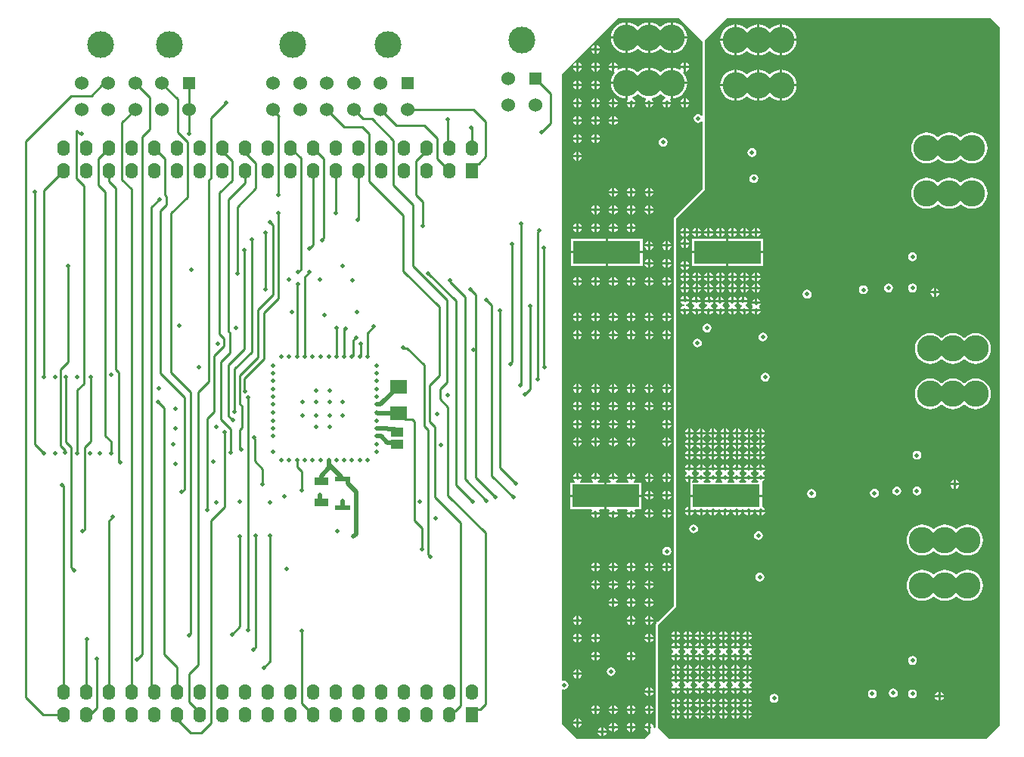
<source format=gbl>
G04*
G04 #@! TF.GenerationSoftware,Altium Limited,Altium Designer,19.1.8 (144)*
G04*
G04 Layer_Physical_Order=4*
G04 Layer_Color=16711680*
%FSLAX25Y25*%
%MOIN*%
G70*
G01*
G75*
%ADD96C,0.01000*%
%ADD97C,0.01968*%
%ADD98R,0.05833X0.05833*%
%ADD99C,0.06024*%
%ADD100C,0.11811*%
%ADD101R,0.05500X0.07000*%
%ADD102O,0.05500X0.07000*%
%ADD103C,0.11614*%
%ADD104C,0.01968*%
%ADD107R,0.07480X0.06102*%
%ADD108R,0.05315X0.04331*%
%ADD109R,0.06102X0.03740*%
%ADD110R,0.06693X0.02165*%
%ADD111R,0.29528X0.09843*%
G36*
X320374Y446752D02*
X330118Y437008D01*
X330730Y436440D01*
Y403954D01*
X330229Y403802D01*
X330131Y403950D01*
X329493Y404376D01*
X328740Y404526D01*
X327987Y404376D01*
X327349Y403950D01*
X326923Y403312D01*
X326773Y402559D01*
X326923Y401806D01*
X327349Y401168D01*
X327987Y400742D01*
X328740Y400592D01*
X329493Y400742D01*
X330131Y401168D01*
X330229Y401316D01*
X330730Y401164D01*
Y371462D01*
X318216Y358949D01*
X318008Y358636D01*
X317934Y358268D01*
Y187422D01*
X310925Y180413D01*
X310335D01*
Y179804D01*
X310134Y179502D01*
X310060Y179134D01*
Y134020D01*
X309537Y133443D01*
X309074Y133677D01*
X309110Y133858D01*
X308956Y134633D01*
X308517Y135289D01*
X307861Y135728D01*
X307587Y135782D01*
Y133858D01*
Y131711D01*
X307732Y131454D01*
X305270Y128740D01*
X275295Y128740D01*
X268701Y135335D01*
Y150341D01*
X269201Y150689D01*
X269685Y150592D01*
X270438Y150742D01*
X271076Y151168D01*
X271502Y151806D01*
X271652Y152559D01*
X271502Y153312D01*
X271076Y153950D01*
X270438Y154376D01*
X269685Y154526D01*
X269201Y154430D01*
X268701Y154777D01*
X268701Y422146D01*
X293307Y446752D01*
X320374Y446752D01*
D02*
G37*
G36*
X457677Y446850D02*
X461614Y442913D01*
X461614Y134843D01*
X455709Y128937D01*
X315945Y128937D01*
X311024Y133858D01*
Y179134D01*
X318898Y187008D01*
Y358268D01*
X331693Y371063D01*
Y437008D01*
X341535Y446850D01*
X457677Y446850D01*
D02*
G37*
%LPC*%
G36*
X317587Y444940D02*
Y438650D01*
X323877D01*
X323795Y439484D01*
X323406Y440767D01*
X322774Y441950D01*
X321923Y442986D01*
X320887Y443837D01*
X319704Y444469D01*
X318421Y444858D01*
X317587Y444940D01*
D02*
G37*
G36*
X296587Y444940D02*
X295752Y444858D01*
X294469Y444469D01*
X293286Y443837D01*
X292250Y442986D01*
X291399Y441950D01*
X290767Y440767D01*
X290378Y439484D01*
X290296Y438650D01*
X296587D01*
Y444940D01*
D02*
G37*
G36*
X283965Y434995D02*
Y433571D01*
X285388D01*
X285334Y433845D01*
X284895Y434502D01*
X284239Y434940D01*
X283965Y434995D01*
D02*
G37*
G36*
X282965D02*
X282691Y434940D01*
X282034Y434502D01*
X281596Y433845D01*
X281541Y433571D01*
X282965D01*
Y434995D01*
D02*
G37*
G36*
X307587Y444940D02*
Y438150D01*
Y431359D01*
X308421Y431441D01*
X309704Y431830D01*
X310887Y432462D01*
X311732Y433156D01*
X312087Y433263D01*
X312441Y433156D01*
X313286Y432462D01*
X314469Y431830D01*
X315752Y431441D01*
X316587Y431359D01*
Y438150D01*
Y444940D01*
X315752Y444858D01*
X314469Y444469D01*
X313286Y443837D01*
X312441Y443143D01*
X312087Y443036D01*
X311732Y443143D01*
X310887Y443837D01*
X309704Y444469D01*
X308421Y444858D01*
X307587Y444940D01*
D02*
G37*
G36*
X297587D02*
Y438150D01*
Y431359D01*
X298421Y431441D01*
X299704Y431830D01*
X300887Y432462D01*
X301923Y433313D01*
X302250D01*
X303287Y432462D01*
X304469Y431830D01*
X305752Y431441D01*
X306587Y431359D01*
Y438150D01*
Y444940D01*
X305752Y444858D01*
X304469Y444469D01*
X303287Y443837D01*
X302250Y442986D01*
X301923D01*
X300887Y443837D01*
X299704Y444469D01*
X298421Y444858D01*
X297587Y444940D01*
D02*
G37*
G36*
X296587Y437650D02*
X290296D01*
X290378Y436815D01*
X290767Y435532D01*
X291399Y434349D01*
X292250Y433313D01*
X293286Y432462D01*
X294469Y431830D01*
X295752Y431441D01*
X296587Y431359D01*
Y437650D01*
D02*
G37*
G36*
X323877D02*
X317587D01*
Y431359D01*
X318421Y431441D01*
X319704Y431830D01*
X320887Y432462D01*
X321923Y433313D01*
X322774Y434349D01*
X323406Y435532D01*
X323795Y436815D01*
X323877Y437650D01*
D02*
G37*
G36*
X285388Y432571D02*
X283965D01*
Y431147D01*
X284239Y431202D01*
X284895Y431640D01*
X285334Y432297D01*
X285388Y432571D01*
D02*
G37*
G36*
X282965D02*
X281541D01*
X281596Y432297D01*
X282034Y431640D01*
X282691Y431202D01*
X282965Y431147D01*
Y432571D01*
D02*
G37*
G36*
X323335Y427121D02*
Y425697D01*
X324759D01*
X324704Y425971D01*
X324265Y426628D01*
X323609Y427066D01*
X323335Y427121D01*
D02*
G37*
G36*
X322335D02*
X322061Y427066D01*
X321404Y426628D01*
X320966Y425971D01*
X320911Y425697D01*
X322335D01*
Y427121D01*
D02*
G37*
G36*
X291839D02*
Y425697D01*
X293262D01*
X293208Y425971D01*
X292769Y426628D01*
X292113Y427066D01*
X291839Y427121D01*
D02*
G37*
G36*
X290839D02*
X290564Y427066D01*
X289908Y426628D01*
X289470Y425971D01*
X289415Y425697D01*
X290839D01*
Y427121D01*
D02*
G37*
G36*
X283965D02*
Y425697D01*
X285388D01*
X285334Y425971D01*
X284895Y426628D01*
X284239Y427066D01*
X283965Y427121D01*
D02*
G37*
G36*
X282965D02*
X282691Y427066D01*
X282034Y426628D01*
X281596Y425971D01*
X281541Y425697D01*
X282965D01*
Y427121D01*
D02*
G37*
G36*
X276091D02*
Y425697D01*
X277514D01*
X277460Y425971D01*
X277021Y426628D01*
X276365Y427066D01*
X276091Y427121D01*
D02*
G37*
G36*
X275091D02*
X274816Y427066D01*
X274160Y426628D01*
X273722Y425971D01*
X273667Y425697D01*
X275091D01*
Y427121D01*
D02*
G37*
G36*
X296587Y424940D02*
X295752Y424858D01*
X294469Y424469D01*
X293491Y423946D01*
X293144Y424328D01*
X293208Y424423D01*
X293262Y424697D01*
X291839D01*
Y423273D01*
X291839Y423273D01*
X292112Y422818D01*
X291399Y421950D01*
X290767Y420767D01*
X290378Y419484D01*
X290296Y418650D01*
X296587D01*
Y424940D01*
D02*
G37*
G36*
X317587Y424940D02*
Y418650D01*
X323877D01*
X323795Y419484D01*
X323406Y420767D01*
X322774Y421950D01*
X322061Y422818D01*
X322334Y423274D01*
X322335Y423273D01*
Y424697D01*
X320911D01*
X320966Y424423D01*
X321029Y424328D01*
X320683Y423946D01*
X319704Y424469D01*
X318421Y424858D01*
X317587Y424940D01*
D02*
G37*
G36*
X324759Y424697D02*
X323335D01*
Y423273D01*
X323609Y423328D01*
X324265Y423767D01*
X324704Y424423D01*
X324759Y424697D01*
D02*
G37*
G36*
X290839D02*
X289415D01*
X289470Y424423D01*
X289908Y423767D01*
X290564Y423328D01*
X290839Y423273D01*
Y424697D01*
D02*
G37*
G36*
X285388D02*
X283965D01*
Y423273D01*
X284239Y423328D01*
X284895Y423767D01*
X285334Y424423D01*
X285388Y424697D01*
D02*
G37*
G36*
X282965D02*
X281541D01*
X281596Y424423D01*
X282034Y423767D01*
X282691Y423328D01*
X282965Y423273D01*
Y424697D01*
D02*
G37*
G36*
X277514D02*
X276091D01*
Y423273D01*
X276365Y423328D01*
X277021Y423767D01*
X277460Y424423D01*
X277514Y424697D01*
D02*
G37*
G36*
X275091D02*
X273667D01*
X273722Y424423D01*
X274160Y423767D01*
X274816Y423328D01*
X275091Y423273D01*
Y424697D01*
D02*
G37*
G36*
X307587Y424940D02*
Y418150D01*
X306587D01*
Y424940D01*
X305752Y424858D01*
X304469Y424469D01*
X303287Y423837D01*
X302441Y423143D01*
X302087Y423036D01*
X301732Y423143D01*
X300887Y423837D01*
X299704Y424469D01*
X298421Y424858D01*
X297587Y424940D01*
Y418150D01*
Y411359D01*
X297602Y411360D01*
X297775Y410900D01*
X297779Y410875D01*
X297344Y410223D01*
X297289Y409949D01*
X301136D01*
X301082Y410223D01*
X300643Y410880D01*
X299987Y411318D01*
X299837Y411348D01*
X299757Y411639D01*
X299778Y411870D01*
X300887Y412462D01*
X301732Y413156D01*
X302087Y413264D01*
X302441Y413156D01*
X303287Y412462D01*
X304469Y411830D01*
X305645Y411474D01*
X305749Y411166D01*
X305746Y410939D01*
X305656Y410880D01*
X305218Y410223D01*
X305163Y409949D01*
X309010D01*
X308956Y410223D01*
X308517Y410880D01*
X308428Y410939D01*
X308425Y411166D01*
X308528Y411474D01*
X309704Y411830D01*
X310887Y412462D01*
X311923Y413313D01*
X312250D01*
X313286Y412462D01*
X314396Y411869D01*
X314417Y411639D01*
X314336Y411348D01*
X314187Y411318D01*
X313530Y410880D01*
X313092Y410223D01*
X313037Y409949D01*
X316884D01*
X316830Y410223D01*
X316394Y410875D01*
X316399Y410900D01*
X316572Y411360D01*
X316587Y411359D01*
Y418150D01*
Y424940D01*
X315752Y424858D01*
X314469Y424469D01*
X313286Y423837D01*
X312250Y422986D01*
X311923D01*
X310887Y423837D01*
X309704Y424469D01*
X308421Y424858D01*
X307587Y424940D01*
D02*
G37*
G36*
X283965Y419247D02*
Y417823D01*
X285388D01*
X285334Y418097D01*
X284895Y418754D01*
X284239Y419192D01*
X283965Y419247D01*
D02*
G37*
G36*
X282965D02*
X282691Y419192D01*
X282034Y418754D01*
X281596Y418097D01*
X281541Y417823D01*
X282965D01*
Y419247D01*
D02*
G37*
G36*
X276091D02*
Y417823D01*
X277514D01*
X277460Y418097D01*
X277021Y418754D01*
X276365Y419192D01*
X276091Y419247D01*
D02*
G37*
G36*
X275091D02*
X274816Y419192D01*
X274160Y418754D01*
X273722Y418097D01*
X273667Y417823D01*
X275091D01*
Y419247D01*
D02*
G37*
G36*
X285388Y416823D02*
X283965D01*
Y415399D01*
X284239Y415454D01*
X284895Y415893D01*
X285334Y416549D01*
X285388Y416823D01*
D02*
G37*
G36*
X282965D02*
X281541D01*
X281596Y416549D01*
X282034Y415893D01*
X282691Y415454D01*
X282965Y415399D01*
Y416823D01*
D02*
G37*
G36*
X277514D02*
X276091D01*
Y415399D01*
X276365Y415454D01*
X277021Y415893D01*
X277460Y416549D01*
X277514Y416823D01*
D02*
G37*
G36*
X275091D02*
X273667D01*
X273722Y416549D01*
X274160Y415893D01*
X274816Y415454D01*
X275091Y415399D01*
Y416823D01*
D02*
G37*
G36*
X296587Y417650D02*
X290296D01*
X290378Y416815D01*
X290767Y415532D01*
X291399Y414350D01*
X292250Y413313D01*
X293286Y412462D01*
X294469Y411830D01*
X295752Y411441D01*
X296587Y411359D01*
Y417650D01*
D02*
G37*
G36*
X323877D02*
X317587D01*
Y411359D01*
X318421Y411441D01*
X319704Y411830D01*
X320887Y412462D01*
X321923Y413313D01*
X322774Y414350D01*
X323406Y415532D01*
X323795Y416815D01*
X323877Y417650D01*
D02*
G37*
G36*
X323335Y411373D02*
Y409949D01*
X324759D01*
X324704Y410223D01*
X324265Y410880D01*
X323609Y411318D01*
X323335Y411373D01*
D02*
G37*
G36*
X322335D02*
X322061Y411318D01*
X321404Y410880D01*
X320966Y410223D01*
X320911Y409949D01*
X322335D01*
Y411373D01*
D02*
G37*
G36*
X291839D02*
Y409949D01*
X293262D01*
X293208Y410223D01*
X292769Y410880D01*
X292113Y411318D01*
X291839Y411373D01*
D02*
G37*
G36*
X290839D02*
X290564Y411318D01*
X289908Y410880D01*
X289470Y410223D01*
X289415Y409949D01*
X290839D01*
Y411373D01*
D02*
G37*
G36*
X283965D02*
Y409949D01*
X285388D01*
X285334Y410223D01*
X284895Y410880D01*
X284239Y411318D01*
X283965Y411373D01*
D02*
G37*
G36*
X282965D02*
X282691Y411318D01*
X282034Y410880D01*
X281596Y410223D01*
X281541Y409949D01*
X282965D01*
Y411373D01*
D02*
G37*
G36*
X276091D02*
Y409949D01*
X277514D01*
X277460Y410223D01*
X277021Y410880D01*
X276365Y411318D01*
X276091Y411373D01*
D02*
G37*
G36*
X275091D02*
X274816Y411318D01*
X274160Y410880D01*
X273722Y410223D01*
X273667Y409949D01*
X275091D01*
Y411373D01*
D02*
G37*
G36*
X324759Y408949D02*
X323335D01*
Y407525D01*
X323609Y407580D01*
X324265Y408018D01*
X324704Y408675D01*
X324759Y408949D01*
D02*
G37*
G36*
X322335D02*
X320911D01*
X320966Y408675D01*
X321404Y408018D01*
X322061Y407580D01*
X322335Y407525D01*
Y408949D01*
D02*
G37*
G36*
X316884D02*
X315461D01*
Y407525D01*
X315735Y407580D01*
X316391Y408018D01*
X316830Y408675D01*
X316884Y408949D01*
D02*
G37*
G36*
X314461D02*
X313037D01*
X313092Y408675D01*
X313530Y408018D01*
X314187Y407580D01*
X314461Y407525D01*
Y408949D01*
D02*
G37*
G36*
X309010D02*
X307587D01*
Y407525D01*
X307861Y407580D01*
X308517Y408018D01*
X308956Y408675D01*
X309010Y408949D01*
D02*
G37*
G36*
X306587D02*
X305163D01*
X305218Y408675D01*
X305656Y408018D01*
X306313Y407580D01*
X306587Y407525D01*
Y408949D01*
D02*
G37*
G36*
X301136D02*
X299713D01*
Y407525D01*
X299987Y407580D01*
X300643Y408018D01*
X301082Y408675D01*
X301136Y408949D01*
D02*
G37*
G36*
X298713D02*
X297289D01*
X297344Y408675D01*
X297782Y408018D01*
X298439Y407580D01*
X298713Y407525D01*
Y408949D01*
D02*
G37*
G36*
X293262D02*
X291839D01*
Y407525D01*
X292113Y407580D01*
X292769Y408018D01*
X293208Y408675D01*
X293262Y408949D01*
D02*
G37*
G36*
X290839D02*
X289415D01*
X289470Y408675D01*
X289908Y408018D01*
X290564Y407580D01*
X290839Y407525D01*
Y408949D01*
D02*
G37*
G36*
X285388D02*
X283965D01*
Y407525D01*
X284239Y407580D01*
X284895Y408018D01*
X285334Y408675D01*
X285388Y408949D01*
D02*
G37*
G36*
X282965D02*
X281541D01*
X281596Y408675D01*
X282034Y408018D01*
X282691Y407580D01*
X282965Y407525D01*
Y408949D01*
D02*
G37*
G36*
X277514D02*
X276091D01*
Y407525D01*
X276365Y407580D01*
X277021Y408018D01*
X277460Y408675D01*
X277514Y408949D01*
D02*
G37*
G36*
X275091D02*
X273667D01*
X273722Y408675D01*
X274160Y408018D01*
X274816Y407580D01*
X275091Y407525D01*
Y408949D01*
D02*
G37*
G36*
X291839Y403499D02*
Y402075D01*
X293262D01*
X293208Y402349D01*
X292769Y403006D01*
X292113Y403444D01*
X291839Y403499D01*
D02*
G37*
G36*
X290839D02*
X290564Y403444D01*
X289908Y403006D01*
X289470Y402349D01*
X289415Y402075D01*
X290839D01*
Y403499D01*
D02*
G37*
G36*
X283965D02*
Y402075D01*
X285388D01*
X285334Y402349D01*
X284895Y403006D01*
X284239Y403444D01*
X283965Y403499D01*
D02*
G37*
G36*
X282965D02*
X282691Y403444D01*
X282034Y403006D01*
X281596Y402349D01*
X281541Y402075D01*
X282965D01*
Y403499D01*
D02*
G37*
G36*
X276091D02*
Y402075D01*
X277514D01*
X277460Y402349D01*
X277021Y403006D01*
X276365Y403444D01*
X276091Y403499D01*
D02*
G37*
G36*
X275091D02*
X274816Y403444D01*
X274160Y403006D01*
X273722Y402349D01*
X273667Y402075D01*
X275091D01*
Y403499D01*
D02*
G37*
G36*
X293262Y401075D02*
X291839D01*
Y399651D01*
X292113Y399706D01*
X292769Y400144D01*
X293208Y400801D01*
X293262Y401075D01*
D02*
G37*
G36*
X290839D02*
X289415D01*
X289470Y400801D01*
X289908Y400144D01*
X290564Y399706D01*
X290839Y399651D01*
Y401075D01*
D02*
G37*
G36*
X285388D02*
X283965D01*
Y399651D01*
X284239Y399706D01*
X284895Y400144D01*
X285334Y400801D01*
X285388Y401075D01*
D02*
G37*
G36*
X282965D02*
X281541D01*
X281596Y400801D01*
X282034Y400144D01*
X282691Y399706D01*
X282965Y399651D01*
Y401075D01*
D02*
G37*
G36*
X277514D02*
X276091D01*
Y399651D01*
X276365Y399706D01*
X277021Y400144D01*
X277460Y400801D01*
X277514Y401075D01*
D02*
G37*
G36*
X275091D02*
X273667D01*
X273722Y400801D01*
X274160Y400144D01*
X274816Y399706D01*
X275091Y399651D01*
Y401075D01*
D02*
G37*
G36*
X283965Y395625D02*
Y394201D01*
X285388D01*
X285334Y394475D01*
X284895Y395132D01*
X284239Y395570D01*
X283965Y395625D01*
D02*
G37*
G36*
X282965D02*
X282691Y395570D01*
X282034Y395132D01*
X281596Y394475D01*
X281541Y394201D01*
X282965D01*
Y395625D01*
D02*
G37*
G36*
X276091D02*
Y394201D01*
X277514D01*
X277460Y394475D01*
X277021Y395132D01*
X276365Y395570D01*
X276091Y395625D01*
D02*
G37*
G36*
X275091D02*
X274816Y395570D01*
X274160Y395132D01*
X273722Y394475D01*
X273667Y394201D01*
X275091D01*
Y395625D01*
D02*
G37*
G36*
X285388Y393201D02*
X283965D01*
Y391777D01*
X284239Y391832D01*
X284895Y392270D01*
X285334Y392927D01*
X285388Y393201D01*
D02*
G37*
G36*
X282965D02*
X281541D01*
X281596Y392927D01*
X282034Y392270D01*
X282691Y391832D01*
X282965Y391777D01*
Y393201D01*
D02*
G37*
G36*
X277514D02*
X276091D01*
Y391777D01*
X276365Y391832D01*
X277021Y392270D01*
X277460Y392927D01*
X277514Y393201D01*
D02*
G37*
G36*
X275091D02*
X273667D01*
X273722Y392927D01*
X274160Y392270D01*
X274816Y391832D01*
X275091Y391777D01*
Y393201D01*
D02*
G37*
G36*
X313287Y393994D02*
X312535Y393845D01*
X311897Y393418D01*
X311470Y392780D01*
X311320Y392028D01*
X311470Y391275D01*
X311897Y390637D01*
X312535Y390210D01*
X313287Y390061D01*
X314040Y390210D01*
X314678Y390637D01*
X315105Y391275D01*
X315254Y392028D01*
X315105Y392780D01*
X314678Y393418D01*
X314040Y393845D01*
X313287Y393994D01*
D02*
G37*
G36*
X276091Y387751D02*
Y386327D01*
X277514D01*
X277460Y386601D01*
X277021Y387258D01*
X276365Y387696D01*
X276091Y387751D01*
D02*
G37*
G36*
X275091D02*
X274816Y387696D01*
X274160Y387258D01*
X273722Y386601D01*
X273667Y386327D01*
X275091D01*
Y387751D01*
D02*
G37*
G36*
X277514Y385327D02*
X276091D01*
Y383903D01*
X276365Y383958D01*
X277021Y384396D01*
X277460Y385053D01*
X277514Y385327D01*
D02*
G37*
G36*
X275091D02*
X273667D01*
X273722Y385053D01*
X274160Y384396D01*
X274816Y383958D01*
X275091Y383903D01*
Y385327D01*
D02*
G37*
G36*
X307587Y372003D02*
Y370579D01*
X309010D01*
X308956Y370853D01*
X308517Y371510D01*
X307861Y371948D01*
X307587Y372003D01*
D02*
G37*
G36*
X306587D02*
X306313Y371948D01*
X305656Y371510D01*
X305218Y370853D01*
X305163Y370579D01*
X306587D01*
Y372003D01*
D02*
G37*
G36*
X299713D02*
Y370579D01*
X301136D01*
X301082Y370853D01*
X300643Y371510D01*
X299987Y371948D01*
X299713Y372003D01*
D02*
G37*
G36*
X298713D02*
X298439Y371948D01*
X297782Y371510D01*
X297344Y370853D01*
X297289Y370579D01*
X298713D01*
Y372003D01*
D02*
G37*
G36*
X291839D02*
Y370579D01*
X293262D01*
X293208Y370853D01*
X292769Y371510D01*
X292113Y371948D01*
X291839Y372003D01*
D02*
G37*
G36*
X290839D02*
X290564Y371948D01*
X289908Y371510D01*
X289470Y370853D01*
X289415Y370579D01*
X290839D01*
Y372003D01*
D02*
G37*
G36*
X309010Y369579D02*
X307587D01*
Y368155D01*
X307861Y368210D01*
X308517Y368648D01*
X308956Y369305D01*
X309010Y369579D01*
D02*
G37*
G36*
X306587D02*
X305163D01*
X305218Y369305D01*
X305656Y368648D01*
X306313Y368210D01*
X306587Y368155D01*
Y369579D01*
D02*
G37*
G36*
X301136D02*
X299713D01*
Y368155D01*
X299987Y368210D01*
X300643Y368648D01*
X301082Y369305D01*
X301136Y369579D01*
D02*
G37*
G36*
X298713D02*
X297289D01*
X297344Y369305D01*
X297782Y368648D01*
X298439Y368210D01*
X298713Y368155D01*
Y369579D01*
D02*
G37*
G36*
X293262D02*
X291839D01*
Y368155D01*
X292113Y368210D01*
X292769Y368648D01*
X293208Y369305D01*
X293262Y369579D01*
D02*
G37*
G36*
X290839D02*
X289415D01*
X289470Y369305D01*
X289908Y368648D01*
X290564Y368210D01*
X290839Y368155D01*
Y369579D01*
D02*
G37*
G36*
X307587Y364129D02*
Y362705D01*
X309010D01*
X308956Y362979D01*
X308517Y363635D01*
X307861Y364074D01*
X307587Y364129D01*
D02*
G37*
G36*
X306587D02*
X306313Y364074D01*
X305656Y363635D01*
X305218Y362979D01*
X305163Y362705D01*
X306587D01*
Y364129D01*
D02*
G37*
G36*
X299713D02*
Y362705D01*
X301136D01*
X301082Y362979D01*
X300643Y363635D01*
X299987Y364074D01*
X299713Y364129D01*
D02*
G37*
G36*
X298713D02*
X298439Y364074D01*
X297782Y363635D01*
X297344Y362979D01*
X297289Y362705D01*
X298713D01*
Y364129D01*
D02*
G37*
G36*
X291839D02*
Y362705D01*
X293262D01*
X293208Y362979D01*
X292769Y363635D01*
X292113Y364074D01*
X291839Y364129D01*
D02*
G37*
G36*
X290839D02*
X290564Y364074D01*
X289908Y363635D01*
X289470Y362979D01*
X289415Y362705D01*
X290839D01*
Y364129D01*
D02*
G37*
G36*
X283965D02*
Y362705D01*
X285388D01*
X285334Y362979D01*
X284895Y363635D01*
X284239Y364074D01*
X283965Y364129D01*
D02*
G37*
G36*
X282965D02*
X282691Y364074D01*
X282034Y363635D01*
X281596Y362979D01*
X281541Y362705D01*
X282965D01*
Y364129D01*
D02*
G37*
G36*
X309010Y361705D02*
X307587D01*
Y360281D01*
X307861Y360336D01*
X308517Y360774D01*
X308956Y361431D01*
X309010Y361705D01*
D02*
G37*
G36*
X306587D02*
X305163D01*
X305218Y361431D01*
X305656Y360774D01*
X306313Y360336D01*
X306587Y360281D01*
Y361705D01*
D02*
G37*
G36*
X301136D02*
X299713D01*
Y360281D01*
X299987Y360336D01*
X300643Y360774D01*
X301082Y361431D01*
X301136Y361705D01*
D02*
G37*
G36*
X298713D02*
X297289D01*
X297344Y361431D01*
X297782Y360774D01*
X298439Y360336D01*
X298713Y360281D01*
Y361705D01*
D02*
G37*
G36*
X293262D02*
X291839D01*
Y360281D01*
X292113Y360336D01*
X292769Y360774D01*
X293208Y361431D01*
X293262Y361705D01*
D02*
G37*
G36*
X290839D02*
X289415D01*
X289470Y361431D01*
X289908Y360774D01*
X290564Y360336D01*
X290839Y360281D01*
Y361705D01*
D02*
G37*
G36*
X285388D02*
X283965D01*
Y360281D01*
X284239Y360336D01*
X284895Y360774D01*
X285334Y361431D01*
X285388Y361705D01*
D02*
G37*
G36*
X282965D02*
X281541D01*
X281596Y361431D01*
X282034Y360774D01*
X282691Y360336D01*
X282965Y360281D01*
Y361705D01*
D02*
G37*
G36*
X299713Y356255D02*
Y354831D01*
X301136D01*
X301082Y355105D01*
X300643Y355762D01*
X299987Y356200D01*
X299713Y356255D01*
D02*
G37*
G36*
X298713D02*
X298439Y356200D01*
X297782Y355762D01*
X297344Y355105D01*
X297289Y354831D01*
X298713D01*
Y356255D01*
D02*
G37*
G36*
X291839D02*
Y354831D01*
X293262D01*
X293208Y355105D01*
X292769Y355762D01*
X292113Y356200D01*
X291839Y356255D01*
D02*
G37*
G36*
X290839D02*
X290564Y356200D01*
X289908Y355762D01*
X289470Y355105D01*
X289415Y354831D01*
X290839D01*
Y356255D01*
D02*
G37*
G36*
X283965D02*
Y354831D01*
X285388D01*
X285334Y355105D01*
X284895Y355762D01*
X284239Y356200D01*
X283965Y356255D01*
D02*
G37*
G36*
X282965D02*
X282691Y356200D01*
X282034Y355762D01*
X281596Y355105D01*
X281541Y354831D01*
X282965D01*
Y356255D01*
D02*
G37*
G36*
X276091D02*
Y354831D01*
X277514D01*
X277460Y355105D01*
X277021Y355762D01*
X276365Y356200D01*
X276091Y356255D01*
D02*
G37*
G36*
X275091D02*
X274816Y356200D01*
X274160Y355762D01*
X273722Y355105D01*
X273667Y354831D01*
X275091D01*
Y356255D01*
D02*
G37*
G36*
X301136Y353831D02*
X299713D01*
Y352407D01*
X299987Y352462D01*
X300643Y352900D01*
X301082Y353557D01*
X301136Y353831D01*
D02*
G37*
G36*
X298713D02*
X297289D01*
X297344Y353557D01*
X297782Y352900D01*
X298439Y352462D01*
X298713Y352407D01*
Y353831D01*
D02*
G37*
G36*
X293262D02*
X291839D01*
Y352407D01*
X292113Y352462D01*
X292769Y352900D01*
X293208Y353557D01*
X293262Y353831D01*
D02*
G37*
G36*
X290839D02*
X289415D01*
X289470Y353557D01*
X289908Y352900D01*
X290564Y352462D01*
X290839Y352407D01*
Y353831D01*
D02*
G37*
G36*
X285388D02*
X283965D01*
Y352407D01*
X284239Y352462D01*
X284895Y352900D01*
X285334Y353557D01*
X285388Y353831D01*
D02*
G37*
G36*
X282965D02*
X281541D01*
X281596Y353557D01*
X282034Y352900D01*
X282691Y352462D01*
X282965Y352407D01*
Y353831D01*
D02*
G37*
G36*
X277514D02*
X276091D01*
Y352407D01*
X276365Y352462D01*
X277021Y352900D01*
X277460Y353557D01*
X277514Y353831D01*
D02*
G37*
G36*
X275091D02*
X273667D01*
X273722Y353557D01*
X274160Y352900D01*
X274816Y352462D01*
X275091Y352407D01*
Y353831D01*
D02*
G37*
G36*
X315461Y348380D02*
Y346957D01*
X316884D01*
X316830Y347231D01*
X316391Y347887D01*
X315735Y348326D01*
X315461Y348380D01*
D02*
G37*
G36*
X314461D02*
X314187Y348326D01*
X313530Y347887D01*
X313092Y347231D01*
X313037Y346957D01*
X314461D01*
Y348380D01*
D02*
G37*
G36*
X307587D02*
Y346957D01*
X309010D01*
X308956Y347231D01*
X308517Y347887D01*
X307861Y348326D01*
X307587Y348380D01*
D02*
G37*
G36*
X306587D02*
X306313Y348326D01*
X305656Y347887D01*
X305218Y347231D01*
X305163Y346957D01*
X306587D01*
Y348380D01*
D02*
G37*
G36*
X316884Y345957D02*
X315461D01*
Y344533D01*
X315735Y344588D01*
X316391Y345026D01*
X316830Y345683D01*
X316884Y345957D01*
D02*
G37*
G36*
X314461D02*
X313037D01*
X313092Y345683D01*
X313530Y345026D01*
X314187Y344588D01*
X314461Y344533D01*
Y345957D01*
D02*
G37*
G36*
X309010D02*
X307587D01*
Y344533D01*
X307861Y344588D01*
X308517Y345026D01*
X308956Y345683D01*
X309010Y345957D01*
D02*
G37*
G36*
X306587D02*
X305163D01*
X305218Y345683D01*
X305656Y345026D01*
X306313Y344588D01*
X306587Y344533D01*
Y345957D01*
D02*
G37*
G36*
X304264Y349421D02*
X289000D01*
Y344000D01*
X304264D01*
Y349421D01*
D02*
G37*
G36*
X288000D02*
X272736D01*
Y344000D01*
X288000D01*
Y349421D01*
D02*
G37*
G36*
X315461Y340507D02*
Y339083D01*
X316884D01*
X316830Y339357D01*
X316391Y340013D01*
X315735Y340452D01*
X315461Y340507D01*
D02*
G37*
G36*
X314461D02*
X314187Y340452D01*
X313530Y340013D01*
X313092Y339357D01*
X313037Y339083D01*
X314461D01*
Y340507D01*
D02*
G37*
G36*
X307587D02*
Y339083D01*
X309010D01*
X308956Y339357D01*
X308517Y340013D01*
X307861Y340452D01*
X307587Y340507D01*
D02*
G37*
G36*
X306587D02*
X306313Y340452D01*
X305656Y340013D01*
X305218Y339357D01*
X305163Y339083D01*
X306587D01*
Y340507D01*
D02*
G37*
G36*
X304264Y343000D02*
X289000D01*
Y337579D01*
X304264D01*
Y343000D01*
D02*
G37*
G36*
X288000D02*
X272736D01*
Y337579D01*
X288000D01*
Y343000D01*
D02*
G37*
G36*
X316884Y338083D02*
X315461D01*
Y336659D01*
X315735Y336714D01*
X316391Y337152D01*
X316830Y337809D01*
X316884Y338083D01*
D02*
G37*
G36*
X314461D02*
X313037D01*
X313092Y337809D01*
X313530Y337152D01*
X314187Y336714D01*
X314461Y336659D01*
Y338083D01*
D02*
G37*
G36*
X309010D02*
X307587D01*
Y336659D01*
X307861Y336714D01*
X308517Y337152D01*
X308956Y337809D01*
X309010Y338083D01*
D02*
G37*
G36*
X306587D02*
X305163D01*
X305218Y337809D01*
X305656Y337152D01*
X306313Y336714D01*
X306587Y336659D01*
Y338083D01*
D02*
G37*
G36*
X315461Y332632D02*
Y331209D01*
X316884D01*
X316830Y331483D01*
X316391Y332139D01*
X315735Y332578D01*
X315461Y332632D01*
D02*
G37*
G36*
X314461D02*
X314187Y332578D01*
X313530Y332139D01*
X313092Y331483D01*
X313037Y331209D01*
X314461D01*
Y332632D01*
D02*
G37*
G36*
X307587D02*
Y331209D01*
X309010D01*
X308956Y331483D01*
X308517Y332139D01*
X307861Y332578D01*
X307587Y332632D01*
D02*
G37*
G36*
X306587D02*
X306313Y332578D01*
X305656Y332139D01*
X305218Y331483D01*
X305163Y331209D01*
X306587D01*
Y332632D01*
D02*
G37*
G36*
X299713D02*
Y331209D01*
X301136D01*
X301082Y331483D01*
X300643Y332139D01*
X299987Y332578D01*
X299713Y332632D01*
D02*
G37*
G36*
X298713D02*
X298439Y332578D01*
X297782Y332139D01*
X297344Y331483D01*
X297289Y331209D01*
X298713D01*
Y332632D01*
D02*
G37*
G36*
X291839D02*
Y331209D01*
X293262D01*
X293208Y331483D01*
X292769Y332139D01*
X292113Y332578D01*
X291839Y332632D01*
D02*
G37*
G36*
X290839D02*
X290564Y332578D01*
X289908Y332139D01*
X289470Y331483D01*
X289415Y331209D01*
X290839D01*
Y332632D01*
D02*
G37*
G36*
X283965D02*
Y331209D01*
X285388D01*
X285334Y331483D01*
X284895Y332139D01*
X284239Y332578D01*
X283965Y332632D01*
D02*
G37*
G36*
X282965D02*
X282691Y332578D01*
X282034Y332139D01*
X281596Y331483D01*
X281541Y331209D01*
X282965D01*
Y332632D01*
D02*
G37*
G36*
X276091D02*
Y331209D01*
X277514D01*
X277460Y331483D01*
X277021Y332139D01*
X276365Y332578D01*
X276091Y332632D01*
D02*
G37*
G36*
X275091D02*
X274816Y332578D01*
X274160Y332139D01*
X273722Y331483D01*
X273667Y331209D01*
X275091D01*
Y332632D01*
D02*
G37*
G36*
X316884Y330209D02*
X315461D01*
Y328785D01*
X315735Y328840D01*
X316391Y329278D01*
X316830Y329935D01*
X316884Y330209D01*
D02*
G37*
G36*
X314461D02*
X313037D01*
X313092Y329935D01*
X313530Y329278D01*
X314187Y328840D01*
X314461Y328785D01*
Y330209D01*
D02*
G37*
G36*
X309010D02*
X307587D01*
Y328785D01*
X307861Y328840D01*
X308517Y329278D01*
X308956Y329935D01*
X309010Y330209D01*
D02*
G37*
G36*
X306587D02*
X305163D01*
X305218Y329935D01*
X305656Y329278D01*
X306313Y328840D01*
X306587Y328785D01*
Y330209D01*
D02*
G37*
G36*
X301136D02*
X299713D01*
Y328785D01*
X299987Y328840D01*
X300643Y329278D01*
X301082Y329935D01*
X301136Y330209D01*
D02*
G37*
G36*
X298713D02*
X297289D01*
X297344Y329935D01*
X297782Y329278D01*
X298439Y328840D01*
X298713Y328785D01*
Y330209D01*
D02*
G37*
G36*
X293262D02*
X291839D01*
Y328785D01*
X292113Y328840D01*
X292769Y329278D01*
X293208Y329935D01*
X293262Y330209D01*
D02*
G37*
G36*
X290839D02*
X289415D01*
X289470Y329935D01*
X289908Y329278D01*
X290564Y328840D01*
X290839Y328785D01*
Y330209D01*
D02*
G37*
G36*
X285388D02*
X283965D01*
Y328785D01*
X284239Y328840D01*
X284895Y329278D01*
X285334Y329935D01*
X285388Y330209D01*
D02*
G37*
G36*
X282965D02*
X281541D01*
X281596Y329935D01*
X282034Y329278D01*
X282691Y328840D01*
X282965Y328785D01*
Y330209D01*
D02*
G37*
G36*
X277514D02*
X276091D01*
Y328785D01*
X276365Y328840D01*
X277021Y329278D01*
X277460Y329935D01*
X277514Y330209D01*
D02*
G37*
G36*
X275091D02*
X273667D01*
X273722Y329935D01*
X274160Y329278D01*
X274816Y328840D01*
X275091Y328785D01*
Y330209D01*
D02*
G37*
G36*
X315461Y316884D02*
Y315461D01*
X316884D01*
X316830Y315735D01*
X316391Y316391D01*
X315735Y316830D01*
X315461Y316884D01*
D02*
G37*
G36*
X314461D02*
X314187Y316830D01*
X313530Y316391D01*
X313092Y315735D01*
X313037Y315461D01*
X314461D01*
Y316884D01*
D02*
G37*
G36*
X307587D02*
Y315461D01*
X309010D01*
X308956Y315735D01*
X308517Y316391D01*
X307861Y316830D01*
X307587Y316884D01*
D02*
G37*
G36*
X306587D02*
X306313Y316830D01*
X305656Y316391D01*
X305218Y315735D01*
X305163Y315461D01*
X306587D01*
Y316884D01*
D02*
G37*
G36*
X299713D02*
Y315461D01*
X301136D01*
X301082Y315735D01*
X300643Y316391D01*
X299987Y316830D01*
X299713Y316884D01*
D02*
G37*
G36*
X298713D02*
X298439Y316830D01*
X297782Y316391D01*
X297344Y315735D01*
X297289Y315461D01*
X298713D01*
Y316884D01*
D02*
G37*
G36*
X291839D02*
Y315461D01*
X293262D01*
X293208Y315735D01*
X292769Y316391D01*
X292113Y316830D01*
X291839Y316884D01*
D02*
G37*
G36*
X290839D02*
X290564Y316830D01*
X289908Y316391D01*
X289470Y315735D01*
X289415Y315461D01*
X290839D01*
Y316884D01*
D02*
G37*
G36*
X283965D02*
Y315461D01*
X285388D01*
X285334Y315735D01*
X284895Y316391D01*
X284239Y316830D01*
X283965Y316884D01*
D02*
G37*
G36*
X282965D02*
X282691Y316830D01*
X282034Y316391D01*
X281596Y315735D01*
X281541Y315461D01*
X282965D01*
Y316884D01*
D02*
G37*
G36*
X276091D02*
Y315461D01*
X277514D01*
X277460Y315735D01*
X277021Y316391D01*
X276365Y316830D01*
X276091Y316884D01*
D02*
G37*
G36*
X275091D02*
X274816Y316830D01*
X274160Y316391D01*
X273722Y315735D01*
X273667Y315461D01*
X275091D01*
Y316884D01*
D02*
G37*
G36*
X316884Y314461D02*
X315461D01*
Y313037D01*
X315735Y313092D01*
X316391Y313530D01*
X316830Y314187D01*
X316884Y314461D01*
D02*
G37*
G36*
X314461D02*
X313037D01*
X313092Y314187D01*
X313530Y313530D01*
X314187Y313092D01*
X314461Y313037D01*
Y314461D01*
D02*
G37*
G36*
X309010D02*
X307587D01*
Y313037D01*
X307861Y313092D01*
X308517Y313530D01*
X308956Y314187D01*
X309010Y314461D01*
D02*
G37*
G36*
X306587D02*
X305163D01*
X305218Y314187D01*
X305656Y313530D01*
X306313Y313092D01*
X306587Y313037D01*
Y314461D01*
D02*
G37*
G36*
X301136D02*
X299713D01*
Y313037D01*
X299987Y313092D01*
X300643Y313530D01*
X301082Y314187D01*
X301136Y314461D01*
D02*
G37*
G36*
X298713D02*
X297289D01*
X297344Y314187D01*
X297782Y313530D01*
X298439Y313092D01*
X298713Y313037D01*
Y314461D01*
D02*
G37*
G36*
X293262D02*
X291839D01*
Y313037D01*
X292113Y313092D01*
X292769Y313530D01*
X293208Y314187D01*
X293262Y314461D01*
D02*
G37*
G36*
X290839D02*
X289415D01*
X289470Y314187D01*
X289908Y313530D01*
X290564Y313092D01*
X290839Y313037D01*
Y314461D01*
D02*
G37*
G36*
X285388D02*
X283965D01*
Y313037D01*
X284239Y313092D01*
X284895Y313530D01*
X285334Y314187D01*
X285388Y314461D01*
D02*
G37*
G36*
X282965D02*
X281541D01*
X281596Y314187D01*
X282034Y313530D01*
X282691Y313092D01*
X282965Y313037D01*
Y314461D01*
D02*
G37*
G36*
X277514D02*
X276091D01*
Y313037D01*
X276365Y313092D01*
X277021Y313530D01*
X277460Y314187D01*
X277514Y314461D01*
D02*
G37*
G36*
X275091D02*
X273667D01*
X273722Y314187D01*
X274160Y313530D01*
X274816Y313092D01*
X275091Y313037D01*
Y314461D01*
D02*
G37*
G36*
X315461Y309010D02*
Y307587D01*
X316884D01*
X316830Y307861D01*
X316391Y308517D01*
X315735Y308956D01*
X315461Y309010D01*
D02*
G37*
G36*
X314461D02*
X314187Y308956D01*
X313530Y308517D01*
X313092Y307861D01*
X313037Y307587D01*
X314461D01*
Y309010D01*
D02*
G37*
G36*
X307587D02*
Y307587D01*
X309010D01*
X308956Y307861D01*
X308517Y308517D01*
X307861Y308956D01*
X307587Y309010D01*
D02*
G37*
G36*
X306587D02*
X306313Y308956D01*
X305656Y308517D01*
X305218Y307861D01*
X305163Y307587D01*
X306587D01*
Y309010D01*
D02*
G37*
G36*
X299713D02*
Y307587D01*
X301136D01*
X301082Y307861D01*
X300643Y308517D01*
X299987Y308956D01*
X299713Y309010D01*
D02*
G37*
G36*
X298713D02*
X298439Y308956D01*
X297782Y308517D01*
X297344Y307861D01*
X297289Y307587D01*
X298713D01*
Y309010D01*
D02*
G37*
G36*
X291839D02*
Y307587D01*
X293262D01*
X293208Y307861D01*
X292769Y308517D01*
X292113Y308956D01*
X291839Y309010D01*
D02*
G37*
G36*
X290839D02*
X290564Y308956D01*
X289908Y308517D01*
X289470Y307861D01*
X289415Y307587D01*
X290839D01*
Y309010D01*
D02*
G37*
G36*
X283965D02*
Y307587D01*
X285388D01*
X285334Y307861D01*
X284895Y308517D01*
X284239Y308956D01*
X283965Y309010D01*
D02*
G37*
G36*
X282965D02*
X282691Y308956D01*
X282034Y308517D01*
X281596Y307861D01*
X281541Y307587D01*
X282965D01*
Y309010D01*
D02*
G37*
G36*
X276091D02*
Y307587D01*
X277514D01*
X277460Y307861D01*
X277021Y308517D01*
X276365Y308956D01*
X276091Y309010D01*
D02*
G37*
G36*
X275091D02*
X274816Y308956D01*
X274160Y308517D01*
X273722Y307861D01*
X273667Y307587D01*
X275091D01*
Y309010D01*
D02*
G37*
G36*
X316884Y306587D02*
X315461D01*
Y305163D01*
X315735Y305218D01*
X316391Y305656D01*
X316830Y306313D01*
X316884Y306587D01*
D02*
G37*
G36*
X314461D02*
X313037D01*
X313092Y306313D01*
X313530Y305656D01*
X314187Y305218D01*
X314461Y305163D01*
Y306587D01*
D02*
G37*
G36*
X309010D02*
X307587D01*
Y305163D01*
X307861Y305218D01*
X308517Y305656D01*
X308956Y306313D01*
X309010Y306587D01*
D02*
G37*
G36*
X306587D02*
X305163D01*
X305218Y306313D01*
X305656Y305656D01*
X306313Y305218D01*
X306587Y305163D01*
Y306587D01*
D02*
G37*
G36*
X301136D02*
X299713D01*
Y305163D01*
X299987Y305218D01*
X300643Y305656D01*
X301082Y306313D01*
X301136Y306587D01*
D02*
G37*
G36*
X298713D02*
X297289D01*
X297344Y306313D01*
X297782Y305656D01*
X298439Y305218D01*
X298713Y305163D01*
Y306587D01*
D02*
G37*
G36*
X293262D02*
X291839D01*
Y305163D01*
X292113Y305218D01*
X292769Y305656D01*
X293208Y306313D01*
X293262Y306587D01*
D02*
G37*
G36*
X290839D02*
X289415D01*
X289470Y306313D01*
X289908Y305656D01*
X290564Y305218D01*
X290839Y305163D01*
Y306587D01*
D02*
G37*
G36*
X285388D02*
X283965D01*
Y305163D01*
X284239Y305218D01*
X284895Y305656D01*
X285334Y306313D01*
X285388Y306587D01*
D02*
G37*
G36*
X282965D02*
X281541D01*
X281596Y306313D01*
X282034Y305656D01*
X282691Y305218D01*
X282965Y305163D01*
Y306587D01*
D02*
G37*
G36*
X277514D02*
X276091D01*
Y305163D01*
X276365Y305218D01*
X277021Y305656D01*
X277460Y306313D01*
X277514Y306587D01*
D02*
G37*
G36*
X275091D02*
X273667D01*
X273722Y306313D01*
X274160Y305656D01*
X274816Y305218D01*
X275091Y305163D01*
Y306587D01*
D02*
G37*
G36*
X315461Y285388D02*
Y283965D01*
X316884D01*
X316830Y284239D01*
X316391Y284895D01*
X315735Y285334D01*
X315461Y285388D01*
D02*
G37*
G36*
X314461D02*
X314187Y285334D01*
X313530Y284895D01*
X313092Y284239D01*
X313037Y283965D01*
X314461D01*
Y285388D01*
D02*
G37*
G36*
X307587D02*
Y283965D01*
X309010D01*
X308956Y284239D01*
X308517Y284895D01*
X307861Y285334D01*
X307587Y285388D01*
D02*
G37*
G36*
X306587D02*
X306313Y285334D01*
X305656Y284895D01*
X305218Y284239D01*
X305163Y283965D01*
X306587D01*
Y285388D01*
D02*
G37*
G36*
X299713D02*
Y283965D01*
X301136D01*
X301082Y284239D01*
X300643Y284895D01*
X299987Y285334D01*
X299713Y285388D01*
D02*
G37*
G36*
X298713D02*
X298439Y285334D01*
X297782Y284895D01*
X297344Y284239D01*
X297289Y283965D01*
X298713D01*
Y285388D01*
D02*
G37*
G36*
X291839D02*
Y283965D01*
X293262D01*
X293208Y284239D01*
X292769Y284895D01*
X292113Y285334D01*
X291839Y285388D01*
D02*
G37*
G36*
X290839D02*
X290564Y285334D01*
X289908Y284895D01*
X289470Y284239D01*
X289415Y283965D01*
X290839D01*
Y285388D01*
D02*
G37*
G36*
X283965D02*
Y283965D01*
X285388D01*
X285334Y284239D01*
X284895Y284895D01*
X284239Y285334D01*
X283965Y285388D01*
D02*
G37*
G36*
X282965D02*
X282691Y285334D01*
X282034Y284895D01*
X281596Y284239D01*
X281541Y283965D01*
X282965D01*
Y285388D01*
D02*
G37*
G36*
X276091D02*
Y283965D01*
X277514D01*
X277460Y284239D01*
X277021Y284895D01*
X276365Y285334D01*
X276091Y285388D01*
D02*
G37*
G36*
X275091D02*
X274816Y285334D01*
X274160Y284895D01*
X273722Y284239D01*
X273667Y283965D01*
X275091D01*
Y285388D01*
D02*
G37*
G36*
X316884Y282965D02*
X315461D01*
Y281541D01*
X315735Y281596D01*
X316391Y282034D01*
X316830Y282691D01*
X316884Y282965D01*
D02*
G37*
G36*
X314461D02*
X313037D01*
X313092Y282691D01*
X313530Y282034D01*
X314187Y281596D01*
X314461Y281541D01*
Y282965D01*
D02*
G37*
G36*
X309010D02*
X307587D01*
Y281541D01*
X307861Y281596D01*
X308517Y282034D01*
X308956Y282691D01*
X309010Y282965D01*
D02*
G37*
G36*
X306587D02*
X305163D01*
X305218Y282691D01*
X305656Y282034D01*
X306313Y281596D01*
X306587Y281541D01*
Y282965D01*
D02*
G37*
G36*
X301136D02*
X299713D01*
Y281541D01*
X299987Y281596D01*
X300643Y282034D01*
X301082Y282691D01*
X301136Y282965D01*
D02*
G37*
G36*
X298713D02*
X297289D01*
X297344Y282691D01*
X297782Y282034D01*
X298439Y281596D01*
X298713Y281541D01*
Y282965D01*
D02*
G37*
G36*
X293262D02*
X291839D01*
Y281541D01*
X292113Y281596D01*
X292769Y282034D01*
X293208Y282691D01*
X293262Y282965D01*
D02*
G37*
G36*
X290839D02*
X289415D01*
X289470Y282691D01*
X289908Y282034D01*
X290564Y281596D01*
X290839Y281541D01*
Y282965D01*
D02*
G37*
G36*
X285388D02*
X283965D01*
Y281541D01*
X284239Y281596D01*
X284895Y282034D01*
X285334Y282691D01*
X285388Y282965D01*
D02*
G37*
G36*
X282965D02*
X281541D01*
X281596Y282691D01*
X282034Y282034D01*
X282691Y281596D01*
X282965Y281541D01*
Y282965D01*
D02*
G37*
G36*
X277514D02*
X276091D01*
Y281541D01*
X276365Y281596D01*
X277021Y282034D01*
X277460Y282691D01*
X277514Y282965D01*
D02*
G37*
G36*
X275091D02*
X273667D01*
X273722Y282691D01*
X274160Y282034D01*
X274816Y281596D01*
X275091Y281541D01*
Y282965D01*
D02*
G37*
G36*
X315461Y277514D02*
Y276091D01*
X316884D01*
X316830Y276365D01*
X316391Y277021D01*
X315735Y277460D01*
X315461Y277514D01*
D02*
G37*
G36*
X314461D02*
X314187Y277460D01*
X313530Y277021D01*
X313092Y276365D01*
X313037Y276091D01*
X314461D01*
Y277514D01*
D02*
G37*
G36*
X307587D02*
Y276091D01*
X309010D01*
X308956Y276365D01*
X308517Y277021D01*
X307861Y277460D01*
X307587Y277514D01*
D02*
G37*
G36*
X306587D02*
X306313Y277460D01*
X305656Y277021D01*
X305218Y276365D01*
X305163Y276091D01*
X306587D01*
Y277514D01*
D02*
G37*
G36*
X299713D02*
Y276091D01*
X301136D01*
X301082Y276365D01*
X300643Y277021D01*
X299987Y277460D01*
X299713Y277514D01*
D02*
G37*
G36*
X298713D02*
X298439Y277460D01*
X297782Y277021D01*
X297344Y276365D01*
X297289Y276091D01*
X298713D01*
Y277514D01*
D02*
G37*
G36*
X291839D02*
Y276091D01*
X293262D01*
X293208Y276365D01*
X292769Y277021D01*
X292113Y277460D01*
X291839Y277514D01*
D02*
G37*
G36*
X290839D02*
X290564Y277460D01*
X289908Y277021D01*
X289470Y276365D01*
X289415Y276091D01*
X290839D01*
Y277514D01*
D02*
G37*
G36*
X283965D02*
Y276091D01*
X285388D01*
X285334Y276365D01*
X284895Y277021D01*
X284239Y277460D01*
X283965Y277514D01*
D02*
G37*
G36*
X282965D02*
X282691Y277460D01*
X282034Y277021D01*
X281596Y276365D01*
X281541Y276091D01*
X282965D01*
Y277514D01*
D02*
G37*
G36*
X276091D02*
Y276091D01*
X277514D01*
X277460Y276365D01*
X277021Y277021D01*
X276365Y277460D01*
X276091Y277514D01*
D02*
G37*
G36*
X275091D02*
X274816Y277460D01*
X274160Y277021D01*
X273722Y276365D01*
X273667Y276091D01*
X275091D01*
Y277514D01*
D02*
G37*
G36*
X316884Y275091D02*
X315461D01*
Y273667D01*
X315735Y273722D01*
X316391Y274160D01*
X316830Y274816D01*
X316884Y275091D01*
D02*
G37*
G36*
X314461D02*
X313037D01*
X313092Y274816D01*
X313530Y274160D01*
X314187Y273722D01*
X314461Y273667D01*
Y275091D01*
D02*
G37*
G36*
X309010D02*
X307587D01*
Y273667D01*
X307861Y273722D01*
X308517Y274160D01*
X308956Y274816D01*
X309010Y275091D01*
D02*
G37*
G36*
X306587D02*
X305163D01*
X305218Y274816D01*
X305656Y274160D01*
X306313Y273722D01*
X306587Y273667D01*
Y275091D01*
D02*
G37*
G36*
X301136D02*
X299713D01*
Y273667D01*
X299987Y273722D01*
X300643Y274160D01*
X301082Y274816D01*
X301136Y275091D01*
D02*
G37*
G36*
X298713D02*
X297289D01*
X297344Y274816D01*
X297782Y274160D01*
X298439Y273722D01*
X298713Y273667D01*
Y275091D01*
D02*
G37*
G36*
X293262D02*
X291839D01*
Y273667D01*
X292113Y273722D01*
X292769Y274160D01*
X293208Y274816D01*
X293262Y275091D01*
D02*
G37*
G36*
X290839D02*
X289415D01*
X289470Y274816D01*
X289908Y274160D01*
X290564Y273722D01*
X290839Y273667D01*
Y275091D01*
D02*
G37*
G36*
X285388D02*
X283965D01*
Y273667D01*
X284239Y273722D01*
X284895Y274160D01*
X285334Y274816D01*
X285388Y275091D01*
D02*
G37*
G36*
X282965D02*
X281541D01*
X281596Y274816D01*
X282034Y274160D01*
X282691Y273722D01*
X282965Y273667D01*
Y275091D01*
D02*
G37*
G36*
X277514D02*
X276091D01*
Y273667D01*
X276365Y273722D01*
X277021Y274160D01*
X277460Y274816D01*
X277514Y275091D01*
D02*
G37*
G36*
X275091D02*
X273667D01*
X273722Y274816D01*
X274160Y274160D01*
X274816Y273722D01*
X275091Y273667D01*
Y275091D01*
D02*
G37*
G36*
X315461Y269640D02*
Y268217D01*
X316884D01*
X316830Y268491D01*
X316391Y269147D01*
X315735Y269586D01*
X315461Y269640D01*
D02*
G37*
G36*
X314461D02*
X314187Y269586D01*
X313530Y269147D01*
X313092Y268491D01*
X313037Y268217D01*
X314461D01*
Y269640D01*
D02*
G37*
G36*
X299713D02*
Y268217D01*
X301136D01*
X301082Y268491D01*
X300643Y269147D01*
X299987Y269586D01*
X299713Y269640D01*
D02*
G37*
G36*
X298713D02*
X298439Y269586D01*
X297782Y269147D01*
X297344Y268491D01*
X297289Y268217D01*
X298713D01*
Y269640D01*
D02*
G37*
G36*
X291839D02*
Y268217D01*
X293262D01*
X293208Y268491D01*
X292769Y269147D01*
X292113Y269586D01*
X291839Y269640D01*
D02*
G37*
G36*
X290839D02*
X290564Y269586D01*
X289908Y269147D01*
X289470Y268491D01*
X289415Y268217D01*
X290839D01*
Y269640D01*
D02*
G37*
G36*
X283965D02*
Y268217D01*
X285388D01*
X285334Y268491D01*
X284895Y269147D01*
X284239Y269586D01*
X283965Y269640D01*
D02*
G37*
G36*
X282965D02*
X282691Y269586D01*
X282034Y269147D01*
X281596Y268491D01*
X281541Y268217D01*
X282965D01*
Y269640D01*
D02*
G37*
G36*
X276091D02*
Y268217D01*
X277514D01*
X277460Y268491D01*
X277021Y269147D01*
X276365Y269586D01*
X276091Y269640D01*
D02*
G37*
G36*
X275091D02*
X274816Y269586D01*
X274160Y269147D01*
X273722Y268491D01*
X273667Y268217D01*
X275091D01*
Y269640D01*
D02*
G37*
G36*
X316884Y267217D02*
X315461D01*
Y265793D01*
X315735Y265848D01*
X316391Y266286D01*
X316830Y266943D01*
X316884Y267217D01*
D02*
G37*
G36*
X314461D02*
X313037D01*
X313092Y266943D01*
X313530Y266286D01*
X314187Y265848D01*
X314461Y265793D01*
Y267217D01*
D02*
G37*
G36*
X301136D02*
X299713D01*
Y265793D01*
X299987Y265848D01*
X300643Y266286D01*
X301082Y266943D01*
X301136Y267217D01*
D02*
G37*
G36*
X298713D02*
X297289D01*
X297344Y266943D01*
X297782Y266286D01*
X298439Y265848D01*
X298713Y265793D01*
Y267217D01*
D02*
G37*
G36*
X293262D02*
X291839D01*
Y265793D01*
X292113Y265848D01*
X292769Y266286D01*
X293208Y266943D01*
X293262Y267217D01*
D02*
G37*
G36*
X290839D02*
X289415D01*
X289470Y266943D01*
X289908Y266286D01*
X290564Y265848D01*
X290839Y265793D01*
Y267217D01*
D02*
G37*
G36*
X285388D02*
X283965D01*
Y265793D01*
X284239Y265848D01*
X284895Y266286D01*
X285334Y266943D01*
X285388Y267217D01*
D02*
G37*
G36*
X282965D02*
X281541D01*
X281596Y266943D01*
X282034Y266286D01*
X282691Y265848D01*
X282965Y265793D01*
Y267217D01*
D02*
G37*
G36*
X277514D02*
X276091D01*
Y265793D01*
X276365Y265848D01*
X277021Y266286D01*
X277460Y266943D01*
X277514Y267217D01*
D02*
G37*
G36*
X275091D02*
X273667D01*
X273722Y266943D01*
X274160Y266286D01*
X274816Y265848D01*
X275091Y265793D01*
Y267217D01*
D02*
G37*
G36*
X315461Y261766D02*
Y260343D01*
X316884D01*
X316830Y260617D01*
X316391Y261273D01*
X315735Y261712D01*
X315461Y261766D01*
D02*
G37*
G36*
X314461D02*
X314187Y261712D01*
X313530Y261273D01*
X313092Y260617D01*
X313037Y260343D01*
X314461D01*
Y261766D01*
D02*
G37*
G36*
X299713D02*
Y260343D01*
X301136D01*
X301082Y260617D01*
X300643Y261273D01*
X299987Y261712D01*
X299713Y261766D01*
D02*
G37*
G36*
X298713D02*
X298439Y261712D01*
X297782Y261273D01*
X297344Y260617D01*
X297289Y260343D01*
X298713D01*
Y261766D01*
D02*
G37*
G36*
X291839D02*
Y260343D01*
X293262D01*
X293208Y260617D01*
X292769Y261273D01*
X292113Y261712D01*
X291839Y261766D01*
D02*
G37*
G36*
X290839D02*
X290564Y261712D01*
X289908Y261273D01*
X289470Y260617D01*
X289415Y260343D01*
X290839D01*
Y261766D01*
D02*
G37*
G36*
X283965D02*
Y260343D01*
X285388D01*
X285334Y260617D01*
X284895Y261273D01*
X284239Y261712D01*
X283965Y261766D01*
D02*
G37*
G36*
X282965D02*
X282691Y261712D01*
X282034Y261273D01*
X281596Y260617D01*
X281541Y260343D01*
X282965D01*
Y261766D01*
D02*
G37*
G36*
X276091D02*
Y260343D01*
X277514D01*
X277460Y260617D01*
X277021Y261273D01*
X276365Y261712D01*
X276091Y261766D01*
D02*
G37*
G36*
X275091D02*
X274816Y261712D01*
X274160Y261273D01*
X273722Y260617D01*
X273667Y260343D01*
X275091D01*
Y261766D01*
D02*
G37*
G36*
X316884Y259343D02*
X315461D01*
Y257919D01*
X315735Y257974D01*
X316391Y258412D01*
X316830Y259068D01*
X316884Y259343D01*
D02*
G37*
G36*
X314461D02*
X313037D01*
X313092Y259068D01*
X313530Y258412D01*
X314187Y257974D01*
X314461Y257919D01*
Y259343D01*
D02*
G37*
G36*
X301136D02*
X299713D01*
Y257919D01*
X299987Y257974D01*
X300643Y258412D01*
X301082Y259068D01*
X301136Y259343D01*
D02*
G37*
G36*
X298713D02*
X297289D01*
X297344Y259068D01*
X297782Y258412D01*
X298439Y257974D01*
X298713Y257919D01*
Y259343D01*
D02*
G37*
G36*
X293262D02*
X291839D01*
Y257919D01*
X292113Y257974D01*
X292769Y258412D01*
X293208Y259068D01*
X293262Y259343D01*
D02*
G37*
G36*
X290839D02*
X289415D01*
X289470Y259068D01*
X289908Y258412D01*
X290564Y257974D01*
X290839Y257919D01*
Y259343D01*
D02*
G37*
G36*
X285388D02*
X283965D01*
Y257919D01*
X284239Y257974D01*
X284895Y258412D01*
X285334Y259068D01*
X285388Y259343D01*
D02*
G37*
G36*
X282965D02*
X281541D01*
X281596Y259068D01*
X282034Y258412D01*
X282691Y257974D01*
X282965Y257919D01*
Y259343D01*
D02*
G37*
G36*
X277514D02*
X276091D01*
Y257919D01*
X276365Y257974D01*
X277021Y258412D01*
X277460Y259068D01*
X277514Y259343D01*
D02*
G37*
G36*
X275091D02*
X273667D01*
X273722Y259068D01*
X274160Y258412D01*
X274816Y257974D01*
X275091Y257919D01*
Y259343D01*
D02*
G37*
G36*
X315461Y246018D02*
Y244595D01*
X316884D01*
X316830Y244869D01*
X316391Y245525D01*
X315735Y245964D01*
X315461Y246018D01*
D02*
G37*
G36*
X314461D02*
X314187Y245964D01*
X313530Y245525D01*
X313092Y244869D01*
X313037Y244595D01*
X314461D01*
Y246018D01*
D02*
G37*
G36*
X307587D02*
Y244595D01*
X309010D01*
X308956Y244869D01*
X308517Y245525D01*
X307861Y245964D01*
X307587Y246018D01*
D02*
G37*
G36*
X306587D02*
X306313Y245964D01*
X305656Y245525D01*
X305218Y244869D01*
X305163Y244595D01*
X306587D01*
Y246018D01*
D02*
G37*
G36*
X299713D02*
Y244595D01*
X301136D01*
X301082Y244869D01*
X300643Y245525D01*
X299987Y245964D01*
X299713Y246018D01*
D02*
G37*
G36*
X298713D02*
X298439Y245964D01*
X297782Y245525D01*
X297344Y244869D01*
X297289Y244595D01*
X298713D01*
Y246018D01*
D02*
G37*
G36*
X291839D02*
Y244595D01*
X293262D01*
X293208Y244869D01*
X292769Y245525D01*
X292113Y245964D01*
X291839Y246018D01*
D02*
G37*
G36*
X290839D02*
X290564Y245964D01*
X289908Y245525D01*
X289470Y244869D01*
X289415Y244595D01*
X290839D01*
Y246018D01*
D02*
G37*
G36*
X283965D02*
Y244595D01*
X285388D01*
X285334Y244869D01*
X284895Y245525D01*
X284239Y245964D01*
X283965Y246018D01*
D02*
G37*
G36*
X282965D02*
X282691Y245964D01*
X282034Y245525D01*
X281596Y244869D01*
X281541Y244595D01*
X282965D01*
Y246018D01*
D02*
G37*
G36*
X276091D02*
Y244595D01*
X277514D01*
X277460Y244869D01*
X277021Y245525D01*
X276365Y245964D01*
X276091Y246018D01*
D02*
G37*
G36*
X275091D02*
X274816Y245964D01*
X274160Y245525D01*
X273722Y244869D01*
X273667Y244595D01*
X275091D01*
Y246018D01*
D02*
G37*
G36*
X316884Y243595D02*
X315461D01*
Y242171D01*
X315735Y242226D01*
X316391Y242664D01*
X316830Y243320D01*
X316884Y243595D01*
D02*
G37*
G36*
X314461D02*
X313037D01*
X313092Y243320D01*
X313530Y242664D01*
X314187Y242226D01*
X314461Y242171D01*
Y243595D01*
D02*
G37*
G36*
X309010D02*
X307587D01*
Y242171D01*
X307861Y242226D01*
X308517Y242664D01*
X308956Y243320D01*
X309010Y243595D01*
D02*
G37*
G36*
X306587D02*
X305163D01*
X305218Y243320D01*
X305656Y242664D01*
X306313Y242226D01*
X306587Y242171D01*
Y243595D01*
D02*
G37*
G36*
X301136D02*
X297289D01*
X297344Y243320D01*
X297782Y242664D01*
X298146Y242421D01*
X297994Y241921D01*
X292558D01*
X292406Y242421D01*
X292769Y242664D01*
X293208Y243320D01*
X293262Y243595D01*
X289415D01*
X289470Y243320D01*
X289908Y242664D01*
X290271Y242421D01*
X290120Y241921D01*
X288500D01*
Y236500D01*
X303764D01*
Y241921D01*
X300432D01*
X300280Y242421D01*
X300643Y242664D01*
X301082Y243320D01*
X301136Y243595D01*
D02*
G37*
G36*
X285388D02*
X281541D01*
X281596Y243320D01*
X282034Y242664D01*
X282398Y242421D01*
X282246Y241921D01*
X276810D01*
X276658Y242421D01*
X277021Y242664D01*
X277460Y243320D01*
X277514Y243595D01*
X273667D01*
X273722Y243320D01*
X274160Y242664D01*
X274523Y242421D01*
X274372Y241921D01*
X272236D01*
Y236500D01*
X287500D01*
Y241921D01*
X284684D01*
X284532Y242421D01*
X284895Y242664D01*
X285334Y243320D01*
X285388Y243595D01*
D02*
G37*
G36*
X315461Y238144D02*
Y236721D01*
X316884D01*
X316830Y236995D01*
X316391Y237651D01*
X315735Y238090D01*
X315461Y238144D01*
D02*
G37*
G36*
X314461D02*
X314187Y238090D01*
X313530Y237651D01*
X313092Y236995D01*
X313037Y236721D01*
X314461D01*
Y238144D01*
D02*
G37*
G36*
X307587D02*
Y236721D01*
X309010D01*
X308956Y236995D01*
X308517Y237651D01*
X307861Y238090D01*
X307587Y238144D01*
D02*
G37*
G36*
X306587D02*
X306313Y238090D01*
X305656Y237651D01*
X305218Y236995D01*
X305163Y236721D01*
X306587D01*
Y238144D01*
D02*
G37*
G36*
X316884Y235721D02*
X315461D01*
Y234297D01*
X315735Y234351D01*
X316391Y234790D01*
X316830Y235446D01*
X316884Y235721D01*
D02*
G37*
G36*
X314461D02*
X313037D01*
X313092Y235446D01*
X313530Y234790D01*
X314187Y234351D01*
X314461Y234297D01*
Y235721D01*
D02*
G37*
G36*
X309010D02*
X307587D01*
Y234297D01*
X307861Y234351D01*
X308517Y234790D01*
X308956Y235446D01*
X309010Y235721D01*
D02*
G37*
G36*
X306587D02*
X305163D01*
X305218Y235446D01*
X305656Y234790D01*
X306313Y234351D01*
X306587Y234297D01*
Y235721D01*
D02*
G37*
G36*
X315461Y230270D02*
Y228847D01*
X316884D01*
X316830Y229121D01*
X316391Y229777D01*
X315735Y230216D01*
X315461Y230270D01*
D02*
G37*
G36*
X314461D02*
X314187Y230216D01*
X313530Y229777D01*
X313092Y229121D01*
X313037Y228847D01*
X314461D01*
Y230270D01*
D02*
G37*
G36*
X307587D02*
Y228847D01*
X309010D01*
X308956Y229121D01*
X308517Y229777D01*
X307861Y230216D01*
X307587Y230270D01*
D02*
G37*
G36*
X306587D02*
X306313Y230216D01*
X305656Y229777D01*
X305218Y229121D01*
X305163Y228847D01*
X306587D01*
Y230270D01*
D02*
G37*
G36*
X303764Y235500D02*
X288500D01*
Y230079D01*
X289528D01*
X289776Y229579D01*
X289470Y229121D01*
X289415Y228847D01*
X293262D01*
X293208Y229121D01*
X292902Y229579D01*
X293149Y230079D01*
X297402D01*
X297650Y229579D01*
X297344Y229121D01*
X297289Y228847D01*
X301136D01*
X301082Y229121D01*
X300776Y229579D01*
X301023Y230079D01*
X303764D01*
Y235500D01*
D02*
G37*
G36*
X287500D02*
X272236D01*
Y230079D01*
X281654D01*
X281902Y229579D01*
X281596Y229121D01*
X281541Y228847D01*
X285388D01*
X285334Y229121D01*
X285028Y229579D01*
X285275Y230079D01*
X287500D01*
Y235500D01*
D02*
G37*
G36*
X316884Y227847D02*
X315461D01*
Y226423D01*
X315735Y226478D01*
X316391Y226916D01*
X316830Y227572D01*
X316884Y227847D01*
D02*
G37*
G36*
X314461D02*
X313037D01*
X313092Y227572D01*
X313530Y226916D01*
X314187Y226478D01*
X314461Y226423D01*
Y227847D01*
D02*
G37*
G36*
X309010D02*
X307587D01*
Y226423D01*
X307861Y226478D01*
X308517Y226916D01*
X308956Y227572D01*
X309010Y227847D01*
D02*
G37*
G36*
X306587D02*
X305163D01*
X305218Y227572D01*
X305656Y226916D01*
X306313Y226478D01*
X306587Y226423D01*
Y227847D01*
D02*
G37*
G36*
X301136D02*
X299713D01*
Y226423D01*
X299987Y226478D01*
X300643Y226916D01*
X301082Y227572D01*
X301136Y227847D01*
D02*
G37*
G36*
X298713D02*
X297289D01*
X297344Y227572D01*
X297782Y226916D01*
X298439Y226478D01*
X298713Y226423D01*
Y227847D01*
D02*
G37*
G36*
X293262D02*
X291839D01*
Y226423D01*
X292113Y226478D01*
X292769Y226916D01*
X293208Y227572D01*
X293262Y227847D01*
D02*
G37*
G36*
X290839D02*
X289415D01*
X289470Y227572D01*
X289908Y226916D01*
X290564Y226478D01*
X290839Y226423D01*
Y227847D01*
D02*
G37*
G36*
X285388D02*
X283965D01*
Y226423D01*
X284239Y226478D01*
X284895Y226916D01*
X285334Y227572D01*
X285388Y227847D01*
D02*
G37*
G36*
X282965D02*
X281541D01*
X281596Y227572D01*
X282034Y226916D01*
X282691Y226478D01*
X282965Y226423D01*
Y227847D01*
D02*
G37*
G36*
X314961Y213581D02*
X314208Y213431D01*
X313570Y213005D01*
X313143Y212367D01*
X312994Y211614D01*
X313143Y210861D01*
X313570Y210223D01*
X314208Y209797D01*
X314961Y209647D01*
X315713Y209797D01*
X316352Y210223D01*
X316778Y210861D01*
X316928Y211614D01*
X316778Y212367D01*
X316352Y213005D01*
X315713Y213431D01*
X314961Y213581D01*
D02*
G37*
G36*
X315461Y206648D02*
Y205224D01*
X316884D01*
X316830Y205499D01*
X316391Y206155D01*
X315735Y206594D01*
X315461Y206648D01*
D02*
G37*
G36*
X314461D02*
X314187Y206594D01*
X313530Y206155D01*
X313092Y205499D01*
X313037Y205224D01*
X314461D01*
Y206648D01*
D02*
G37*
G36*
X307587D02*
Y205224D01*
X309010D01*
X308956Y205499D01*
X308517Y206155D01*
X307861Y206594D01*
X307587Y206648D01*
D02*
G37*
G36*
X306587D02*
X306313Y206594D01*
X305656Y206155D01*
X305218Y205499D01*
X305163Y205224D01*
X306587D01*
Y206648D01*
D02*
G37*
G36*
X299713D02*
Y205224D01*
X301136D01*
X301082Y205499D01*
X300643Y206155D01*
X299987Y206594D01*
X299713Y206648D01*
D02*
G37*
G36*
X298713D02*
X298439Y206594D01*
X297782Y206155D01*
X297344Y205499D01*
X297289Y205224D01*
X298713D01*
Y206648D01*
D02*
G37*
G36*
X291839D02*
Y205224D01*
X293262D01*
X293208Y205499D01*
X292769Y206155D01*
X292113Y206594D01*
X291839Y206648D01*
D02*
G37*
G36*
X290839D02*
X290564Y206594D01*
X289908Y206155D01*
X289470Y205499D01*
X289415Y205224D01*
X290839D01*
Y206648D01*
D02*
G37*
G36*
X283965D02*
Y205224D01*
X285388D01*
X285334Y205499D01*
X284895Y206155D01*
X284239Y206594D01*
X283965Y206648D01*
D02*
G37*
G36*
X282965D02*
X282691Y206594D01*
X282034Y206155D01*
X281596Y205499D01*
X281541Y205224D01*
X282965D01*
Y206648D01*
D02*
G37*
G36*
X316884Y204224D02*
X315461D01*
Y202801D01*
X315735Y202855D01*
X316391Y203294D01*
X316830Y203950D01*
X316884Y204224D01*
D02*
G37*
G36*
X314461D02*
X313037D01*
X313092Y203950D01*
X313530Y203294D01*
X314187Y202855D01*
X314461Y202801D01*
Y204224D01*
D02*
G37*
G36*
X309010D02*
X307587D01*
Y202801D01*
X307861Y202855D01*
X308517Y203294D01*
X308956Y203950D01*
X309010Y204224D01*
D02*
G37*
G36*
X306587D02*
X305163D01*
X305218Y203950D01*
X305656Y203294D01*
X306313Y202855D01*
X306587Y202801D01*
Y204224D01*
D02*
G37*
G36*
X301136D02*
X299713D01*
Y202801D01*
X299987Y202855D01*
X300643Y203294D01*
X301082Y203950D01*
X301136Y204224D01*
D02*
G37*
G36*
X298713D02*
X297289D01*
X297344Y203950D01*
X297782Y203294D01*
X298439Y202855D01*
X298713Y202801D01*
Y204224D01*
D02*
G37*
G36*
X293262D02*
X291839D01*
Y202801D01*
X292113Y202855D01*
X292769Y203294D01*
X293208Y203950D01*
X293262Y204224D01*
D02*
G37*
G36*
X290839D02*
X289415D01*
X289470Y203950D01*
X289908Y203294D01*
X290564Y202855D01*
X290839Y202801D01*
Y204224D01*
D02*
G37*
G36*
X285388D02*
X283965D01*
Y202801D01*
X284239Y202855D01*
X284895Y203294D01*
X285334Y203950D01*
X285388Y204224D01*
D02*
G37*
G36*
X282965D02*
X281541D01*
X281596Y203950D01*
X282034Y203294D01*
X282691Y202855D01*
X282965Y202801D01*
Y204224D01*
D02*
G37*
G36*
X307587Y198774D02*
Y197351D01*
X309010D01*
X308956Y197625D01*
X308517Y198281D01*
X307861Y198720D01*
X307587Y198774D01*
D02*
G37*
G36*
X306587D02*
X306313Y198720D01*
X305656Y198281D01*
X305218Y197625D01*
X305163Y197351D01*
X306587D01*
Y198774D01*
D02*
G37*
G36*
X299713D02*
Y197351D01*
X301136D01*
X301082Y197625D01*
X300643Y198281D01*
X299987Y198720D01*
X299713Y198774D01*
D02*
G37*
G36*
X298713D02*
X298439Y198720D01*
X297782Y198281D01*
X297344Y197625D01*
X297289Y197351D01*
X298713D01*
Y198774D01*
D02*
G37*
G36*
X291839D02*
Y197351D01*
X293262D01*
X293208Y197625D01*
X292769Y198281D01*
X292113Y198720D01*
X291839Y198774D01*
D02*
G37*
G36*
X290839D02*
X290564Y198720D01*
X289908Y198281D01*
X289470Y197625D01*
X289415Y197351D01*
X290839D01*
Y198774D01*
D02*
G37*
G36*
X283965D02*
Y197351D01*
X285388D01*
X285334Y197625D01*
X284895Y198281D01*
X284239Y198720D01*
X283965Y198774D01*
D02*
G37*
G36*
X282965D02*
X282691Y198720D01*
X282034Y198281D01*
X281596Y197625D01*
X281541Y197351D01*
X282965D01*
Y198774D01*
D02*
G37*
G36*
X309010Y196351D02*
X307587D01*
Y194927D01*
X307861Y194981D01*
X308517Y195420D01*
X308956Y196076D01*
X309010Y196351D01*
D02*
G37*
G36*
X306587D02*
X305163D01*
X305218Y196076D01*
X305656Y195420D01*
X306313Y194981D01*
X306587Y194927D01*
Y196351D01*
D02*
G37*
G36*
X301136D02*
X299713D01*
Y194927D01*
X299987Y194981D01*
X300643Y195420D01*
X301082Y196076D01*
X301136Y196351D01*
D02*
G37*
G36*
X298713D02*
X297289D01*
X297344Y196076D01*
X297782Y195420D01*
X298439Y194981D01*
X298713Y194927D01*
Y196351D01*
D02*
G37*
G36*
X293262D02*
X291839D01*
Y194927D01*
X292113Y194981D01*
X292769Y195420D01*
X293208Y196076D01*
X293262Y196351D01*
D02*
G37*
G36*
X290839D02*
X289415D01*
X289470Y196076D01*
X289908Y195420D01*
X290564Y194981D01*
X290839Y194927D01*
Y196351D01*
D02*
G37*
G36*
X285388D02*
X283965D01*
Y194927D01*
X284239Y194981D01*
X284895Y195420D01*
X285334Y196076D01*
X285388Y196351D01*
D02*
G37*
G36*
X282965D02*
X281541D01*
X281596Y196076D01*
X282034Y195420D01*
X282691Y194981D01*
X282965Y194927D01*
Y196351D01*
D02*
G37*
G36*
X307587Y190900D02*
Y189477D01*
X309010D01*
X308956Y189751D01*
X308517Y190407D01*
X307861Y190846D01*
X307587Y190900D01*
D02*
G37*
G36*
X306587D02*
X306313Y190846D01*
X305656Y190407D01*
X305218Y189751D01*
X305163Y189477D01*
X306587D01*
Y190900D01*
D02*
G37*
G36*
X299713D02*
Y189477D01*
X301136D01*
X301082Y189751D01*
X300643Y190407D01*
X299987Y190846D01*
X299713Y190900D01*
D02*
G37*
G36*
X298713D02*
X298439Y190846D01*
X297782Y190407D01*
X297344Y189751D01*
X297289Y189477D01*
X298713D01*
Y190900D01*
D02*
G37*
G36*
X291839D02*
Y189477D01*
X293262D01*
X293208Y189751D01*
X292769Y190407D01*
X292113Y190846D01*
X291839Y190900D01*
D02*
G37*
G36*
X290839D02*
X290564Y190846D01*
X289908Y190407D01*
X289470Y189751D01*
X289415Y189477D01*
X290839D01*
Y190900D01*
D02*
G37*
G36*
X309010Y188477D02*
X307587D01*
Y187053D01*
X307861Y187107D01*
X308517Y187546D01*
X308956Y188202D01*
X309010Y188477D01*
D02*
G37*
G36*
X306587D02*
X305163D01*
X305218Y188202D01*
X305656Y187546D01*
X306313Y187107D01*
X306587Y187053D01*
Y188477D01*
D02*
G37*
G36*
X301136D02*
X299713D01*
Y187053D01*
X299987Y187107D01*
X300643Y187546D01*
X301082Y188202D01*
X301136Y188477D01*
D02*
G37*
G36*
X298713D02*
X297289D01*
X297344Y188202D01*
X297782Y187546D01*
X298439Y187107D01*
X298713Y187053D01*
Y188477D01*
D02*
G37*
G36*
X293262D02*
X291839D01*
Y187053D01*
X292113Y187107D01*
X292769Y187546D01*
X293208Y188202D01*
X293262Y188477D01*
D02*
G37*
G36*
X290839D02*
X289415D01*
X289470Y188202D01*
X289908Y187546D01*
X290564Y187107D01*
X290839Y187053D01*
Y188477D01*
D02*
G37*
G36*
X307587Y183026D02*
Y181603D01*
X309010D01*
X308956Y181877D01*
X308517Y182533D01*
X307861Y182972D01*
X307587Y183026D01*
D02*
G37*
G36*
X306587D02*
X306313Y182972D01*
X305656Y182533D01*
X305218Y181877D01*
X305163Y181603D01*
X306587D01*
Y183026D01*
D02*
G37*
G36*
X299713D02*
Y181603D01*
X301136D01*
X301082Y181877D01*
X300643Y182533D01*
X299987Y182972D01*
X299713Y183026D01*
D02*
G37*
G36*
X298713D02*
X298439Y182972D01*
X297782Y182533D01*
X297344Y181877D01*
X297289Y181603D01*
X298713D01*
Y183026D01*
D02*
G37*
G36*
X276091D02*
Y181603D01*
X277514D01*
X277460Y181877D01*
X277021Y182533D01*
X276365Y182972D01*
X276091Y183026D01*
D02*
G37*
G36*
X275091D02*
X274816Y182972D01*
X274160Y182533D01*
X273722Y181877D01*
X273667Y181603D01*
X275091D01*
Y183026D01*
D02*
G37*
G36*
X309010Y180603D02*
X307587D01*
Y179179D01*
X307861Y179233D01*
X308517Y179672D01*
X308956Y180328D01*
X309010Y180603D01*
D02*
G37*
G36*
X306587D02*
X305163D01*
X305218Y180328D01*
X305656Y179672D01*
X306313Y179233D01*
X306587Y179179D01*
Y180603D01*
D02*
G37*
G36*
X301136D02*
X299713D01*
Y179179D01*
X299987Y179233D01*
X300643Y179672D01*
X301082Y180328D01*
X301136Y180603D01*
D02*
G37*
G36*
X298713D02*
X297289D01*
X297344Y180328D01*
X297782Y179672D01*
X298439Y179233D01*
X298713Y179179D01*
Y180603D01*
D02*
G37*
G36*
X277514D02*
X276091D01*
Y179179D01*
X276365Y179233D01*
X277021Y179672D01*
X277460Y180328D01*
X277514Y180603D01*
D02*
G37*
G36*
X275091D02*
X273667D01*
X273722Y180328D01*
X274160Y179672D01*
X274816Y179233D01*
X275091Y179179D01*
Y180603D01*
D02*
G37*
G36*
X307587Y175152D02*
Y173728D01*
X309010D01*
X308956Y174003D01*
X308517Y174659D01*
X307861Y175098D01*
X307587Y175152D01*
D02*
G37*
G36*
X306587D02*
X306313Y175098D01*
X305656Y174659D01*
X305218Y174003D01*
X305163Y173728D01*
X306587D01*
Y175152D01*
D02*
G37*
G36*
X283965D02*
Y173728D01*
X285388D01*
X285334Y174003D01*
X284895Y174659D01*
X284239Y175098D01*
X283965Y175152D01*
D02*
G37*
G36*
X282965D02*
X282691Y175098D01*
X282034Y174659D01*
X281596Y174003D01*
X281541Y173728D01*
X282965D01*
Y175152D01*
D02*
G37*
G36*
X276091D02*
Y173728D01*
X277514D01*
X277460Y174003D01*
X277021Y174659D01*
X276365Y175098D01*
X276091Y175152D01*
D02*
G37*
G36*
X275091D02*
X274816Y175098D01*
X274160Y174659D01*
X273722Y174003D01*
X273667Y173728D01*
X275091D01*
Y175152D01*
D02*
G37*
G36*
X309010Y172728D02*
X307587D01*
Y171305D01*
X307861Y171359D01*
X308517Y171798D01*
X308956Y172454D01*
X309010Y172728D01*
D02*
G37*
G36*
X306587D02*
X305163D01*
X305218Y172454D01*
X305656Y171798D01*
X306313Y171359D01*
X306587Y171305D01*
Y172728D01*
D02*
G37*
G36*
X285388D02*
X283965D01*
Y171305D01*
X284239Y171359D01*
X284895Y171798D01*
X285334Y172454D01*
X285388Y172728D01*
D02*
G37*
G36*
X282965D02*
X281541D01*
X281596Y172454D01*
X282034Y171798D01*
X282691Y171359D01*
X282965Y171305D01*
Y172728D01*
D02*
G37*
G36*
X277514D02*
X276091D01*
Y171305D01*
X276365Y171359D01*
X277021Y171798D01*
X277460Y172454D01*
X277514Y172728D01*
D02*
G37*
G36*
X275091D02*
X273667D01*
X273722Y172454D01*
X274160Y171798D01*
X274816Y171359D01*
X275091Y171305D01*
Y172728D01*
D02*
G37*
G36*
X299713Y167278D02*
Y165854D01*
X301136D01*
X301082Y166129D01*
X300643Y166785D01*
X299987Y167224D01*
X299713Y167278D01*
D02*
G37*
G36*
X298713D02*
X298439Y167224D01*
X297782Y166785D01*
X297344Y166129D01*
X297289Y165854D01*
X298713D01*
Y167278D01*
D02*
G37*
G36*
X283965D02*
Y165854D01*
X285388D01*
X285334Y166129D01*
X284895Y166785D01*
X284239Y167224D01*
X283965Y167278D01*
D02*
G37*
G36*
X282965D02*
X282691Y167224D01*
X282034Y166785D01*
X281596Y166129D01*
X281541Y165854D01*
X282965D01*
Y167278D01*
D02*
G37*
G36*
X301136Y164854D02*
X299713D01*
Y163431D01*
X299987Y163485D01*
X300643Y163924D01*
X301082Y164580D01*
X301136Y164854D01*
D02*
G37*
G36*
X298713D02*
X297289D01*
X297344Y164580D01*
X297782Y163924D01*
X298439Y163485D01*
X298713Y163431D01*
Y164854D01*
D02*
G37*
G36*
X285388D02*
X283965D01*
Y163431D01*
X284239Y163485D01*
X284895Y163924D01*
X285334Y164580D01*
X285388Y164854D01*
D02*
G37*
G36*
X282965D02*
X281541D01*
X281596Y164580D01*
X282034Y163924D01*
X282691Y163485D01*
X282965Y163431D01*
Y164854D01*
D02*
G37*
G36*
X276091Y159404D02*
Y157980D01*
X277514D01*
X277460Y158255D01*
X277021Y158911D01*
X276365Y159350D01*
X276091Y159404D01*
D02*
G37*
G36*
X275091D02*
X274816Y159350D01*
X274160Y158911D01*
X273722Y158255D01*
X273667Y157980D01*
X275091D01*
Y159404D01*
D02*
G37*
G36*
X290354Y160432D02*
X289602Y160282D01*
X288964Y159855D01*
X288537Y159217D01*
X288387Y158465D01*
X288537Y157712D01*
X288964Y157074D01*
X289602Y156647D01*
X290354Y156498D01*
X291107Y156647D01*
X291745Y157074D01*
X292172Y157712D01*
X292321Y158465D01*
X292172Y159217D01*
X291745Y159855D01*
X291107Y160282D01*
X290354Y160432D01*
D02*
G37*
G36*
X277514Y156980D02*
X276091D01*
Y155557D01*
X276365Y155611D01*
X277021Y156050D01*
X277460Y156706D01*
X277514Y156980D01*
D02*
G37*
G36*
X275091D02*
X273667D01*
X273722Y156706D01*
X274160Y156050D01*
X274816Y155611D01*
X275091Y155557D01*
Y156980D01*
D02*
G37*
G36*
X307587Y151530D02*
Y150106D01*
X309010D01*
X308956Y150381D01*
X308517Y151037D01*
X307861Y151476D01*
X307587Y151530D01*
D02*
G37*
G36*
X306587D02*
X306313Y151476D01*
X305656Y151037D01*
X305218Y150381D01*
X305163Y150106D01*
X306587D01*
Y151530D01*
D02*
G37*
G36*
X309010Y149106D02*
X307587D01*
Y147683D01*
X307861Y147737D01*
X308517Y148176D01*
X308956Y148832D01*
X309010Y149106D01*
D02*
G37*
G36*
X306587D02*
X305163D01*
X305218Y148832D01*
X305656Y148176D01*
X306313Y147737D01*
X306587Y147683D01*
Y149106D01*
D02*
G37*
G36*
X307587Y143656D02*
Y142232D01*
X309010D01*
X308956Y142507D01*
X308517Y143163D01*
X307861Y143602D01*
X307587Y143656D01*
D02*
G37*
G36*
X306587D02*
X306313Y143602D01*
X305656Y143163D01*
X305218Y142507D01*
X305163Y142232D01*
X306587D01*
Y143656D01*
D02*
G37*
G36*
X299713D02*
Y142232D01*
X301136D01*
X301082Y142507D01*
X300643Y143163D01*
X299987Y143602D01*
X299713Y143656D01*
D02*
G37*
G36*
X298713D02*
X298439Y143602D01*
X297782Y143163D01*
X297344Y142507D01*
X297289Y142232D01*
X298713D01*
Y143656D01*
D02*
G37*
G36*
X291839D02*
Y142232D01*
X293262D01*
X293208Y142507D01*
X292769Y143163D01*
X292113Y143602D01*
X291839Y143656D01*
D02*
G37*
G36*
X290839D02*
X290564Y143602D01*
X289908Y143163D01*
X289470Y142507D01*
X289415Y142232D01*
X290839D01*
Y143656D01*
D02*
G37*
G36*
X283965D02*
Y142232D01*
X285388D01*
X285334Y142507D01*
X284895Y143163D01*
X284239Y143602D01*
X283965Y143656D01*
D02*
G37*
G36*
X282965D02*
X282691Y143602D01*
X282034Y143163D01*
X281596Y142507D01*
X281541Y142232D01*
X282965D01*
Y143656D01*
D02*
G37*
G36*
X309010Y141232D02*
X307587D01*
Y139809D01*
X307861Y139863D01*
X308517Y140302D01*
X308956Y140958D01*
X309010Y141232D01*
D02*
G37*
G36*
X306587D02*
X305163D01*
X305218Y140958D01*
X305656Y140302D01*
X306313Y139863D01*
X306587Y139809D01*
Y141232D01*
D02*
G37*
G36*
X301136D02*
X299713D01*
Y139809D01*
X299987Y139863D01*
X300643Y140302D01*
X301082Y140958D01*
X301136Y141232D01*
D02*
G37*
G36*
X298713D02*
X297289D01*
X297344Y140958D01*
X297782Y140302D01*
X298439Y139863D01*
X298713Y139809D01*
Y141232D01*
D02*
G37*
G36*
X293262D02*
X291839D01*
Y139809D01*
X292113Y139863D01*
X292769Y140302D01*
X293208Y140958D01*
X293262Y141232D01*
D02*
G37*
G36*
X290839D02*
X289415D01*
X289470Y140958D01*
X289908Y140302D01*
X290564Y139863D01*
X290839Y139809D01*
Y141232D01*
D02*
G37*
G36*
X285388D02*
X283965D01*
Y139809D01*
X284239Y139863D01*
X284895Y140302D01*
X285334Y140958D01*
X285388Y141232D01*
D02*
G37*
G36*
X282965D02*
X281541D01*
X281596Y140958D01*
X282034Y140302D01*
X282691Y139863D01*
X282965Y139809D01*
Y141232D01*
D02*
G37*
G36*
X276091Y137750D02*
Y136327D01*
X277514D01*
X277460Y136601D01*
X277021Y137257D01*
X276365Y137696D01*
X276091Y137750D01*
D02*
G37*
G36*
X275091D02*
X274816Y137696D01*
X274160Y137257D01*
X273721Y136601D01*
X273667Y136327D01*
X275091D01*
Y137750D01*
D02*
G37*
G36*
X306587Y135782D02*
X306313Y135728D01*
X305656Y135289D01*
X305218Y134633D01*
X305163Y134358D01*
X306587D01*
Y135782D01*
D02*
G37*
G36*
X299713D02*
Y134358D01*
X301136D01*
X301082Y134633D01*
X300643Y135289D01*
X299987Y135728D01*
X299713Y135782D01*
D02*
G37*
G36*
X298713D02*
X298439Y135728D01*
X297782Y135289D01*
X297344Y134633D01*
X297289Y134358D01*
X298713D01*
Y135782D01*
D02*
G37*
G36*
X291839D02*
Y134358D01*
X293262D01*
X293208Y134633D01*
X292769Y135289D01*
X292113Y135728D01*
X291839Y135782D01*
D02*
G37*
G36*
X290839D02*
X290564Y135728D01*
X289908Y135289D01*
X289470Y134633D01*
X289415Y134358D01*
X290839D01*
Y135782D01*
D02*
G37*
G36*
X277514Y135327D02*
X276091D01*
Y133903D01*
X276365Y133958D01*
X277021Y134396D01*
X277460Y135053D01*
X277514Y135327D01*
D02*
G37*
G36*
X275091D02*
X273667D01*
X273721Y135053D01*
X274160Y134396D01*
X274816Y133958D01*
X275091Y133903D01*
Y135327D01*
D02*
G37*
G36*
X286917Y133813D02*
Y132390D01*
X288341D01*
X288286Y132664D01*
X287848Y133320D01*
X287192Y133759D01*
X286917Y133813D01*
D02*
G37*
G36*
X285917D02*
X285643Y133759D01*
X284987Y133320D01*
X284548Y132664D01*
X284494Y132390D01*
X285917D01*
Y133813D01*
D02*
G37*
G36*
X306587Y133358D02*
X305163D01*
X305218Y133084D01*
X305656Y132428D01*
X306313Y131989D01*
X306587Y131935D01*
Y133358D01*
D02*
G37*
G36*
X301136D02*
X299713D01*
Y131935D01*
X299987Y131989D01*
X300643Y132428D01*
X301082Y133084D01*
X301136Y133358D01*
D02*
G37*
G36*
X298713D02*
X297289D01*
X297344Y133084D01*
X297782Y132428D01*
X298439Y131989D01*
X298713Y131935D01*
Y133358D01*
D02*
G37*
G36*
X293262D02*
X291839D01*
Y131935D01*
X292113Y131989D01*
X292769Y132428D01*
X293208Y133084D01*
X293262Y133358D01*
D02*
G37*
G36*
X290839D02*
X289415D01*
X289470Y133084D01*
X289908Y132428D01*
X290564Y131989D01*
X290839Y131935D01*
Y133358D01*
D02*
G37*
G36*
X288341Y131390D02*
X286917D01*
Y129966D01*
X287192Y130021D01*
X287848Y130459D01*
X288286Y131116D01*
X288341Y131390D01*
D02*
G37*
G36*
X285917D02*
X284494D01*
X284548Y131116D01*
X284987Y130459D01*
X285643Y130021D01*
X285917Y129966D01*
Y131390D01*
D02*
G37*
G36*
X365815Y443956D02*
Y437665D01*
X372106D01*
X372024Y438500D01*
X371634Y439783D01*
X371002Y440966D01*
X370152Y442002D01*
X369115Y442853D01*
X367933Y443485D01*
X366649Y443874D01*
X365815Y443956D01*
D02*
G37*
G36*
X344815D02*
X343981Y443874D01*
X342697Y443485D01*
X341515Y442853D01*
X340478Y442002D01*
X339628Y440966D01*
X338996Y439783D01*
X338606Y438500D01*
X338524Y437665D01*
X344815D01*
Y443956D01*
D02*
G37*
G36*
X372106Y436665D02*
X365815D01*
Y430375D01*
X366649Y430457D01*
X367933Y430846D01*
X369115Y431478D01*
X370152Y432329D01*
X371002Y433365D01*
X371634Y434548D01*
X372024Y435831D01*
X372106Y436665D01*
D02*
G37*
G36*
X355815Y443956D02*
Y437165D01*
Y430375D01*
X356649Y430457D01*
X357932Y430846D01*
X359115Y431478D01*
X360152Y432329D01*
X360478D01*
X361515Y431478D01*
X362697Y430846D01*
X363981Y430457D01*
X364815Y430375D01*
Y437165D01*
Y443956D01*
X363981Y443874D01*
X362697Y443485D01*
X361515Y442853D01*
X360478Y442002D01*
X360152D01*
X359115Y442853D01*
X357932Y443485D01*
X356649Y443874D01*
X355815Y443956D01*
D02*
G37*
G36*
X345815D02*
Y437165D01*
Y430375D01*
X346649Y430457D01*
X347933Y430846D01*
X349115Y431478D01*
X350152Y432329D01*
X350478D01*
X351515Y431478D01*
X352697Y430846D01*
X353980Y430457D01*
X354815Y430375D01*
Y437165D01*
Y443956D01*
X353980Y443874D01*
X352697Y443485D01*
X351515Y442853D01*
X350478Y442002D01*
X350152D01*
X349115Y442853D01*
X347933Y443485D01*
X346649Y443874D01*
X345815Y443956D01*
D02*
G37*
G36*
X344815Y436665D02*
X338524D01*
X338606Y435831D01*
X338996Y434548D01*
X339628Y433365D01*
X340478Y432329D01*
X341515Y431478D01*
X342697Y430846D01*
X343981Y430457D01*
X344815Y430375D01*
Y436665D01*
D02*
G37*
G36*
X365815Y423956D02*
Y417665D01*
X372106D01*
X372024Y418500D01*
X371634Y419783D01*
X371002Y420965D01*
X370152Y422002D01*
X369115Y422853D01*
X367933Y423485D01*
X366649Y423874D01*
X365815Y423956D01*
D02*
G37*
G36*
X344815D02*
X343981Y423874D01*
X342697Y423485D01*
X341515Y422853D01*
X340478Y422002D01*
X339628Y420965D01*
X338996Y419783D01*
X338606Y418500D01*
X338524Y417665D01*
X344815D01*
Y423956D01*
D02*
G37*
G36*
X372106Y416665D02*
X365815D01*
Y410375D01*
X366649Y410457D01*
X367933Y410846D01*
X369115Y411478D01*
X370152Y412329D01*
X371002Y413365D01*
X371634Y414548D01*
X372024Y415831D01*
X372106Y416665D01*
D02*
G37*
G36*
X355815Y423956D02*
Y417165D01*
Y410375D01*
X356649Y410457D01*
X357932Y410846D01*
X359115Y411478D01*
X360152Y412329D01*
X360478D01*
X361515Y411478D01*
X362697Y410846D01*
X363981Y410457D01*
X364815Y410375D01*
Y417165D01*
Y423956D01*
X363981Y423874D01*
X362697Y423485D01*
X361515Y422853D01*
X360478Y422002D01*
X360152D01*
X359115Y422853D01*
X357932Y423485D01*
X356649Y423874D01*
X355815Y423956D01*
D02*
G37*
G36*
X345815D02*
Y417165D01*
Y410375D01*
X346649Y410457D01*
X347933Y410846D01*
X349115Y411478D01*
X350152Y412329D01*
X350478D01*
X351515Y411478D01*
X352697Y410846D01*
X353980Y410457D01*
X354815Y410375D01*
Y417165D01*
Y423956D01*
X353980Y423874D01*
X352697Y423485D01*
X351515Y422853D01*
X350478Y422002D01*
X350152D01*
X349115Y422853D01*
X347933Y423485D01*
X346649Y423874D01*
X345815Y423956D01*
D02*
G37*
G36*
X344815Y416665D02*
X338524D01*
X338606Y415831D01*
X338996Y414548D01*
X339628Y413365D01*
X340478Y412329D01*
X341515Y411478D01*
X342697Y410846D01*
X343981Y410457D01*
X344815Y410375D01*
Y416665D01*
D02*
G37*
G36*
X449500Y396285D02*
X448176Y396154D01*
X446904Y395768D01*
X445731Y395141D01*
X444847Y394416D01*
X444500Y394341D01*
X444153Y394416D01*
X443269Y395141D01*
X442096Y395768D01*
X440824Y396154D01*
X439500Y396285D01*
X438176Y396154D01*
X436904Y395768D01*
X435731Y395141D01*
X434847Y394416D01*
X434500Y394341D01*
X434153Y394416D01*
X433269Y395141D01*
X432096Y395768D01*
X430824Y396154D01*
X429500Y396285D01*
X428176Y396154D01*
X426904Y395768D01*
X425731Y395141D01*
X424703Y394298D01*
X423859Y393269D01*
X423232Y392096D01*
X422846Y390824D01*
X422715Y389500D01*
X422846Y388176D01*
X423232Y386904D01*
X423859Y385731D01*
X424703Y384702D01*
X425731Y383859D01*
X426904Y383232D01*
X428176Y382846D01*
X429500Y382715D01*
X430824Y382846D01*
X432096Y383232D01*
X433269Y383859D01*
X434153Y384584D01*
X434500Y384659D01*
X434847Y384584D01*
X435731Y383859D01*
X436904Y383232D01*
X438176Y382846D01*
X439500Y382715D01*
X440824Y382846D01*
X442096Y383232D01*
X443269Y383859D01*
X444153Y384584D01*
X444500Y384659D01*
X444847Y384584D01*
X445731Y383859D01*
X446904Y383232D01*
X448176Y382846D01*
X449500Y382715D01*
X450824Y382846D01*
X452096Y383232D01*
X453269Y383859D01*
X454297Y384702D01*
X455141Y385731D01*
X455768Y386904D01*
X456154Y388176D01*
X456285Y389500D01*
X456154Y390824D01*
X455768Y392096D01*
X455141Y393269D01*
X454297Y394298D01*
X453269Y395141D01*
X452096Y395768D01*
X450824Y396154D01*
X449500Y396285D01*
D02*
G37*
G36*
X352498Y389467D02*
X351745Y389317D01*
X351107Y388891D01*
X350680Y388253D01*
X350531Y387500D01*
X350680Y386747D01*
X351107Y386109D01*
X351745Y385683D01*
X352498Y385533D01*
X353250Y385683D01*
X353888Y386109D01*
X354315Y386747D01*
X354465Y387500D01*
X354315Y388253D01*
X353888Y388891D01*
X353250Y389317D01*
X352498Y389467D01*
D02*
G37*
G36*
X449500Y376285D02*
X448176Y376154D01*
X446904Y375768D01*
X445731Y375141D01*
X444847Y374416D01*
X444500Y374341D01*
X444153Y374416D01*
X443269Y375141D01*
X442096Y375768D01*
X440824Y376154D01*
X439500Y376285D01*
X438176Y376154D01*
X436904Y375768D01*
X435731Y375141D01*
X434847Y374416D01*
X434500Y374341D01*
X434153Y374416D01*
X433269Y375141D01*
X432096Y375768D01*
X430824Y376154D01*
X429500Y376285D01*
X428176Y376154D01*
X426904Y375768D01*
X425731Y375141D01*
X424703Y374297D01*
X423859Y373269D01*
X423232Y372096D01*
X422846Y370824D01*
X422715Y369500D01*
X422846Y368176D01*
X423232Y366904D01*
X423859Y365731D01*
X424703Y364703D01*
X425731Y363859D01*
X426904Y363232D01*
X428176Y362846D01*
X429500Y362715D01*
X430824Y362846D01*
X432096Y363232D01*
X433269Y363859D01*
X434153Y364584D01*
X434500Y364659D01*
X434847Y364584D01*
X435731Y363859D01*
X436904Y363232D01*
X438176Y362846D01*
X439500Y362715D01*
X440824Y362846D01*
X442096Y363232D01*
X443269Y363859D01*
X444153Y364584D01*
X444500Y364659D01*
X444847Y364584D01*
X445731Y363859D01*
X446904Y363232D01*
X448176Y362846D01*
X449500Y362715D01*
X450824Y362846D01*
X452096Y363232D01*
X453269Y363859D01*
X454297Y364703D01*
X455141Y365731D01*
X455768Y366904D01*
X456154Y368176D01*
X456285Y369500D01*
X456154Y370824D01*
X455768Y372096D01*
X455141Y373269D01*
X454297Y374297D01*
X453269Y375141D01*
X452096Y375768D01*
X450824Y376154D01*
X449500Y376285D01*
D02*
G37*
G36*
X353346Y377951D02*
X352594Y377801D01*
X351956Y377375D01*
X351529Y376737D01*
X351379Y375984D01*
X351529Y375232D01*
X351956Y374593D01*
X352594Y374167D01*
X353346Y374017D01*
X354099Y374167D01*
X354737Y374593D01*
X355164Y375232D01*
X355313Y375984D01*
X355164Y376737D01*
X354737Y377375D01*
X354099Y377801D01*
X353346Y377951D01*
D02*
G37*
G36*
X354831Y354286D02*
Y352862D01*
X356254D01*
X356200Y353136D01*
X355761Y353793D01*
X355105Y354231D01*
X354831Y354286D01*
D02*
G37*
G36*
X353831D02*
X353556Y354231D01*
X352900Y353793D01*
X352462Y353136D01*
X352407Y352862D01*
X353831D01*
Y354286D01*
D02*
G37*
G36*
X349581D02*
Y352862D01*
X351005D01*
X350951Y353136D01*
X350512Y353793D01*
X349856Y354231D01*
X349581Y354286D01*
D02*
G37*
G36*
X348581D02*
X348307Y354231D01*
X347651Y353793D01*
X347212Y353136D01*
X347158Y352862D01*
X348581D01*
Y354286D01*
D02*
G37*
G36*
X344332D02*
Y352862D01*
X345756D01*
X345701Y353136D01*
X345263Y353793D01*
X344606Y354231D01*
X344332Y354286D01*
D02*
G37*
G36*
X343332D02*
X343058Y354231D01*
X342402Y353793D01*
X341963Y353136D01*
X341908Y352862D01*
X343332D01*
Y354286D01*
D02*
G37*
G36*
X339083D02*
Y352862D01*
X340506D01*
X340452Y353136D01*
X340013Y353793D01*
X339357Y354231D01*
X339083Y354286D01*
D02*
G37*
G36*
X338083D02*
X337808Y354231D01*
X337152Y353793D01*
X336714Y353136D01*
X336659Y352862D01*
X338083D01*
Y354286D01*
D02*
G37*
G36*
X333833D02*
Y352862D01*
X335257D01*
X335203Y353136D01*
X334764Y353793D01*
X334108Y354231D01*
X333833Y354286D01*
D02*
G37*
G36*
X332833D02*
X332559Y354231D01*
X331903Y353793D01*
X331464Y353136D01*
X331410Y352862D01*
X332833D01*
Y354286D01*
D02*
G37*
G36*
X328584D02*
Y352862D01*
X330008D01*
X329953Y353136D01*
X329515Y353793D01*
X328858Y354231D01*
X328584Y354286D01*
D02*
G37*
G36*
X327584D02*
X327310Y354231D01*
X326654Y353793D01*
X326215Y353136D01*
X326160Y352862D01*
X327584D01*
Y354286D01*
D02*
G37*
G36*
X323335D02*
Y352862D01*
X324758D01*
X324704Y353136D01*
X324265Y353793D01*
X323609Y354231D01*
X323335Y354286D01*
D02*
G37*
G36*
X322335D02*
X322060Y354231D01*
X321404Y353793D01*
X320966Y353136D01*
X320911Y352862D01*
X322335D01*
Y354286D01*
D02*
G37*
G36*
X356254Y351862D02*
X354831D01*
Y350438D01*
X355105Y350493D01*
X355761Y350932D01*
X356200Y351588D01*
X356254Y351862D01*
D02*
G37*
G36*
X353831D02*
X352407D01*
X352462Y351588D01*
X352900Y350932D01*
X353556Y350493D01*
X353831Y350438D01*
Y351862D01*
D02*
G37*
G36*
X351005D02*
X349581D01*
Y350438D01*
X349856Y350493D01*
X350512Y350932D01*
X350951Y351588D01*
X351005Y351862D01*
D02*
G37*
G36*
X348581D02*
X347158D01*
X347212Y351588D01*
X347651Y350932D01*
X348307Y350493D01*
X348581Y350438D01*
Y351862D01*
D02*
G37*
G36*
X345756D02*
X344332D01*
Y350438D01*
X344606Y350493D01*
X345263Y350932D01*
X345701Y351588D01*
X345756Y351862D01*
D02*
G37*
G36*
X343332D02*
X341908D01*
X341963Y351588D01*
X342402Y350932D01*
X343058Y350493D01*
X343332Y350438D01*
Y351862D01*
D02*
G37*
G36*
X340506D02*
X339083D01*
Y350438D01*
X339357Y350493D01*
X340013Y350932D01*
X340452Y351588D01*
X340506Y351862D01*
D02*
G37*
G36*
X338083D02*
X336659D01*
X336714Y351588D01*
X337152Y350932D01*
X337808Y350493D01*
X338083Y350438D01*
Y351862D01*
D02*
G37*
G36*
X335257D02*
X333833D01*
Y350438D01*
X334108Y350493D01*
X334764Y350932D01*
X335203Y351588D01*
X335257Y351862D01*
D02*
G37*
G36*
X332833D02*
X331410D01*
X331464Y351588D01*
X331903Y350932D01*
X332559Y350493D01*
X332833Y350438D01*
Y351862D01*
D02*
G37*
G36*
X330008D02*
X328584D01*
Y350438D01*
X328858Y350493D01*
X329515Y350932D01*
X329953Y351588D01*
X330008Y351862D01*
D02*
G37*
G36*
X327584D02*
X326160D01*
X326215Y351588D01*
X326654Y350932D01*
X327310Y350493D01*
X327584Y350438D01*
Y351862D01*
D02*
G37*
G36*
X324758D02*
X323335D01*
Y350438D01*
X323609Y350493D01*
X324265Y350932D01*
X324704Y351588D01*
X324758Y351862D01*
D02*
G37*
G36*
X322335D02*
X320911D01*
X320966Y351588D01*
X321404Y350932D01*
X322060Y350493D01*
X322335Y350438D01*
Y351862D01*
D02*
G37*
G36*
X323335Y349365D02*
Y347941D01*
X324758D01*
X324704Y348215D01*
X324265Y348871D01*
X323609Y349310D01*
X323335Y349365D01*
D02*
G37*
G36*
X322335D02*
X322060Y349310D01*
X321404Y348871D01*
X320966Y348215D01*
X320911Y347941D01*
X322335D01*
Y349365D01*
D02*
G37*
G36*
X324758Y346941D02*
X323335D01*
Y345517D01*
X323609Y345572D01*
X324265Y346010D01*
X324704Y346667D01*
X324758Y346941D01*
D02*
G37*
G36*
X322335D02*
X320911D01*
X320966Y346667D01*
X321404Y346010D01*
X322060Y345572D01*
X322335Y345517D01*
Y346941D01*
D02*
G37*
G36*
X357413Y349421D02*
X342150D01*
Y344000D01*
X357413D01*
Y349421D01*
D02*
G37*
G36*
X341150D02*
X325886D01*
Y344000D01*
X341150D01*
Y349421D01*
D02*
G37*
G36*
X423228Y343502D02*
X422476Y343353D01*
X421838Y342926D01*
X421411Y342288D01*
X421261Y341535D01*
X421411Y340783D01*
X421838Y340145D01*
X422476Y339718D01*
X423228Y339568D01*
X423981Y339718D01*
X424619Y340145D01*
X425046Y340783D01*
X425195Y341535D01*
X425046Y342288D01*
X424619Y342926D01*
X423981Y343353D01*
X423228Y343502D01*
D02*
G37*
G36*
X323335Y339522D02*
Y338098D01*
X324758D01*
X324704Y338373D01*
X324265Y339029D01*
X323609Y339468D01*
X323335Y339522D01*
D02*
G37*
G36*
X322335D02*
X322060Y339468D01*
X321404Y339029D01*
X320966Y338373D01*
X320911Y338098D01*
X322335D01*
Y339522D01*
D02*
G37*
G36*
X357413Y343000D02*
X342150D01*
Y337579D01*
X357413D01*
Y343000D01*
D02*
G37*
G36*
X341150D02*
X325886D01*
Y337579D01*
X341150D01*
Y343000D01*
D02*
G37*
G36*
X324758Y337098D02*
X323335D01*
Y335675D01*
X323609Y335729D01*
X324265Y336168D01*
X324704Y336824D01*
X324758Y337098D01*
D02*
G37*
G36*
X322335D02*
X320911D01*
X320966Y336824D01*
X321404Y336168D01*
X322060Y335729D01*
X322335Y335675D01*
Y337098D01*
D02*
G37*
G36*
X354831Y334601D02*
Y333177D01*
X356254D01*
X356200Y333451D01*
X355761Y334108D01*
X355105Y334546D01*
X354831Y334601D01*
D02*
G37*
G36*
X353831D02*
X353556Y334546D01*
X352900Y334108D01*
X352462Y333451D01*
X352407Y333177D01*
X353831D01*
Y334601D01*
D02*
G37*
G36*
X349581D02*
Y333177D01*
X351005D01*
X350951Y333451D01*
X350512Y334108D01*
X349856Y334546D01*
X349581Y334601D01*
D02*
G37*
G36*
X348581D02*
X348307Y334546D01*
X347651Y334108D01*
X347212Y333451D01*
X347158Y333177D01*
X348581D01*
Y334601D01*
D02*
G37*
G36*
X344332D02*
Y333177D01*
X345756D01*
X345701Y333451D01*
X345263Y334108D01*
X344606Y334546D01*
X344332Y334601D01*
D02*
G37*
G36*
X343332D02*
X343058Y334546D01*
X342402Y334108D01*
X341963Y333451D01*
X341908Y333177D01*
X343332D01*
Y334601D01*
D02*
G37*
G36*
X339083D02*
Y333177D01*
X340506D01*
X340452Y333451D01*
X340013Y334108D01*
X339357Y334546D01*
X339083Y334601D01*
D02*
G37*
G36*
X338083D02*
X337808Y334546D01*
X337152Y334108D01*
X336714Y333451D01*
X336659Y333177D01*
X338083D01*
Y334601D01*
D02*
G37*
G36*
X333833D02*
Y333177D01*
X335257D01*
X335203Y333451D01*
X334764Y334108D01*
X334108Y334546D01*
X333833Y334601D01*
D02*
G37*
G36*
X332833D02*
X332559Y334546D01*
X331903Y334108D01*
X331464Y333451D01*
X331410Y333177D01*
X332833D01*
Y334601D01*
D02*
G37*
G36*
X328584D02*
Y333177D01*
X330008D01*
X329953Y333451D01*
X329515Y334108D01*
X328858Y334546D01*
X328584Y334601D01*
D02*
G37*
G36*
X327584D02*
X327310Y334546D01*
X326654Y334108D01*
X326215Y333451D01*
X326160Y333177D01*
X327584D01*
Y334601D01*
D02*
G37*
G36*
X323335D02*
Y333177D01*
X324758D01*
X324704Y333451D01*
X324265Y334108D01*
X323609Y334546D01*
X323335Y334601D01*
D02*
G37*
G36*
X322335D02*
X322060Y334546D01*
X321404Y334108D01*
X320966Y333451D01*
X320911Y333177D01*
X322335D01*
Y334601D01*
D02*
G37*
G36*
X356254Y332177D02*
X354831D01*
Y330753D01*
X355105Y330808D01*
X355761Y331247D01*
X356200Y331903D01*
X356254Y332177D01*
D02*
G37*
G36*
X353831D02*
X352407D01*
X352462Y331903D01*
X352900Y331247D01*
X353556Y330808D01*
X353831Y330753D01*
Y332177D01*
D02*
G37*
G36*
X351005D02*
X349581D01*
Y330753D01*
X349856Y330808D01*
X350512Y331247D01*
X350951Y331903D01*
X351005Y332177D01*
D02*
G37*
G36*
X348581D02*
X347158D01*
X347212Y331903D01*
X347651Y331247D01*
X348307Y330808D01*
X348581Y330753D01*
Y332177D01*
D02*
G37*
G36*
X345756D02*
X344332D01*
Y330753D01*
X344606Y330808D01*
X345263Y331247D01*
X345701Y331903D01*
X345756Y332177D01*
D02*
G37*
G36*
X343332D02*
X341908D01*
X341963Y331903D01*
X342402Y331247D01*
X343058Y330808D01*
X343332Y330753D01*
Y332177D01*
D02*
G37*
G36*
X340506D02*
X339083D01*
Y330753D01*
X339357Y330808D01*
X340013Y331247D01*
X340452Y331903D01*
X340506Y332177D01*
D02*
G37*
G36*
X338083D02*
X336659D01*
X336714Y331903D01*
X337152Y331247D01*
X337808Y330808D01*
X338083Y330753D01*
Y332177D01*
D02*
G37*
G36*
X335257D02*
X333833D01*
Y330753D01*
X334108Y330808D01*
X334764Y331247D01*
X335203Y331903D01*
X335257Y332177D01*
D02*
G37*
G36*
X332833D02*
X331410D01*
X331464Y331903D01*
X331903Y331247D01*
X332559Y330808D01*
X332833Y330753D01*
Y332177D01*
D02*
G37*
G36*
X330008D02*
X328584D01*
Y330753D01*
X328858Y330808D01*
X329515Y331247D01*
X329953Y331903D01*
X330008Y332177D01*
D02*
G37*
G36*
X327584D02*
X326160D01*
X326215Y331903D01*
X326654Y331247D01*
X327310Y330808D01*
X327584Y330753D01*
Y332177D01*
D02*
G37*
G36*
X324758D02*
X323335D01*
Y330753D01*
X323609Y330808D01*
X324265Y331247D01*
X324704Y331903D01*
X324758Y332177D01*
D02*
G37*
G36*
X322335D02*
X320911D01*
X320966Y331903D01*
X321404Y331247D01*
X322060Y330808D01*
X322335Y330753D01*
Y332177D01*
D02*
G37*
G36*
X354831Y329680D02*
Y328256D01*
X356254D01*
X356200Y328530D01*
X355761Y329187D01*
X355105Y329625D01*
X354831Y329680D01*
D02*
G37*
G36*
X353831D02*
X353556Y329625D01*
X352900Y329187D01*
X352462Y328530D01*
X352407Y328256D01*
X353831D01*
Y329680D01*
D02*
G37*
G36*
X349581D02*
Y328256D01*
X351005D01*
X350951Y328530D01*
X350512Y329187D01*
X349856Y329625D01*
X349581Y329680D01*
D02*
G37*
G36*
X348581D02*
X348307Y329625D01*
X347651Y329187D01*
X347212Y328530D01*
X347158Y328256D01*
X348581D01*
Y329680D01*
D02*
G37*
G36*
X344332D02*
Y328256D01*
X345756D01*
X345701Y328530D01*
X345263Y329187D01*
X344606Y329625D01*
X344332Y329680D01*
D02*
G37*
G36*
X343332D02*
X343058Y329625D01*
X342402Y329187D01*
X341963Y328530D01*
X341908Y328256D01*
X343332D01*
Y329680D01*
D02*
G37*
G36*
X339083D02*
Y328256D01*
X340506D01*
X340452Y328530D01*
X340013Y329187D01*
X339357Y329625D01*
X339083Y329680D01*
D02*
G37*
G36*
X338083D02*
X337808Y329625D01*
X337152Y329187D01*
X336714Y328530D01*
X336659Y328256D01*
X338083D01*
Y329680D01*
D02*
G37*
G36*
X333833D02*
Y328256D01*
X335257D01*
X335203Y328530D01*
X334764Y329187D01*
X334108Y329625D01*
X333833Y329680D01*
D02*
G37*
G36*
X332833D02*
X332559Y329625D01*
X331903Y329187D01*
X331464Y328530D01*
X331410Y328256D01*
X332833D01*
Y329680D01*
D02*
G37*
G36*
X328584D02*
Y328256D01*
X330008D01*
X329953Y328530D01*
X329515Y329187D01*
X328858Y329625D01*
X328584Y329680D01*
D02*
G37*
G36*
X327584D02*
X327310Y329625D01*
X326654Y329187D01*
X326215Y328530D01*
X326160Y328256D01*
X327584D01*
Y329680D01*
D02*
G37*
G36*
X323335D02*
Y328256D01*
X324758D01*
X324704Y328530D01*
X324265Y329187D01*
X323609Y329625D01*
X323335Y329680D01*
D02*
G37*
G36*
X322335D02*
X322060Y329625D01*
X321404Y329187D01*
X320966Y328530D01*
X320911Y328256D01*
X322335D01*
Y329680D01*
D02*
G37*
G36*
X433571Y327711D02*
Y326287D01*
X434995D01*
X434940Y326562D01*
X434501Y327218D01*
X433845Y327657D01*
X433571Y327711D01*
D02*
G37*
G36*
X432571D02*
X432297Y327657D01*
X431640Y327218D01*
X431202Y326562D01*
X431147Y326287D01*
X432571D01*
Y327711D01*
D02*
G37*
G36*
X356254Y327256D02*
X354831D01*
Y325832D01*
X355105Y325887D01*
X355761Y326325D01*
X356200Y326982D01*
X356254Y327256D01*
D02*
G37*
G36*
X353831D02*
X352407D01*
X352462Y326982D01*
X352900Y326325D01*
X353556Y325887D01*
X353831Y325832D01*
Y327256D01*
D02*
G37*
G36*
X351005D02*
X349581D01*
Y325832D01*
X349856Y325887D01*
X350512Y326325D01*
X350951Y326982D01*
X351005Y327256D01*
D02*
G37*
G36*
X348581D02*
X347158D01*
X347212Y326982D01*
X347651Y326325D01*
X348307Y325887D01*
X348581Y325832D01*
Y327256D01*
D02*
G37*
G36*
X345756D02*
X344332D01*
Y325832D01*
X344606Y325887D01*
X345263Y326325D01*
X345701Y326982D01*
X345756Y327256D01*
D02*
G37*
G36*
X343332D02*
X341908D01*
X341963Y326982D01*
X342402Y326325D01*
X343058Y325887D01*
X343332Y325832D01*
Y327256D01*
D02*
G37*
G36*
X340506D02*
X339083D01*
Y325832D01*
X339357Y325887D01*
X340013Y326325D01*
X340452Y326982D01*
X340506Y327256D01*
D02*
G37*
G36*
X338083D02*
X336659D01*
X336714Y326982D01*
X337152Y326325D01*
X337808Y325887D01*
X338083Y325832D01*
Y327256D01*
D02*
G37*
G36*
X335257D02*
X333833D01*
Y325832D01*
X334108Y325887D01*
X334764Y326325D01*
X335203Y326982D01*
X335257Y327256D01*
D02*
G37*
G36*
X332833D02*
X331410D01*
X331464Y326982D01*
X331903Y326325D01*
X332559Y325887D01*
X332833Y325832D01*
Y327256D01*
D02*
G37*
G36*
X330008D02*
X328584D01*
Y325832D01*
X328858Y325887D01*
X329515Y326325D01*
X329953Y326982D01*
X330008Y327256D01*
D02*
G37*
G36*
X327584D02*
X326160D01*
X326215Y326982D01*
X326654Y326325D01*
X327310Y325887D01*
X327584Y325832D01*
Y327256D01*
D02*
G37*
G36*
X324758D02*
X323335D01*
Y325832D01*
X323609Y325887D01*
X324265Y326325D01*
X324704Y326982D01*
X324758Y327256D01*
D02*
G37*
G36*
X322335D02*
X320911D01*
X320966Y326982D01*
X321404Y326325D01*
X322060Y325887D01*
X322335Y325832D01*
Y327256D01*
D02*
G37*
G36*
X423228Y329723D02*
X422476Y329573D01*
X421838Y329147D01*
X421411Y328509D01*
X421261Y327756D01*
X421411Y327003D01*
X421838Y326365D01*
X422476Y325939D01*
X423228Y325789D01*
X423981Y325939D01*
X424619Y326365D01*
X425046Y327003D01*
X425195Y327756D01*
X425046Y328509D01*
X424619Y329147D01*
X423981Y329573D01*
X423228Y329723D01*
D02*
G37*
G36*
X412614D02*
X411862Y329573D01*
X411223Y329147D01*
X410797Y328509D01*
X410647Y327756D01*
X410797Y327003D01*
X411223Y326365D01*
X411862Y325939D01*
X412614Y325789D01*
X413367Y325939D01*
X414005Y326365D01*
X414431Y327003D01*
X414581Y327756D01*
X414431Y328509D01*
X414005Y329147D01*
X413367Y329573D01*
X412614Y329723D01*
D02*
G37*
G36*
X401575Y328888D02*
X400822Y328738D01*
X400184Y328312D01*
X399758Y327674D01*
X399608Y326921D01*
X399758Y326168D01*
X400184Y325530D01*
X400822Y325104D01*
X401575Y324954D01*
X402327Y325104D01*
X402966Y325530D01*
X403392Y326168D01*
X403542Y326921D01*
X403392Y327674D01*
X402966Y328312D01*
X402327Y328738D01*
X401575Y328888D01*
D02*
G37*
G36*
X434995Y325287D02*
X433571D01*
Y323864D01*
X433845Y323918D01*
X434501Y324357D01*
X434940Y325013D01*
X434995Y325287D01*
D02*
G37*
G36*
X432571D02*
X431147D01*
X431202Y325013D01*
X431640Y324357D01*
X432297Y323918D01*
X432571Y323864D01*
Y325287D01*
D02*
G37*
G36*
X376795Y326967D02*
X376043Y326817D01*
X375405Y326391D01*
X374978Y325753D01*
X374828Y325000D01*
X374978Y324247D01*
X375405Y323609D01*
X376043Y323183D01*
X376795Y323033D01*
X377548Y323183D01*
X378186Y323609D01*
X378612Y324247D01*
X378762Y325000D01*
X378612Y325753D01*
X378186Y326391D01*
X377548Y326817D01*
X376795Y326967D01*
D02*
G37*
G36*
X323433Y324266D02*
Y322843D01*
X324857D01*
X324802Y323117D01*
X324364Y323773D01*
X323707Y324212D01*
X323433Y324266D01*
D02*
G37*
G36*
X322433D02*
X322159Y324212D01*
X321502Y323773D01*
X321064Y323117D01*
X321009Y322843D01*
X322433D01*
Y324266D01*
D02*
G37*
G36*
X349024Y323971D02*
Y322547D01*
X350447D01*
X350393Y322821D01*
X349954Y323478D01*
X349298Y323916D01*
X349024Y323971D01*
D02*
G37*
G36*
X348024D02*
X347749Y323916D01*
X347093Y323478D01*
X346655Y322821D01*
X346600Y322547D01*
X348024D01*
Y323971D01*
D02*
G37*
G36*
X334063D02*
Y322547D01*
X335487D01*
X335432Y322821D01*
X334994Y323478D01*
X334337Y323916D01*
X334063Y323971D01*
D02*
G37*
G36*
X333063D02*
X332789Y323916D01*
X332132Y323478D01*
X331694Y322821D01*
X331639Y322547D01*
X333063D01*
Y323971D01*
D02*
G37*
G36*
X328453D02*
Y322547D01*
X329876D01*
X329822Y322821D01*
X329383Y323478D01*
X328727Y323916D01*
X328453Y323971D01*
D02*
G37*
G36*
X327453D02*
X327179Y323916D01*
X326522Y323478D01*
X326084Y322821D01*
X326029Y322547D01*
X327453D01*
Y323971D01*
D02*
G37*
G36*
X344299Y323872D02*
Y322449D01*
X345723D01*
X345668Y322723D01*
X345230Y323379D01*
X344573Y323818D01*
X344299Y323872D01*
D02*
G37*
G36*
X343299D02*
X343025Y323818D01*
X342369Y323379D01*
X341930Y322723D01*
X341876Y322449D01*
X343299D01*
Y323872D01*
D02*
G37*
G36*
X338787Y323774D02*
Y322350D01*
X340211D01*
X340157Y322625D01*
X339718Y323281D01*
X339062Y323720D01*
X338787Y323774D01*
D02*
G37*
G36*
X337787D02*
X337513Y323720D01*
X336857Y323281D01*
X336418Y322625D01*
X336364Y322350D01*
X337787D01*
Y323774D01*
D02*
G37*
G36*
X354831Y323085D02*
Y321661D01*
X356254D01*
X356200Y321936D01*
X355761Y322592D01*
X355105Y323030D01*
X354831Y323085D01*
D02*
G37*
G36*
X353831D02*
X353556Y323030D01*
X352900Y322592D01*
X352462Y321936D01*
X352407Y321661D01*
X353831D01*
Y323085D01*
D02*
G37*
G36*
X356254Y320661D02*
X352407D01*
X352462Y320387D01*
X352801Y319879D01*
X352864Y319537D01*
X352801Y319196D01*
X352462Y318688D01*
X352407Y318413D01*
X356254D01*
X356200Y318688D01*
X355860Y319196D01*
X355797Y319537D01*
X355860Y319879D01*
X356200Y320387D01*
X356254Y320661D01*
D02*
G37*
G36*
X350447Y321547D02*
X346600D01*
X346655Y321273D01*
X347093Y320617D01*
X347749Y320178D01*
X347942Y320140D01*
X348047Y319609D01*
X347651Y319344D01*
X347212Y318688D01*
X347158Y318413D01*
X351005D01*
X350951Y318688D01*
X350512Y319344D01*
X349856Y319782D01*
X349663Y319821D01*
X349557Y320352D01*
X349954Y320617D01*
X350393Y321273D01*
X350447Y321547D01*
D02*
G37*
G36*
X345723Y321449D02*
X341876D01*
X341930Y321175D01*
X342369Y320518D01*
X342832Y320209D01*
X342850Y319647D01*
X342848Y319642D01*
X342402Y319344D01*
X341963Y318688D01*
X341908Y318413D01*
X345756D01*
X345701Y318688D01*
X345263Y319344D01*
X344799Y319654D01*
X344781Y320216D01*
X344783Y320220D01*
X345230Y320518D01*
X345668Y321175D01*
X345723Y321449D01*
D02*
G37*
G36*
X340211Y321350D02*
X336364D01*
X336418Y321076D01*
X336857Y320420D01*
X337360Y320084D01*
X337418Y319601D01*
X337394Y319506D01*
X337152Y319344D01*
X336714Y318688D01*
X336659Y318413D01*
X340506D01*
X340452Y318688D01*
X340013Y319344D01*
X339510Y319680D01*
X339452Y320163D01*
X339476Y320258D01*
X339718Y320420D01*
X340157Y321076D01*
X340211Y321350D01*
D02*
G37*
G36*
X335487Y321547D02*
X331639D01*
X331694Y321273D01*
X332132Y320617D01*
X332604Y320301D01*
X332575Y319967D01*
X332525Y319760D01*
X331903Y319344D01*
X331464Y318688D01*
X331410Y318413D01*
X335257D01*
X335203Y318688D01*
X334764Y319344D01*
X334292Y319659D01*
X334321Y319994D01*
X334371Y320201D01*
X334994Y320617D01*
X335432Y321273D01*
X335487Y321547D01*
D02*
G37*
G36*
X329876D02*
X326029D01*
X326084Y321273D01*
X326522Y320617D01*
X327122Y320216D01*
X327163Y319920D01*
X327148Y319674D01*
X326654Y319344D01*
X326215Y318688D01*
X326160Y318413D01*
X330008D01*
X329953Y318688D01*
X329515Y319344D01*
X328915Y319744D01*
X328874Y320041D01*
X328889Y320286D01*
X329383Y320617D01*
X329822Y321273D01*
X329876Y321547D01*
D02*
G37*
G36*
X324857Y321843D02*
X321009D01*
X321064Y321568D01*
X321502Y320912D01*
X322159Y320473D01*
X322565Y320393D01*
Y319883D01*
X322060Y319782D01*
X321404Y319344D01*
X320966Y318688D01*
X320911Y318413D01*
X324758D01*
X324704Y318688D01*
X324265Y319344D01*
X323609Y319782D01*
X323203Y319863D01*
Y320373D01*
X323707Y320473D01*
X324364Y320912D01*
X324802Y321568D01*
X324857Y321843D01*
D02*
G37*
G36*
X356254Y317413D02*
X354831D01*
Y315990D01*
X355105Y316044D01*
X355761Y316483D01*
X356200Y317139D01*
X356254Y317413D01*
D02*
G37*
G36*
X353831D02*
X352407D01*
X352462Y317139D01*
X352900Y316483D01*
X353556Y316044D01*
X353831Y315990D01*
Y317413D01*
D02*
G37*
G36*
X351005D02*
X349581D01*
Y315990D01*
X349856Y316044D01*
X350512Y316483D01*
X350951Y317139D01*
X351005Y317413D01*
D02*
G37*
G36*
X348581D02*
X347158D01*
X347212Y317139D01*
X347651Y316483D01*
X348307Y316044D01*
X348581Y315990D01*
Y317413D01*
D02*
G37*
G36*
X345756D02*
X344332D01*
Y315990D01*
X344606Y316044D01*
X345263Y316483D01*
X345701Y317139D01*
X345756Y317413D01*
D02*
G37*
G36*
X343332D02*
X341908D01*
X341963Y317139D01*
X342402Y316483D01*
X343058Y316044D01*
X343332Y315990D01*
Y317413D01*
D02*
G37*
G36*
X340506D02*
X339083D01*
Y315990D01*
X339357Y316044D01*
X340013Y316483D01*
X340452Y317139D01*
X340506Y317413D01*
D02*
G37*
G36*
X338083D02*
X336659D01*
X336714Y317139D01*
X337152Y316483D01*
X337808Y316044D01*
X338083Y315990D01*
Y317413D01*
D02*
G37*
G36*
X335257D02*
X333833D01*
Y315990D01*
X334108Y316044D01*
X334764Y316483D01*
X335203Y317139D01*
X335257Y317413D01*
D02*
G37*
G36*
X332833D02*
X331410D01*
X331464Y317139D01*
X331903Y316483D01*
X332559Y316044D01*
X332833Y315990D01*
Y317413D01*
D02*
G37*
G36*
X330008D02*
X328584D01*
Y315990D01*
X328858Y316044D01*
X329515Y316483D01*
X329953Y317139D01*
X330008Y317413D01*
D02*
G37*
G36*
X327584D02*
X326160D01*
X326215Y317139D01*
X326654Y316483D01*
X327310Y316044D01*
X327584Y315990D01*
Y317413D01*
D02*
G37*
G36*
X324758D02*
X323335D01*
Y315990D01*
X323609Y316044D01*
X324265Y316483D01*
X324704Y317139D01*
X324758Y317413D01*
D02*
G37*
G36*
X322335D02*
X320911D01*
X320966Y317139D01*
X321404Y316483D01*
X322060Y316044D01*
X322335Y315990D01*
Y317413D01*
D02*
G37*
G36*
X332677Y312006D02*
X331925Y311857D01*
X331286Y311430D01*
X330860Y310792D01*
X330710Y310039D01*
X330860Y309287D01*
X331286Y308648D01*
X331925Y308222D01*
X332677Y308072D01*
X333430Y308222D01*
X334068Y308648D01*
X334494Y309287D01*
X334644Y310039D01*
X334494Y310792D01*
X334068Y311430D01*
X333430Y311857D01*
X332677Y312006D01*
D02*
G37*
G36*
X451000Y307785D02*
X449676Y307654D01*
X448404Y307268D01*
X447231Y306641D01*
X446203Y305798D01*
X445797D01*
X444769Y306641D01*
X443596Y307268D01*
X442324Y307654D01*
X441000Y307785D01*
X439676Y307654D01*
X438404Y307268D01*
X437231Y306641D01*
X436202Y305798D01*
X435798D01*
X434769Y306641D01*
X433596Y307268D01*
X432324Y307654D01*
X431000Y307785D01*
X429676Y307654D01*
X428404Y307268D01*
X427231Y306641D01*
X426202Y305798D01*
X425359Y304769D01*
X424732Y303596D01*
X424346Y302324D01*
X424215Y301000D01*
X424346Y299676D01*
X424732Y298404D01*
X425359Y297231D01*
X426202Y296202D01*
X427231Y295359D01*
X428404Y294732D01*
X429676Y294346D01*
X431000Y294215D01*
X432324Y294346D01*
X433596Y294732D01*
X434769Y295359D01*
X435798Y296202D01*
X436202D01*
X437231Y295359D01*
X438404Y294732D01*
X439676Y294346D01*
X441000Y294215D01*
X442324Y294346D01*
X443596Y294732D01*
X444769Y295359D01*
X445797Y296202D01*
X446203D01*
X447231Y295359D01*
X448404Y294732D01*
X449676Y294346D01*
X451000Y294215D01*
X452324Y294346D01*
X453596Y294732D01*
X454769Y295359D01*
X455797Y296202D01*
X456641Y297231D01*
X457268Y298404D01*
X457654Y299676D01*
X457785Y301000D01*
X457654Y302324D01*
X457268Y303596D01*
X456641Y304769D01*
X455797Y305798D01*
X454769Y306641D01*
X453596Y307268D01*
X452324Y307654D01*
X451000Y307785D01*
D02*
G37*
G36*
X357283Y308069D02*
X356531Y307920D01*
X355893Y307493D01*
X355466Y306855D01*
X355316Y306102D01*
X355466Y305350D01*
X355893Y304712D01*
X356531Y304285D01*
X357283Y304135D01*
X358036Y304285D01*
X358674Y304712D01*
X359101Y305350D01*
X359250Y306102D01*
X359101Y306855D01*
X358674Y307493D01*
X358036Y307920D01*
X357283Y308069D01*
D02*
G37*
G36*
X328445Y305412D02*
X327692Y305262D01*
X327054Y304836D01*
X326628Y304198D01*
X326478Y303445D01*
X326628Y302692D01*
X327054Y302054D01*
X327692Y301628D01*
X328445Y301478D01*
X329198Y301628D01*
X329836Y302054D01*
X330262Y302692D01*
X330412Y303445D01*
X330262Y304198D01*
X329836Y304836D01*
X329198Y305262D01*
X328445Y305412D01*
D02*
G37*
G36*
X358268Y290353D02*
X357515Y290203D01*
X356877Y289777D01*
X356451Y289139D01*
X356301Y288386D01*
X356451Y287633D01*
X356877Y286995D01*
X357515Y286569D01*
X358268Y286419D01*
X359020Y286569D01*
X359659Y286995D01*
X360085Y287633D01*
X360235Y288386D01*
X360085Y289139D01*
X359659Y289777D01*
X359020Y290203D01*
X358268Y290353D01*
D02*
G37*
G36*
X451000Y287785D02*
X449676Y287654D01*
X448404Y287268D01*
X447231Y286641D01*
X446203Y285798D01*
X445797D01*
X444769Y286641D01*
X443596Y287268D01*
X442324Y287654D01*
X441000Y287785D01*
X439676Y287654D01*
X438404Y287268D01*
X437231Y286641D01*
X436202Y285798D01*
X435798D01*
X434769Y286641D01*
X433596Y287268D01*
X432324Y287654D01*
X431000Y287785D01*
X429676Y287654D01*
X428404Y287268D01*
X427231Y286641D01*
X426202Y285798D01*
X425359Y284769D01*
X424732Y283596D01*
X424346Y282324D01*
X424215Y281000D01*
X424346Y279676D01*
X424732Y278404D01*
X425359Y277231D01*
X426202Y276203D01*
X427231Y275359D01*
X428404Y274732D01*
X429676Y274346D01*
X431000Y274215D01*
X432324Y274346D01*
X433596Y274732D01*
X434769Y275359D01*
X435798Y276203D01*
X436202D01*
X437231Y275359D01*
X438404Y274732D01*
X439676Y274346D01*
X441000Y274215D01*
X442324Y274346D01*
X443596Y274732D01*
X444769Y275359D01*
X445797Y276203D01*
X446203D01*
X447231Y275359D01*
X448404Y274732D01*
X449676Y274346D01*
X451000Y274215D01*
X452324Y274346D01*
X453596Y274732D01*
X454769Y275359D01*
X455797Y276203D01*
X456641Y277231D01*
X457268Y278404D01*
X457654Y279676D01*
X457785Y281000D01*
X457654Y282324D01*
X457268Y283596D01*
X456641Y284769D01*
X455797Y285798D01*
X454769Y286641D01*
X453596Y287268D01*
X452324Y287654D01*
X451000Y287785D01*
D02*
G37*
G36*
X356799Y265703D02*
Y264280D01*
X358223D01*
X358168Y264554D01*
X357730Y265210D01*
X357073Y265649D01*
X356799Y265703D01*
D02*
G37*
G36*
X355799D02*
X355525Y265649D01*
X354869Y265210D01*
X354430Y264554D01*
X354376Y264280D01*
X355799D01*
Y265703D01*
D02*
G37*
G36*
X351550D02*
Y264280D01*
X352974D01*
X352919Y264554D01*
X352480Y265210D01*
X351824Y265649D01*
X351550Y265703D01*
D02*
G37*
G36*
X350550D02*
X350276Y265649D01*
X349619Y265210D01*
X349181Y264554D01*
X349126Y264280D01*
X350550D01*
Y265703D01*
D02*
G37*
G36*
X346301D02*
Y264280D01*
X347724D01*
X347670Y264554D01*
X347231Y265210D01*
X346575Y265649D01*
X346301Y265703D01*
D02*
G37*
G36*
X345301D02*
X345026Y265649D01*
X344370Y265210D01*
X343931Y264554D01*
X343877Y264280D01*
X345301D01*
Y265703D01*
D02*
G37*
G36*
X341051D02*
Y264280D01*
X342475D01*
X342420Y264554D01*
X341982Y265210D01*
X341325Y265649D01*
X341051Y265703D01*
D02*
G37*
G36*
X340051D02*
X339777Y265649D01*
X339121Y265210D01*
X338682Y264554D01*
X338628Y264280D01*
X340051D01*
Y265703D01*
D02*
G37*
G36*
X335802D02*
Y264280D01*
X337226D01*
X337171Y264554D01*
X336732Y265210D01*
X336076Y265649D01*
X335802Y265703D01*
D02*
G37*
G36*
X334802D02*
X334528Y265649D01*
X333871Y265210D01*
X333433Y264554D01*
X333378Y264280D01*
X334802D01*
Y265703D01*
D02*
G37*
G36*
X330553D02*
Y264280D01*
X331976D01*
X331922Y264554D01*
X331483Y265210D01*
X330827Y265649D01*
X330553Y265703D01*
D02*
G37*
G36*
X329553D02*
X329278Y265649D01*
X328622Y265210D01*
X328183Y264554D01*
X328129Y264280D01*
X329553D01*
Y265703D01*
D02*
G37*
G36*
X325303D02*
Y264280D01*
X326727D01*
X326672Y264554D01*
X326234Y265210D01*
X325577Y265649D01*
X325303Y265703D01*
D02*
G37*
G36*
X324303D02*
X324029Y265649D01*
X323373Y265210D01*
X322934Y264554D01*
X322880Y264280D01*
X324303D01*
Y265703D01*
D02*
G37*
G36*
X358223Y263280D02*
X356799D01*
Y261856D01*
X357073Y261910D01*
X357730Y262349D01*
X358168Y263005D01*
X358223Y263280D01*
D02*
G37*
G36*
X355799D02*
X354376D01*
X354430Y263005D01*
X354869Y262349D01*
X355525Y261910D01*
X355799Y261856D01*
Y263280D01*
D02*
G37*
G36*
X352974D02*
X351550D01*
Y261856D01*
X351824Y261910D01*
X352480Y262349D01*
X352919Y263005D01*
X352974Y263280D01*
D02*
G37*
G36*
X350550D02*
X349126D01*
X349181Y263005D01*
X349619Y262349D01*
X350276Y261910D01*
X350550Y261856D01*
Y263280D01*
D02*
G37*
G36*
X347724D02*
X346301D01*
Y261856D01*
X346575Y261910D01*
X347231Y262349D01*
X347670Y263005D01*
X347724Y263280D01*
D02*
G37*
G36*
X345301D02*
X343877D01*
X343931Y263005D01*
X344370Y262349D01*
X345026Y261910D01*
X345301Y261856D01*
Y263280D01*
D02*
G37*
G36*
X342475D02*
X341051D01*
Y261856D01*
X341325Y261910D01*
X341982Y262349D01*
X342420Y263005D01*
X342475Y263280D01*
D02*
G37*
G36*
X340051D02*
X338628D01*
X338682Y263005D01*
X339121Y262349D01*
X339777Y261910D01*
X340051Y261856D01*
Y263280D01*
D02*
G37*
G36*
X337226D02*
X335802D01*
Y261856D01*
X336076Y261910D01*
X336732Y262349D01*
X337171Y263005D01*
X337226Y263280D01*
D02*
G37*
G36*
X334802D02*
X333378D01*
X333433Y263005D01*
X333871Y262349D01*
X334528Y261910D01*
X334802Y261856D01*
Y263280D01*
D02*
G37*
G36*
X331976D02*
X330553D01*
Y261856D01*
X330827Y261910D01*
X331483Y262349D01*
X331922Y263005D01*
X331976Y263280D01*
D02*
G37*
G36*
X329553D02*
X328129D01*
X328183Y263005D01*
X328622Y262349D01*
X329278Y261910D01*
X329553Y261856D01*
Y263280D01*
D02*
G37*
G36*
X326727D02*
X325303D01*
Y261856D01*
X325577Y261910D01*
X326234Y262349D01*
X326672Y263005D01*
X326727Y263280D01*
D02*
G37*
G36*
X324303D02*
X322880D01*
X322934Y263005D01*
X323373Y262349D01*
X324029Y261910D01*
X324303Y261856D01*
Y263280D01*
D02*
G37*
G36*
X356799Y260782D02*
Y259358D01*
X358223D01*
X358168Y259632D01*
X357730Y260289D01*
X357073Y260727D01*
X356799Y260782D01*
D02*
G37*
G36*
X355799D02*
X355525Y260727D01*
X354869Y260289D01*
X354430Y259632D01*
X354376Y259358D01*
X355799D01*
Y260782D01*
D02*
G37*
G36*
X351550D02*
Y259358D01*
X352974D01*
X352919Y259632D01*
X352480Y260289D01*
X351824Y260727D01*
X351550Y260782D01*
D02*
G37*
G36*
X350550D02*
X350276Y260727D01*
X349619Y260289D01*
X349181Y259632D01*
X349126Y259358D01*
X350550D01*
Y260782D01*
D02*
G37*
G36*
X346301D02*
Y259358D01*
X347724D01*
X347670Y259632D01*
X347231Y260289D01*
X346575Y260727D01*
X346301Y260782D01*
D02*
G37*
G36*
X345301D02*
X345026Y260727D01*
X344370Y260289D01*
X343931Y259632D01*
X343877Y259358D01*
X345301D01*
Y260782D01*
D02*
G37*
G36*
X341051D02*
Y259358D01*
X342475D01*
X342420Y259632D01*
X341982Y260289D01*
X341325Y260727D01*
X341051Y260782D01*
D02*
G37*
G36*
X340051D02*
X339777Y260727D01*
X339121Y260289D01*
X338682Y259632D01*
X338628Y259358D01*
X340051D01*
Y260782D01*
D02*
G37*
G36*
X335802D02*
Y259358D01*
X337226D01*
X337171Y259632D01*
X336732Y260289D01*
X336076Y260727D01*
X335802Y260782D01*
D02*
G37*
G36*
X334802D02*
X334528Y260727D01*
X333871Y260289D01*
X333433Y259632D01*
X333378Y259358D01*
X334802D01*
Y260782D01*
D02*
G37*
G36*
X330553D02*
Y259358D01*
X331976D01*
X331922Y259632D01*
X331483Y260289D01*
X330827Y260727D01*
X330553Y260782D01*
D02*
G37*
G36*
X329553D02*
X329278Y260727D01*
X328622Y260289D01*
X328183Y259632D01*
X328129Y259358D01*
X329553D01*
Y260782D01*
D02*
G37*
G36*
X325303D02*
Y259358D01*
X326727D01*
X326672Y259632D01*
X326234Y260289D01*
X325577Y260727D01*
X325303Y260782D01*
D02*
G37*
G36*
X324303D02*
X324029Y260727D01*
X323373Y260289D01*
X322934Y259632D01*
X322880Y259358D01*
X324303D01*
Y260782D01*
D02*
G37*
G36*
X358223Y258358D02*
X356799D01*
Y256935D01*
X357073Y256989D01*
X357730Y257428D01*
X358168Y258084D01*
X358223Y258358D01*
D02*
G37*
G36*
X355799D02*
X354376D01*
X354430Y258084D01*
X354869Y257428D01*
X355525Y256989D01*
X355799Y256935D01*
Y258358D01*
D02*
G37*
G36*
X352974D02*
X351550D01*
Y256935D01*
X351824Y256989D01*
X352480Y257428D01*
X352919Y258084D01*
X352974Y258358D01*
D02*
G37*
G36*
X350550D02*
X349126D01*
X349181Y258084D01*
X349619Y257428D01*
X350276Y256989D01*
X350550Y256935D01*
Y258358D01*
D02*
G37*
G36*
X347724D02*
X346301D01*
Y256935D01*
X346575Y256989D01*
X347231Y257428D01*
X347670Y258084D01*
X347724Y258358D01*
D02*
G37*
G36*
X345301D02*
X343877D01*
X343931Y258084D01*
X344370Y257428D01*
X345026Y256989D01*
X345301Y256935D01*
Y258358D01*
D02*
G37*
G36*
X342475D02*
X341051D01*
Y256935D01*
X341325Y256989D01*
X341982Y257428D01*
X342420Y258084D01*
X342475Y258358D01*
D02*
G37*
G36*
X340051D02*
X338628D01*
X338682Y258084D01*
X339121Y257428D01*
X339777Y256989D01*
X340051Y256935D01*
Y258358D01*
D02*
G37*
G36*
X337226D02*
X335802D01*
Y256935D01*
X336076Y256989D01*
X336732Y257428D01*
X337171Y258084D01*
X337226Y258358D01*
D02*
G37*
G36*
X334802D02*
X333378D01*
X333433Y258084D01*
X333871Y257428D01*
X334528Y256989D01*
X334802Y256935D01*
Y258358D01*
D02*
G37*
G36*
X331976D02*
X330553D01*
Y256935D01*
X330827Y256989D01*
X331483Y257428D01*
X331922Y258084D01*
X331976Y258358D01*
D02*
G37*
G36*
X329553D02*
X328129D01*
X328183Y258084D01*
X328622Y257428D01*
X329278Y256989D01*
X329553Y256935D01*
Y258358D01*
D02*
G37*
G36*
X326727D02*
X325303D01*
Y256935D01*
X325577Y256989D01*
X326234Y257428D01*
X326672Y258084D01*
X326727Y258358D01*
D02*
G37*
G36*
X324303D02*
X322880D01*
X322934Y258084D01*
X323373Y257428D01*
X324029Y256989D01*
X324303Y256935D01*
Y258358D01*
D02*
G37*
G36*
X356799Y255861D02*
Y254437D01*
X358223D01*
X358168Y254711D01*
X357730Y255368D01*
X357073Y255806D01*
X356799Y255861D01*
D02*
G37*
G36*
X355799D02*
X355525Y255806D01*
X354869Y255368D01*
X354430Y254711D01*
X354376Y254437D01*
X355799D01*
Y255861D01*
D02*
G37*
G36*
X351550D02*
Y254437D01*
X352974D01*
X352919Y254711D01*
X352480Y255368D01*
X351824Y255806D01*
X351550Y255861D01*
D02*
G37*
G36*
X350550D02*
X350276Y255806D01*
X349619Y255368D01*
X349181Y254711D01*
X349126Y254437D01*
X350550D01*
Y255861D01*
D02*
G37*
G36*
X346301D02*
Y254437D01*
X347724D01*
X347670Y254711D01*
X347231Y255368D01*
X346575Y255806D01*
X346301Y255861D01*
D02*
G37*
G36*
X345301D02*
X345026Y255806D01*
X344370Y255368D01*
X343931Y254711D01*
X343877Y254437D01*
X345301D01*
Y255861D01*
D02*
G37*
G36*
X341051D02*
Y254437D01*
X342475D01*
X342420Y254711D01*
X341982Y255368D01*
X341325Y255806D01*
X341051Y255861D01*
D02*
G37*
G36*
X340051D02*
X339777Y255806D01*
X339121Y255368D01*
X338682Y254711D01*
X338628Y254437D01*
X340051D01*
Y255861D01*
D02*
G37*
G36*
X335802D02*
Y254437D01*
X337226D01*
X337171Y254711D01*
X336732Y255368D01*
X336076Y255806D01*
X335802Y255861D01*
D02*
G37*
G36*
X334802D02*
X334528Y255806D01*
X333871Y255368D01*
X333433Y254711D01*
X333378Y254437D01*
X334802D01*
Y255861D01*
D02*
G37*
G36*
X330553D02*
Y254437D01*
X331976D01*
X331922Y254711D01*
X331483Y255368D01*
X330827Y255806D01*
X330553Y255861D01*
D02*
G37*
G36*
X329553D02*
X329278Y255806D01*
X328622Y255368D01*
X328183Y254711D01*
X328129Y254437D01*
X329553D01*
Y255861D01*
D02*
G37*
G36*
X325303D02*
Y254437D01*
X326727D01*
X326672Y254711D01*
X326234Y255368D01*
X325577Y255806D01*
X325303Y255861D01*
D02*
G37*
G36*
X324303D02*
X324029Y255806D01*
X323373Y255368D01*
X322934Y254711D01*
X322880Y254437D01*
X324303D01*
Y255861D01*
D02*
G37*
G36*
X358223Y253437D02*
X356799D01*
Y252013D01*
X357073Y252068D01*
X357730Y252506D01*
X358168Y253163D01*
X358223Y253437D01*
D02*
G37*
G36*
X355799D02*
X354376D01*
X354430Y253163D01*
X354869Y252506D01*
X355525Y252068D01*
X355799Y252013D01*
Y253437D01*
D02*
G37*
G36*
X352974D02*
X351550D01*
Y252013D01*
X351824Y252068D01*
X352480Y252506D01*
X352919Y253163D01*
X352974Y253437D01*
D02*
G37*
G36*
X350550D02*
X349126D01*
X349181Y253163D01*
X349619Y252506D01*
X350276Y252068D01*
X350550Y252013D01*
Y253437D01*
D02*
G37*
G36*
X347724D02*
X346301D01*
Y252013D01*
X346575Y252068D01*
X347231Y252506D01*
X347670Y253163D01*
X347724Y253437D01*
D02*
G37*
G36*
X345301D02*
X343877D01*
X343931Y253163D01*
X344370Y252506D01*
X345026Y252068D01*
X345301Y252013D01*
Y253437D01*
D02*
G37*
G36*
X342475D02*
X341051D01*
Y252013D01*
X341325Y252068D01*
X341982Y252506D01*
X342420Y253163D01*
X342475Y253437D01*
D02*
G37*
G36*
X340051D02*
X338628D01*
X338682Y253163D01*
X339121Y252506D01*
X339777Y252068D01*
X340051Y252013D01*
Y253437D01*
D02*
G37*
G36*
X337226D02*
X335802D01*
Y252013D01*
X336076Y252068D01*
X336732Y252506D01*
X337171Y253163D01*
X337226Y253437D01*
D02*
G37*
G36*
X334802D02*
X333378D01*
X333433Y253163D01*
X333871Y252506D01*
X334528Y252068D01*
X334802Y252013D01*
Y253437D01*
D02*
G37*
G36*
X331976D02*
X330553D01*
Y252013D01*
X330827Y252068D01*
X331483Y252506D01*
X331922Y253163D01*
X331976Y253437D01*
D02*
G37*
G36*
X329553D02*
X328129D01*
X328183Y253163D01*
X328622Y252506D01*
X329278Y252068D01*
X329553Y252013D01*
Y253437D01*
D02*
G37*
G36*
X326727D02*
X325303D01*
Y252013D01*
X325577Y252068D01*
X326234Y252506D01*
X326672Y253163D01*
X326727Y253437D01*
D02*
G37*
G36*
X324303D02*
X322880D01*
X322934Y253163D01*
X323373Y252506D01*
X324029Y252068D01*
X324303Y252013D01*
Y253437D01*
D02*
G37*
G36*
X425197Y255904D02*
X424444Y255754D01*
X423806Y255328D01*
X423380Y254690D01*
X423230Y253937D01*
X423380Y253184D01*
X423806Y252546D01*
X424444Y252120D01*
X425197Y251970D01*
X425950Y252120D01*
X426588Y252546D01*
X427014Y253184D01*
X427164Y253937D01*
X427014Y254690D01*
X426588Y255328D01*
X425950Y255754D01*
X425197Y255904D01*
D02*
G37*
G36*
X356799Y249955D02*
Y248532D01*
X358223D01*
X358168Y248806D01*
X357730Y249462D01*
X357073Y249901D01*
X356799Y249955D01*
D02*
G37*
G36*
X355799D02*
X355525Y249901D01*
X354869Y249462D01*
X354430Y248806D01*
X354376Y248532D01*
X355799D01*
Y249955D01*
D02*
G37*
G36*
X351550D02*
Y248532D01*
X352974D01*
X352919Y248806D01*
X352480Y249462D01*
X351824Y249901D01*
X351550Y249955D01*
D02*
G37*
G36*
X350550D02*
X350276Y249901D01*
X349619Y249462D01*
X349181Y248806D01*
X349126Y248532D01*
X350550D01*
Y249955D01*
D02*
G37*
G36*
X346301D02*
Y248532D01*
X347724D01*
X347670Y248806D01*
X347231Y249462D01*
X346575Y249901D01*
X346301Y249955D01*
D02*
G37*
G36*
X345301D02*
X345026Y249901D01*
X344370Y249462D01*
X343931Y248806D01*
X343877Y248532D01*
X345301D01*
Y249955D01*
D02*
G37*
G36*
X341051D02*
Y248532D01*
X342475D01*
X342420Y248806D01*
X341982Y249462D01*
X341325Y249901D01*
X341051Y249955D01*
D02*
G37*
G36*
X340051D02*
X339777Y249901D01*
X339121Y249462D01*
X338682Y248806D01*
X338628Y248532D01*
X340051D01*
Y249955D01*
D02*
G37*
G36*
X335802D02*
Y248532D01*
X337226D01*
X337171Y248806D01*
X336732Y249462D01*
X336076Y249901D01*
X335802Y249955D01*
D02*
G37*
G36*
X334802D02*
X334528Y249901D01*
X333871Y249462D01*
X333433Y248806D01*
X333378Y248532D01*
X334802D01*
Y249955D01*
D02*
G37*
G36*
X330553D02*
Y248532D01*
X331976D01*
X331922Y248806D01*
X331483Y249462D01*
X330827Y249901D01*
X330553Y249955D01*
D02*
G37*
G36*
X329553D02*
X329278Y249901D01*
X328622Y249462D01*
X328183Y248806D01*
X328129Y248532D01*
X329553D01*
Y249955D01*
D02*
G37*
G36*
X325303D02*
Y248532D01*
X326727D01*
X326672Y248806D01*
X326234Y249462D01*
X325577Y249901D01*
X325303Y249955D01*
D02*
G37*
G36*
X324303D02*
X324029Y249901D01*
X323373Y249462D01*
X322934Y248806D01*
X322880Y248532D01*
X324303D01*
Y249955D01*
D02*
G37*
G36*
X358223Y247532D02*
X354376D01*
X354430Y247257D01*
X354869Y246601D01*
X355224Y246364D01*
Y245762D01*
X354869Y245525D01*
X354430Y244869D01*
X354376Y244595D01*
X358223D01*
X358168Y244869D01*
X357730Y245525D01*
X357375Y245762D01*
Y246364D01*
X357730Y246601D01*
X358168Y247257D01*
X358223Y247532D01*
D02*
G37*
G36*
X352974D02*
X349126D01*
X349181Y247257D01*
X349619Y246601D01*
X349974Y246364D01*
Y245762D01*
X349619Y245525D01*
X349181Y244869D01*
X349126Y244595D01*
X352974D01*
X352919Y244869D01*
X352480Y245525D01*
X352125Y245762D01*
Y246364D01*
X352480Y246601D01*
X352919Y247257D01*
X352974Y247532D01*
D02*
G37*
G36*
X347724D02*
X343877D01*
X343931Y247257D01*
X344370Y246601D01*
X344725Y246364D01*
Y245762D01*
X344370Y245525D01*
X343931Y244869D01*
X343877Y244595D01*
X347724D01*
X347670Y244869D01*
X347231Y245525D01*
X346876Y245762D01*
Y246364D01*
X347231Y246601D01*
X347670Y247257D01*
X347724Y247532D01*
D02*
G37*
G36*
X342475D02*
X338628D01*
X338682Y247257D01*
X339121Y246601D01*
X339476Y246364D01*
Y245762D01*
X339121Y245525D01*
X338682Y244869D01*
X338628Y244595D01*
X342475D01*
X342420Y244869D01*
X341982Y245525D01*
X341627Y245762D01*
Y246364D01*
X341982Y246601D01*
X342420Y247257D01*
X342475Y247532D01*
D02*
G37*
G36*
X337226D02*
X333378D01*
X333433Y247257D01*
X333871Y246601D01*
X334226Y246364D01*
Y245762D01*
X333871Y245525D01*
X333433Y244869D01*
X333378Y244595D01*
X337226D01*
X337171Y244869D01*
X336732Y245525D01*
X336377Y245762D01*
Y246364D01*
X336732Y246601D01*
X337171Y247257D01*
X337226Y247532D01*
D02*
G37*
G36*
X331976D02*
X328129D01*
X328183Y247257D01*
X328622Y246601D01*
X328977Y246364D01*
Y245762D01*
X328622Y245525D01*
X328183Y244869D01*
X328129Y244595D01*
X331976D01*
X331922Y244869D01*
X331483Y245525D01*
X331128Y245762D01*
Y246364D01*
X331483Y246601D01*
X331922Y247257D01*
X331976Y247532D01*
D02*
G37*
G36*
X326727D02*
X322880D01*
X322934Y247257D01*
X323373Y246601D01*
X323728Y246364D01*
Y245762D01*
X323373Y245525D01*
X322934Y244869D01*
X322880Y244595D01*
X326727D01*
X326672Y244869D01*
X326234Y245525D01*
X325879Y245762D01*
Y246364D01*
X326234Y246601D01*
X326672Y247257D01*
X326727Y247532D01*
D02*
G37*
G36*
X324303Y243595D02*
X322880D01*
X322934Y243320D01*
X323373Y242664D01*
X324029Y242225D01*
X324303Y242171D01*
Y243595D01*
D02*
G37*
G36*
X358223D02*
X354376D01*
X354430Y243320D01*
X354869Y242664D01*
X355232Y242421D01*
X355080Y241921D01*
X352269D01*
X352117Y242421D01*
X352480Y242664D01*
X352919Y243320D01*
X352974Y243595D01*
X349126D01*
X349181Y243320D01*
X349619Y242664D01*
X349983Y242421D01*
X349831Y241921D01*
X347020D01*
X346868Y242421D01*
X347231Y242664D01*
X347670Y243320D01*
X347724Y243595D01*
X343877D01*
X343931Y243320D01*
X344370Y242664D01*
X344733Y242421D01*
X344582Y241921D01*
X341770D01*
X341618Y242421D01*
X341982Y242664D01*
X342420Y243320D01*
X342475Y243595D01*
X338628D01*
X338682Y243320D01*
X339121Y242664D01*
X339484Y242421D01*
X339332Y241921D01*
X336521D01*
X336369Y242421D01*
X336732Y242664D01*
X337171Y243320D01*
X337226Y243595D01*
X333378D01*
X333433Y243320D01*
X333871Y242664D01*
X334234Y242421D01*
X334083Y241921D01*
X331272D01*
X331120Y242421D01*
X331483Y242664D01*
X331922Y243320D01*
X331976Y243595D01*
X328129D01*
X328183Y243320D01*
X328622Y242664D01*
X328985Y242421D01*
X328833Y241921D01*
X326022D01*
X325870Y242421D01*
X326234Y242664D01*
X326672Y243320D01*
X326727Y243595D01*
X325303D01*
Y241760D01*
X325386Y241677D01*
Y236500D01*
X356913D01*
X356913Y241777D01*
X357014Y242060D01*
X357193Y242305D01*
X357730Y242664D01*
X358168Y243320D01*
X358223Y243595D01*
D02*
G37*
G36*
X442429Y243065D02*
Y241642D01*
X443853D01*
X443798Y241916D01*
X443360Y242572D01*
X442703Y243011D01*
X442429Y243065D01*
D02*
G37*
G36*
X441429D02*
X441155Y243011D01*
X440499Y242572D01*
X440060Y241916D01*
X440005Y241642D01*
X441429D01*
Y243065D01*
D02*
G37*
G36*
X443853Y240642D02*
X442429D01*
Y239218D01*
X442703Y239273D01*
X443360Y239711D01*
X443798Y240368D01*
X443853Y240642D01*
D02*
G37*
G36*
X441429D02*
X440005D01*
X440060Y240368D01*
X440499Y239711D01*
X441155Y239273D01*
X441429Y239218D01*
Y240642D01*
D02*
G37*
G36*
X425197Y240156D02*
X424444Y240006D01*
X423806Y239580D01*
X423380Y238942D01*
X423230Y238189D01*
X423380Y237436D01*
X423806Y236798D01*
X424444Y236372D01*
X425197Y236222D01*
X425950Y236372D01*
X426588Y236798D01*
X427014Y237436D01*
X427164Y238189D01*
X427014Y238942D01*
X426588Y239580D01*
X425950Y240006D01*
X425197Y240156D01*
D02*
G37*
G36*
X416339D02*
X415586Y240006D01*
X414948Y239580D01*
X414521Y238942D01*
X414372Y238189D01*
X414521Y237436D01*
X414948Y236798D01*
X415586Y236372D01*
X416339Y236222D01*
X417091Y236372D01*
X417729Y236798D01*
X418156Y237436D01*
X418305Y238189D01*
X418156Y238942D01*
X417729Y239580D01*
X417091Y240006D01*
X416339Y240156D01*
D02*
G37*
G36*
X406496Y239172D02*
X405743Y239022D01*
X405105Y238596D01*
X404679Y237957D01*
X404529Y237205D01*
X404679Y236452D01*
X405105Y235814D01*
X405743Y235387D01*
X406496Y235238D01*
X407249Y235387D01*
X407887Y235814D01*
X408313Y236452D01*
X408463Y237205D01*
X408313Y237957D01*
X407887Y238596D01*
X407249Y239022D01*
X406496Y239172D01*
D02*
G37*
G36*
X378795Y238967D02*
X378043Y238817D01*
X377404Y238391D01*
X376978Y237753D01*
X376828Y237000D01*
X376978Y236247D01*
X377404Y235609D01*
X378043Y235183D01*
X378795Y235033D01*
X379548Y235183D01*
X380186Y235609D01*
X380612Y236247D01*
X380762Y237000D01*
X380612Y237753D01*
X380186Y238391D01*
X379548Y238817D01*
X378795Y238967D01*
D02*
G37*
G36*
X356913Y235500D02*
X325386D01*
Y231632D01*
X325303Y231564D01*
Y229831D01*
X326868D01*
X327072Y230079D01*
X327784D01*
X327988Y229831D01*
X332117D01*
X332321Y230079D01*
X333033D01*
X333237Y229831D01*
X337367D01*
X337570Y230079D01*
X338283D01*
X338486Y229831D01*
X342616D01*
X342820Y230079D01*
X343532D01*
X343736Y229831D01*
X347865D01*
X348069Y230079D01*
X348781D01*
X348985Y229831D01*
X353115D01*
X353318Y230079D01*
X354031D01*
X354234Y229831D01*
X358223D01*
X358168Y230105D01*
X357730Y230761D01*
X357073Y231200D01*
X356913Y231232D01*
Y235500D01*
D02*
G37*
G36*
X324303Y231254D02*
X324029Y231200D01*
X323373Y230761D01*
X322934Y230105D01*
X322880Y229831D01*
X324303D01*
Y231254D01*
D02*
G37*
G36*
X358223Y228831D02*
X356799D01*
Y227407D01*
X357073Y227462D01*
X357730Y227900D01*
X358168Y228556D01*
X358223Y228831D01*
D02*
G37*
G36*
X355799D02*
X354376D01*
X354430Y228556D01*
X354869Y227900D01*
X355525Y227462D01*
X355799Y227407D01*
Y228831D01*
D02*
G37*
G36*
X352974D02*
X351550D01*
Y227407D01*
X351824Y227462D01*
X352480Y227900D01*
X352919Y228556D01*
X352974Y228831D01*
D02*
G37*
G36*
X350550D02*
X349126D01*
X349181Y228556D01*
X349619Y227900D01*
X350276Y227462D01*
X350550Y227407D01*
Y228831D01*
D02*
G37*
G36*
X347724D02*
X346301D01*
Y227407D01*
X346575Y227462D01*
X347231Y227900D01*
X347670Y228556D01*
X347724Y228831D01*
D02*
G37*
G36*
X345301D02*
X343877D01*
X343931Y228556D01*
X344370Y227900D01*
X345026Y227462D01*
X345301Y227407D01*
Y228831D01*
D02*
G37*
G36*
X342475D02*
X341051D01*
Y227407D01*
X341325Y227462D01*
X341982Y227900D01*
X342420Y228556D01*
X342475Y228831D01*
D02*
G37*
G36*
X340051D02*
X338628D01*
X338682Y228556D01*
X339121Y227900D01*
X339777Y227462D01*
X340051Y227407D01*
Y228831D01*
D02*
G37*
G36*
X337226D02*
X335802D01*
Y227407D01*
X336076Y227462D01*
X336732Y227900D01*
X337171Y228556D01*
X337226Y228831D01*
D02*
G37*
G36*
X334802D02*
X333378D01*
X333433Y228556D01*
X333871Y227900D01*
X334528Y227462D01*
X334802Y227407D01*
Y228831D01*
D02*
G37*
G36*
X331976D02*
X330553D01*
Y227407D01*
X330827Y227462D01*
X331483Y227900D01*
X331922Y228556D01*
X331976Y228831D01*
D02*
G37*
G36*
X329553D02*
X328129D01*
X328183Y228556D01*
X328622Y227900D01*
X329278Y227462D01*
X329553Y227407D01*
Y228831D01*
D02*
G37*
G36*
X326727D02*
X325303D01*
Y227407D01*
X325577Y227462D01*
X326234Y227900D01*
X326672Y228556D01*
X326727Y228831D01*
D02*
G37*
G36*
X324303D02*
X322880D01*
X322934Y228556D01*
X323373Y227900D01*
X324029Y227462D01*
X324303Y227407D01*
Y228831D01*
D02*
G37*
G36*
X447500Y223285D02*
X446176Y223154D01*
X444904Y222768D01*
X443731Y222141D01*
X442702Y221298D01*
X442298D01*
X441269Y222141D01*
X440096Y222768D01*
X438824Y223154D01*
X437500Y223285D01*
X436176Y223154D01*
X434904Y222768D01*
X433731Y222141D01*
X432702Y221298D01*
X432298D01*
X431269Y222141D01*
X430096Y222768D01*
X428824Y223154D01*
X427500Y223285D01*
X426176Y223154D01*
X424904Y222768D01*
X423731Y222141D01*
X422703Y221298D01*
X421859Y220269D01*
X421232Y219096D01*
X420846Y217824D01*
X420715Y216500D01*
X420846Y215176D01*
X421232Y213904D01*
X421859Y212731D01*
X422703Y211702D01*
X423731Y210859D01*
X424904Y210232D01*
X426176Y209846D01*
X427500Y209715D01*
X428824Y209846D01*
X430096Y210232D01*
X431269Y210859D01*
X432298Y211702D01*
X432702D01*
X433731Y210859D01*
X434904Y210232D01*
X436176Y209846D01*
X437500Y209715D01*
X438824Y209846D01*
X440096Y210232D01*
X441269Y210859D01*
X442298Y211702D01*
X442702D01*
X443731Y210859D01*
X444904Y210232D01*
X446176Y209846D01*
X447500Y209715D01*
X448824Y209846D01*
X450096Y210232D01*
X451269Y210859D01*
X452297Y211702D01*
X453141Y212731D01*
X453768Y213904D01*
X454154Y215176D01*
X454285Y216500D01*
X454154Y217824D01*
X453768Y219096D01*
X453141Y220269D01*
X452297Y221298D01*
X451269Y222141D01*
X450096Y222768D01*
X448824Y223154D01*
X447500Y223285D01*
D02*
G37*
G36*
X326772Y223424D02*
X326019Y223274D01*
X325381Y222848D01*
X324954Y222209D01*
X324805Y221457D01*
X324954Y220704D01*
X325381Y220066D01*
X326019Y219639D01*
X326772Y219490D01*
X327524Y219639D01*
X328163Y220066D01*
X328589Y220704D01*
X328739Y221457D01*
X328589Y222209D01*
X328163Y222848D01*
X327524Y223274D01*
X326772Y223424D01*
D02*
G37*
G36*
X355315Y220471D02*
X354562Y220321D01*
X353924Y219895D01*
X353498Y219257D01*
X353348Y218504D01*
X353498Y217751D01*
X353924Y217113D01*
X354562Y216687D01*
X355315Y216537D01*
X356068Y216687D01*
X356706Y217113D01*
X357132Y217751D01*
X357282Y218504D01*
X357132Y219257D01*
X356706Y219895D01*
X356068Y220321D01*
X355315Y220471D01*
D02*
G37*
G36*
X447500Y203285D02*
X446176Y203154D01*
X444904Y202768D01*
X443731Y202141D01*
X442702Y201297D01*
X442298D01*
X441269Y202141D01*
X440096Y202768D01*
X438824Y203154D01*
X437500Y203285D01*
X436176Y203154D01*
X434904Y202768D01*
X433731Y202141D01*
X432702Y201297D01*
X432298D01*
X431269Y202141D01*
X430096Y202768D01*
X428824Y203154D01*
X427500Y203285D01*
X426176Y203154D01*
X424904Y202768D01*
X423731Y202141D01*
X422703Y201297D01*
X421859Y200269D01*
X421232Y199096D01*
X420846Y197824D01*
X420715Y196500D01*
X420846Y195176D01*
X421232Y193904D01*
X421859Y192731D01*
X422703Y191702D01*
X423731Y190859D01*
X424904Y190232D01*
X426176Y189846D01*
X427500Y189715D01*
X428824Y189846D01*
X430096Y190232D01*
X431269Y190859D01*
X432298Y191702D01*
X432702D01*
X433731Y190859D01*
X434904Y190232D01*
X436176Y189846D01*
X437500Y189715D01*
X438824Y189846D01*
X440096Y190232D01*
X441269Y190859D01*
X442298Y191702D01*
X442702D01*
X443731Y190859D01*
X444904Y190232D01*
X446176Y189846D01*
X447500Y189715D01*
X448824Y189846D01*
X450096Y190232D01*
X451269Y190859D01*
X452297Y191702D01*
X453141Y192731D01*
X453768Y193904D01*
X454154Y195176D01*
X454285Y196500D01*
X454154Y197824D01*
X453768Y199096D01*
X453141Y200269D01*
X452297Y201297D01*
X451269Y202141D01*
X450096Y202768D01*
X448824Y203154D01*
X447500Y203285D01*
D02*
G37*
G36*
X355906Y202164D02*
X355153Y202014D01*
X354515Y201588D01*
X354088Y200950D01*
X353939Y200197D01*
X354088Y199444D01*
X354515Y198806D01*
X355153Y198380D01*
X355906Y198230D01*
X356658Y198380D01*
X357296Y198806D01*
X357723Y199444D01*
X357872Y200197D01*
X357723Y200950D01*
X357296Y201588D01*
X356658Y202014D01*
X355906Y202164D01*
D02*
G37*
G36*
X350894Y176136D02*
Y174713D01*
X352317D01*
X352263Y174987D01*
X351824Y175643D01*
X351168Y176082D01*
X350894Y176136D01*
D02*
G37*
G36*
X349894D02*
X349620Y176082D01*
X348963Y175643D01*
X348525Y174987D01*
X348470Y174713D01*
X349894D01*
Y176136D01*
D02*
G37*
G36*
X345644D02*
Y174713D01*
X347068D01*
X347013Y174987D01*
X346575Y175643D01*
X345919Y176082D01*
X345644Y176136D01*
D02*
G37*
G36*
X344644D02*
X344370Y176082D01*
X343714Y175643D01*
X343275Y174987D01*
X343221Y174713D01*
X344644D01*
Y176136D01*
D02*
G37*
G36*
X340395D02*
Y174713D01*
X341819D01*
X341764Y174987D01*
X341326Y175643D01*
X340669Y176082D01*
X340395Y176136D01*
D02*
G37*
G36*
X339395D02*
X339121Y176082D01*
X338464Y175643D01*
X338026Y174987D01*
X337971Y174713D01*
X339395D01*
Y176136D01*
D02*
G37*
G36*
X335146D02*
Y174713D01*
X336569D01*
X336515Y174987D01*
X336076Y175643D01*
X335420Y176082D01*
X335146Y176136D01*
D02*
G37*
G36*
X334146D02*
X333872Y176082D01*
X333215Y175643D01*
X332776Y174987D01*
X332722Y174713D01*
X334146D01*
Y176136D01*
D02*
G37*
G36*
X329896D02*
Y174713D01*
X331320D01*
X331265Y174987D01*
X330827Y175643D01*
X330170Y176082D01*
X329896Y176136D01*
D02*
G37*
G36*
X328896D02*
X328622Y176082D01*
X327966Y175643D01*
X327527Y174987D01*
X327473Y174713D01*
X328896D01*
Y176136D01*
D02*
G37*
G36*
X324647D02*
Y174713D01*
X326071D01*
X326016Y174987D01*
X325577Y175643D01*
X324921Y176082D01*
X324647Y176136D01*
D02*
G37*
G36*
X323647D02*
X323373Y176082D01*
X322716Y175643D01*
X322278Y174987D01*
X322223Y174713D01*
X323647D01*
Y176136D01*
D02*
G37*
G36*
X319398D02*
Y174713D01*
X320821D01*
X320767Y174987D01*
X320328Y175643D01*
X319672Y176082D01*
X319398Y176136D01*
D02*
G37*
G36*
X318398D02*
X318123Y176082D01*
X317467Y175643D01*
X317028Y174987D01*
X316974Y174713D01*
X318398D01*
Y176136D01*
D02*
G37*
G36*
X352317Y173713D02*
X350894D01*
Y172289D01*
X351168Y172344D01*
X351824Y172782D01*
X352263Y173438D01*
X352317Y173713D01*
D02*
G37*
G36*
X349894D02*
X348470D01*
X348525Y173438D01*
X348963Y172782D01*
X349620Y172344D01*
X349894Y172289D01*
Y173713D01*
D02*
G37*
G36*
X347068D02*
X345644D01*
Y172289D01*
X345919Y172344D01*
X346575Y172782D01*
X347013Y173438D01*
X347068Y173713D01*
D02*
G37*
G36*
X344644D02*
X343221D01*
X343275Y173438D01*
X343714Y172782D01*
X344370Y172344D01*
X344644Y172289D01*
Y173713D01*
D02*
G37*
G36*
X341819D02*
X340395D01*
Y172289D01*
X340669Y172344D01*
X341326Y172782D01*
X341764Y173438D01*
X341819Y173713D01*
D02*
G37*
G36*
X339395D02*
X337971D01*
X338026Y173438D01*
X338464Y172782D01*
X339121Y172344D01*
X339395Y172289D01*
Y173713D01*
D02*
G37*
G36*
X336569D02*
X335146D01*
Y172289D01*
X335420Y172344D01*
X336076Y172782D01*
X336515Y173438D01*
X336569Y173713D01*
D02*
G37*
G36*
X334146D02*
X332722D01*
X332776Y173438D01*
X333215Y172782D01*
X333872Y172344D01*
X334146Y172289D01*
Y173713D01*
D02*
G37*
G36*
X331320D02*
X329896D01*
Y172289D01*
X330170Y172344D01*
X330827Y172782D01*
X331265Y173438D01*
X331320Y173713D01*
D02*
G37*
G36*
X328896D02*
X327473D01*
X327527Y173438D01*
X327966Y172782D01*
X328622Y172344D01*
X328896Y172289D01*
Y173713D01*
D02*
G37*
G36*
X326071D02*
X324647D01*
Y172289D01*
X324921Y172344D01*
X325577Y172782D01*
X326016Y173438D01*
X326071Y173713D01*
D02*
G37*
G36*
X323647D02*
X322223D01*
X322278Y173438D01*
X322716Y172782D01*
X323373Y172344D01*
X323647Y172289D01*
Y173713D01*
D02*
G37*
G36*
X320821D02*
X319398D01*
Y172289D01*
X319672Y172344D01*
X320328Y172782D01*
X320767Y173438D01*
X320821Y173713D01*
D02*
G37*
G36*
X318398D02*
X316974D01*
X317028Y173438D01*
X317467Y172782D01*
X318123Y172344D01*
X318398Y172289D01*
Y173713D01*
D02*
G37*
G36*
X350894Y171215D02*
Y169791D01*
X352317D01*
X352263Y170066D01*
X351824Y170722D01*
X351168Y171160D01*
X350894Y171215D01*
D02*
G37*
G36*
X349894D02*
X349620Y171160D01*
X348963Y170722D01*
X348525Y170066D01*
X348470Y169791D01*
X349894D01*
Y171215D01*
D02*
G37*
G36*
X345644D02*
Y169791D01*
X347068D01*
X347013Y170066D01*
X346575Y170722D01*
X345919Y171160D01*
X345644Y171215D01*
D02*
G37*
G36*
X344644D02*
X344370Y171160D01*
X343714Y170722D01*
X343275Y170066D01*
X343221Y169791D01*
X344644D01*
Y171215D01*
D02*
G37*
G36*
X340395D02*
Y169791D01*
X341819D01*
X341764Y170066D01*
X341326Y170722D01*
X340669Y171160D01*
X340395Y171215D01*
D02*
G37*
G36*
X339395D02*
X339121Y171160D01*
X338464Y170722D01*
X338026Y170066D01*
X337971Y169791D01*
X339395D01*
Y171215D01*
D02*
G37*
G36*
X335146D02*
Y169791D01*
X336569D01*
X336515Y170066D01*
X336076Y170722D01*
X335420Y171160D01*
X335146Y171215D01*
D02*
G37*
G36*
X334146D02*
X333872Y171160D01*
X333215Y170722D01*
X332776Y170066D01*
X332722Y169791D01*
X334146D01*
Y171215D01*
D02*
G37*
G36*
X329896D02*
Y169791D01*
X331320D01*
X331265Y170066D01*
X330827Y170722D01*
X330170Y171160D01*
X329896Y171215D01*
D02*
G37*
G36*
X328896D02*
X328622Y171160D01*
X327966Y170722D01*
X327527Y170066D01*
X327473Y169791D01*
X328896D01*
Y171215D01*
D02*
G37*
G36*
X324647D02*
Y169791D01*
X326071D01*
X326016Y170066D01*
X325577Y170722D01*
X324921Y171160D01*
X324647Y171215D01*
D02*
G37*
G36*
X323647D02*
X323373Y171160D01*
X322716Y170722D01*
X322278Y170066D01*
X322223Y169791D01*
X323647D01*
Y171215D01*
D02*
G37*
G36*
X319398D02*
Y169791D01*
X320821D01*
X320767Y170066D01*
X320328Y170722D01*
X319672Y171160D01*
X319398Y171215D01*
D02*
G37*
G36*
X318398D02*
X318123Y171160D01*
X317467Y170722D01*
X317028Y170066D01*
X316974Y169791D01*
X318398D01*
Y171215D01*
D02*
G37*
G36*
X352317Y168791D02*
X348470D01*
X348525Y168517D01*
X348963Y167861D01*
X349318Y167623D01*
Y167022D01*
X348963Y166785D01*
X348525Y166129D01*
X348470Y165854D01*
X352317D01*
X352263Y166129D01*
X351824Y166785D01*
X351469Y167022D01*
Y167623D01*
X351824Y167861D01*
X352263Y168517D01*
X352317Y168791D01*
D02*
G37*
G36*
X347068D02*
X343221D01*
X343275Y168517D01*
X343714Y167861D01*
X344069Y167623D01*
Y167022D01*
X343714Y166785D01*
X343275Y166129D01*
X343221Y165854D01*
X347068D01*
X347013Y166129D01*
X346575Y166785D01*
X346220Y167022D01*
Y167623D01*
X346575Y167861D01*
X347013Y168517D01*
X347068Y168791D01*
D02*
G37*
G36*
X341819D02*
X337971D01*
X338026Y168517D01*
X338464Y167861D01*
X338820Y167623D01*
Y167022D01*
X338464Y166785D01*
X338026Y166129D01*
X337971Y165854D01*
X341819D01*
X341764Y166129D01*
X341326Y166785D01*
X340970Y167022D01*
Y167623D01*
X341326Y167861D01*
X341764Y168517D01*
X341819Y168791D01*
D02*
G37*
G36*
X336569D02*
X332722D01*
X332776Y168517D01*
X333215Y167861D01*
X333570Y167623D01*
Y167022D01*
X333215Y166785D01*
X332777Y166129D01*
X332722Y165854D01*
X336569D01*
X336515Y166129D01*
X336076Y166785D01*
X335721Y167022D01*
Y167623D01*
X336076Y167861D01*
X336515Y168517D01*
X336569Y168791D01*
D02*
G37*
G36*
X331320D02*
X327473D01*
X327527Y168517D01*
X327966Y167861D01*
X328321Y167623D01*
Y167022D01*
X327966Y166785D01*
X327527Y166129D01*
X327473Y165854D01*
X331320D01*
X331265Y166129D01*
X330827Y166785D01*
X330472Y167022D01*
Y167623D01*
X330827Y167861D01*
X331265Y168517D01*
X331320Y168791D01*
D02*
G37*
G36*
X326071D02*
X322223D01*
X322278Y168517D01*
X322716Y167861D01*
X323072Y167623D01*
Y167022D01*
X322716Y166785D01*
X322278Y166129D01*
X322223Y165854D01*
X326071D01*
X326016Y166129D01*
X325578Y166785D01*
X325222Y167022D01*
Y167623D01*
X325577Y167861D01*
X326016Y168517D01*
X326071Y168791D01*
D02*
G37*
G36*
X320821D02*
X316974D01*
X317028Y168517D01*
X317467Y167861D01*
X317822Y167623D01*
Y167022D01*
X317467Y166785D01*
X317028Y166129D01*
X316974Y165854D01*
X320821D01*
X320767Y166129D01*
X320328Y166785D01*
X319973Y167022D01*
Y167623D01*
X320328Y167861D01*
X320767Y168517D01*
X320821Y168791D01*
D02*
G37*
G36*
X352317Y164854D02*
X350894D01*
Y163431D01*
X351168Y163485D01*
X351824Y163924D01*
X352263Y164580D01*
X352317Y164854D01*
D02*
G37*
G36*
X349894D02*
X348470D01*
X348525Y164580D01*
X348963Y163924D01*
X349620Y163485D01*
X349894Y163431D01*
Y164854D01*
D02*
G37*
G36*
X347068D02*
X345644D01*
Y163431D01*
X345919Y163485D01*
X346575Y163924D01*
X347013Y164580D01*
X347068Y164854D01*
D02*
G37*
G36*
X344644D02*
X343221D01*
X343275Y164580D01*
X343714Y163924D01*
X344370Y163485D01*
X344644Y163431D01*
Y164854D01*
D02*
G37*
G36*
X341819D02*
X340395D01*
Y163431D01*
X340669Y163485D01*
X341326Y163924D01*
X341764Y164580D01*
X341819Y164854D01*
D02*
G37*
G36*
X339395D02*
X337971D01*
X338026Y164580D01*
X338464Y163924D01*
X339121Y163485D01*
X339395Y163431D01*
Y164854D01*
D02*
G37*
G36*
X336569D02*
X335146D01*
Y163431D01*
X335420Y163485D01*
X336076Y163924D01*
X336515Y164580D01*
X336569Y164854D01*
D02*
G37*
G36*
X334146D02*
X332722D01*
X332777Y164580D01*
X333215Y163924D01*
X333872Y163485D01*
X334146Y163431D01*
Y164854D01*
D02*
G37*
G36*
X331320D02*
X329896D01*
Y163431D01*
X330171Y163485D01*
X330827Y163924D01*
X331265Y164580D01*
X331320Y164854D01*
D02*
G37*
G36*
X328896D02*
X327473D01*
X327527Y164580D01*
X327966Y163924D01*
X328622Y163485D01*
X328896Y163431D01*
Y164854D01*
D02*
G37*
G36*
X326071D02*
X324647D01*
Y163431D01*
X324921Y163485D01*
X325578Y163924D01*
X326016Y164580D01*
X326071Y164854D01*
D02*
G37*
G36*
X323647D02*
X322223D01*
X322278Y164580D01*
X322716Y163924D01*
X323373Y163485D01*
X323647Y163431D01*
Y164854D01*
D02*
G37*
G36*
X320821D02*
X319398D01*
Y163431D01*
X319672Y163485D01*
X320328Y163924D01*
X320767Y164580D01*
X320821Y164854D01*
D02*
G37*
G36*
X318398D02*
X316974D01*
X317028Y164580D01*
X317467Y163924D01*
X318124Y163485D01*
X318398Y163431D01*
Y164854D01*
D02*
G37*
G36*
X423228Y165353D02*
X422476Y165203D01*
X421838Y164777D01*
X421411Y164138D01*
X421261Y163386D01*
X421411Y162633D01*
X421838Y161995D01*
X422476Y161569D01*
X423228Y161419D01*
X423981Y161569D01*
X424619Y161995D01*
X425046Y162633D01*
X425195Y163386D01*
X425046Y164138D01*
X424619Y164777D01*
X423981Y165203D01*
X423228Y165353D01*
D02*
G37*
G36*
X350894Y161372D02*
Y159949D01*
X352317D01*
X352263Y160223D01*
X351824Y160879D01*
X351168Y161318D01*
X350894Y161372D01*
D02*
G37*
G36*
X349894D02*
X349620Y161318D01*
X348963Y160879D01*
X348525Y160223D01*
X348470Y159949D01*
X349894D01*
Y161372D01*
D02*
G37*
G36*
X345644D02*
Y159949D01*
X347068D01*
X347013Y160223D01*
X346575Y160879D01*
X345919Y161318D01*
X345644Y161372D01*
D02*
G37*
G36*
X344644D02*
X344370Y161318D01*
X343714Y160879D01*
X343275Y160223D01*
X343221Y159949D01*
X344644D01*
Y161372D01*
D02*
G37*
G36*
X340395D02*
Y159949D01*
X341819D01*
X341764Y160223D01*
X341326Y160879D01*
X340669Y161318D01*
X340395Y161372D01*
D02*
G37*
G36*
X339395D02*
X339121Y161318D01*
X338464Y160879D01*
X338026Y160223D01*
X337971Y159949D01*
X339395D01*
Y161372D01*
D02*
G37*
G36*
X335146D02*
Y159949D01*
X336569D01*
X336515Y160223D01*
X336076Y160879D01*
X335420Y161318D01*
X335146Y161372D01*
D02*
G37*
G36*
X334146D02*
X333872Y161318D01*
X333215Y160879D01*
X332776Y160223D01*
X332722Y159949D01*
X334146D01*
Y161372D01*
D02*
G37*
G36*
X329896D02*
Y159949D01*
X331320D01*
X331265Y160223D01*
X330827Y160879D01*
X330170Y161318D01*
X329896Y161372D01*
D02*
G37*
G36*
X328896D02*
X328622Y161318D01*
X327966Y160879D01*
X327527Y160223D01*
X327473Y159949D01*
X328896D01*
Y161372D01*
D02*
G37*
G36*
X324647D02*
Y159949D01*
X326071D01*
X326016Y160223D01*
X325577Y160879D01*
X324921Y161318D01*
X324647Y161372D01*
D02*
G37*
G36*
X323647D02*
X323373Y161318D01*
X322716Y160879D01*
X322278Y160223D01*
X322223Y159949D01*
X323647D01*
Y161372D01*
D02*
G37*
G36*
X319398D02*
Y159949D01*
X320821D01*
X320767Y160223D01*
X320328Y160879D01*
X319672Y161318D01*
X319398Y161372D01*
D02*
G37*
G36*
X318398D02*
X318123Y161318D01*
X317467Y160879D01*
X317028Y160223D01*
X316974Y159949D01*
X318398D01*
Y161372D01*
D02*
G37*
G36*
X352317Y158949D02*
X350894D01*
Y157525D01*
X351168Y157580D01*
X351824Y158018D01*
X352263Y158675D01*
X352317Y158949D01*
D02*
G37*
G36*
X349894D02*
X348470D01*
X348525Y158675D01*
X348963Y158018D01*
X349620Y157580D01*
X349894Y157525D01*
Y158949D01*
D02*
G37*
G36*
X347068D02*
X345644D01*
Y157525D01*
X345919Y157580D01*
X346575Y158018D01*
X347013Y158675D01*
X347068Y158949D01*
D02*
G37*
G36*
X344644D02*
X343221D01*
X343275Y158675D01*
X343714Y158018D01*
X344370Y157580D01*
X344644Y157525D01*
Y158949D01*
D02*
G37*
G36*
X341819D02*
X340395D01*
Y157525D01*
X340669Y157580D01*
X341326Y158018D01*
X341764Y158675D01*
X341819Y158949D01*
D02*
G37*
G36*
X339395D02*
X337971D01*
X338026Y158675D01*
X338464Y158018D01*
X339121Y157580D01*
X339395Y157525D01*
Y158949D01*
D02*
G37*
G36*
X336569D02*
X335146D01*
Y157525D01*
X335420Y157580D01*
X336076Y158018D01*
X336515Y158675D01*
X336569Y158949D01*
D02*
G37*
G36*
X334146D02*
X332722D01*
X332776Y158675D01*
X333215Y158018D01*
X333872Y157580D01*
X334146Y157525D01*
Y158949D01*
D02*
G37*
G36*
X331320D02*
X329896D01*
Y157525D01*
X330170Y157580D01*
X330827Y158018D01*
X331265Y158675D01*
X331320Y158949D01*
D02*
G37*
G36*
X328896D02*
X327473D01*
X327527Y158675D01*
X327966Y158018D01*
X328622Y157580D01*
X328896Y157525D01*
Y158949D01*
D02*
G37*
G36*
X326071D02*
X324647D01*
Y157525D01*
X324921Y157580D01*
X325577Y158018D01*
X326016Y158675D01*
X326071Y158949D01*
D02*
G37*
G36*
X323647D02*
X322223D01*
X322278Y158675D01*
X322716Y158018D01*
X323373Y157580D01*
X323647Y157525D01*
Y158949D01*
D02*
G37*
G36*
X320821D02*
X319398D01*
Y157525D01*
X319672Y157580D01*
X320328Y158018D01*
X320767Y158675D01*
X320821Y158949D01*
D02*
G37*
G36*
X318398D02*
X316974D01*
X317028Y158675D01*
X317467Y158018D01*
X318123Y157580D01*
X318398Y157525D01*
Y158949D01*
D02*
G37*
G36*
X350894Y156451D02*
Y155028D01*
X352317D01*
X352263Y155302D01*
X351824Y155958D01*
X351168Y156397D01*
X350894Y156451D01*
D02*
G37*
G36*
X349894D02*
X349620Y156397D01*
X348963Y155958D01*
X348525Y155302D01*
X348470Y155028D01*
X349894D01*
Y156451D01*
D02*
G37*
G36*
X345644D02*
Y155028D01*
X347068D01*
X347013Y155302D01*
X346575Y155958D01*
X345919Y156397D01*
X345644Y156451D01*
D02*
G37*
G36*
X344644D02*
X344370Y156397D01*
X343714Y155958D01*
X343275Y155302D01*
X343221Y155028D01*
X344644D01*
Y156451D01*
D02*
G37*
G36*
X340395D02*
Y155028D01*
X341819D01*
X341764Y155302D01*
X341326Y155958D01*
X340669Y156397D01*
X340395Y156451D01*
D02*
G37*
G36*
X339395D02*
X339121Y156397D01*
X338464Y155958D01*
X338026Y155302D01*
X337971Y155028D01*
X339395D01*
Y156451D01*
D02*
G37*
G36*
X335146D02*
Y155028D01*
X336569D01*
X336515Y155302D01*
X336076Y155958D01*
X335420Y156397D01*
X335146Y156451D01*
D02*
G37*
G36*
X334146D02*
X333872Y156397D01*
X333215Y155958D01*
X332776Y155302D01*
X332722Y155028D01*
X334146D01*
Y156451D01*
D02*
G37*
G36*
X329896D02*
Y155028D01*
X331320D01*
X331265Y155302D01*
X330827Y155958D01*
X330170Y156397D01*
X329896Y156451D01*
D02*
G37*
G36*
X328896D02*
X328622Y156397D01*
X327966Y155958D01*
X327527Y155302D01*
X327473Y155028D01*
X328896D01*
Y156451D01*
D02*
G37*
G36*
X324647D02*
Y155028D01*
X326071D01*
X326016Y155302D01*
X325577Y155958D01*
X324921Y156397D01*
X324647Y156451D01*
D02*
G37*
G36*
X323647D02*
X323373Y156397D01*
X322716Y155958D01*
X322278Y155302D01*
X322223Y155028D01*
X323647D01*
Y156451D01*
D02*
G37*
G36*
X319398D02*
Y155028D01*
X320821D01*
X320767Y155302D01*
X320328Y155958D01*
X319672Y156397D01*
X319398Y156451D01*
D02*
G37*
G36*
X318398D02*
X318123Y156397D01*
X317467Y155958D01*
X317028Y155302D01*
X316974Y155028D01*
X318398D01*
Y156451D01*
D02*
G37*
G36*
X352317Y154028D02*
X348470D01*
X348525Y153753D01*
X348963Y153097D01*
X349318Y152860D01*
Y152258D01*
X348963Y152021D01*
X348525Y151365D01*
X348470Y151091D01*
X352317D01*
X352263Y151365D01*
X351824Y152021D01*
X351469Y152258D01*
Y152860D01*
X351824Y153097D01*
X352263Y153753D01*
X352317Y154028D01*
D02*
G37*
G36*
X347068D02*
X343221D01*
X343275Y153753D01*
X343714Y153097D01*
X344069Y152860D01*
Y152258D01*
X343714Y152021D01*
X343275Y151365D01*
X343221Y151091D01*
X347068D01*
X347013Y151365D01*
X346575Y152021D01*
X346220Y152258D01*
Y152860D01*
X346575Y153097D01*
X347013Y153753D01*
X347068Y154028D01*
D02*
G37*
G36*
X341819D02*
X337971D01*
X338026Y153753D01*
X338464Y153097D01*
X338820Y152860D01*
Y152258D01*
X338464Y152021D01*
X338026Y151365D01*
X337971Y151091D01*
X341819D01*
X341764Y151365D01*
X341326Y152021D01*
X340970Y152258D01*
Y152860D01*
X341326Y153097D01*
X341764Y153753D01*
X341819Y154028D01*
D02*
G37*
G36*
X336569D02*
X332722D01*
X332776Y153753D01*
X333215Y153097D01*
X333570Y152860D01*
Y152258D01*
X333215Y152021D01*
X332777Y151365D01*
X332722Y151091D01*
X336569D01*
X336515Y151365D01*
X336076Y152021D01*
X335721Y152258D01*
Y152860D01*
X336076Y153097D01*
X336515Y153753D01*
X336569Y154028D01*
D02*
G37*
G36*
X331320D02*
X327473D01*
X327527Y153753D01*
X327966Y153097D01*
X328321Y152860D01*
Y152258D01*
X327966Y152021D01*
X327527Y151365D01*
X327473Y151091D01*
X331320D01*
X331265Y151365D01*
X330827Y152021D01*
X330472Y152258D01*
Y152860D01*
X330827Y153097D01*
X331265Y153753D01*
X331320Y154028D01*
D02*
G37*
G36*
X326071D02*
X322223D01*
X322278Y153753D01*
X322716Y153097D01*
X323072Y152860D01*
Y152258D01*
X322716Y152021D01*
X322278Y151365D01*
X322223Y151091D01*
X326071D01*
X326016Y151365D01*
X325578Y152021D01*
X325222Y152258D01*
Y152860D01*
X325577Y153097D01*
X326016Y153753D01*
X326071Y154028D01*
D02*
G37*
G36*
X320821D02*
X316974D01*
X317028Y153753D01*
X317467Y153097D01*
X317822Y152860D01*
Y152258D01*
X317467Y152021D01*
X317028Y151365D01*
X316974Y151091D01*
X320821D01*
X320767Y151365D01*
X320328Y152021D01*
X319973Y152258D01*
Y152860D01*
X320328Y153097D01*
X320767Y153753D01*
X320821Y154028D01*
D02*
G37*
G36*
X352317Y150091D02*
X350894D01*
Y148667D01*
X351168Y148721D01*
X351824Y149160D01*
X352263Y149816D01*
X352317Y150091D01*
D02*
G37*
G36*
X349894D02*
X348470D01*
X348525Y149816D01*
X348963Y149160D01*
X349620Y148721D01*
X349894Y148667D01*
Y150091D01*
D02*
G37*
G36*
X347068D02*
X345644D01*
Y148667D01*
X345919Y148721D01*
X346575Y149160D01*
X347013Y149816D01*
X347068Y150091D01*
D02*
G37*
G36*
X344644D02*
X343221D01*
X343275Y149816D01*
X343714Y149160D01*
X344370Y148721D01*
X344644Y148667D01*
Y150091D01*
D02*
G37*
G36*
X341819D02*
X340395D01*
Y148667D01*
X340669Y148721D01*
X341326Y149160D01*
X341764Y149816D01*
X341819Y150091D01*
D02*
G37*
G36*
X339395D02*
X337971D01*
X338026Y149816D01*
X338464Y149160D01*
X339121Y148721D01*
X339395Y148667D01*
Y150091D01*
D02*
G37*
G36*
X336569D02*
X335146D01*
Y148667D01*
X335420Y148721D01*
X336076Y149160D01*
X336515Y149816D01*
X336569Y150091D01*
D02*
G37*
G36*
X334146D02*
X332722D01*
X332777Y149816D01*
X333215Y149160D01*
X333872Y148721D01*
X334146Y148667D01*
Y150091D01*
D02*
G37*
G36*
X331320D02*
X329896D01*
Y148667D01*
X330171Y148721D01*
X330827Y149160D01*
X331265Y149816D01*
X331320Y150091D01*
D02*
G37*
G36*
X328896D02*
X327473D01*
X327527Y149816D01*
X327966Y149160D01*
X328622Y148721D01*
X328896Y148667D01*
Y150091D01*
D02*
G37*
G36*
X326071D02*
X324647D01*
Y148667D01*
X324921Y148721D01*
X325578Y149160D01*
X326016Y149816D01*
X326071Y150091D01*
D02*
G37*
G36*
X323647D02*
X322223D01*
X322278Y149816D01*
X322716Y149160D01*
X323373Y148721D01*
X323647Y148667D01*
Y150091D01*
D02*
G37*
G36*
X320821D02*
X319398D01*
Y148667D01*
X319672Y148721D01*
X320328Y149160D01*
X320767Y149816D01*
X320821Y150091D01*
D02*
G37*
G36*
X318398D02*
X316974D01*
X317028Y149816D01*
X317467Y149160D01*
X318124Y148721D01*
X318398Y148667D01*
Y150091D01*
D02*
G37*
G36*
X435539Y149562D02*
Y148138D01*
X436963D01*
X436908Y148412D01*
X436470Y149068D01*
X435814Y149507D01*
X435539Y149562D01*
D02*
G37*
G36*
X434539D02*
X434265Y149507D01*
X433609Y149068D01*
X433170Y148412D01*
X433116Y148138D01*
X434539D01*
Y149562D01*
D02*
G37*
G36*
X414740Y150959D02*
X413987Y150809D01*
X413349Y150383D01*
X412923Y149745D01*
X412773Y148992D01*
X412923Y148239D01*
X413349Y147601D01*
X413987Y147175D01*
X414740Y147025D01*
X415493Y147175D01*
X416131Y147601D01*
X416557Y148239D01*
X416707Y148992D01*
X416557Y149745D01*
X416131Y150383D01*
X415493Y150809D01*
X414740Y150959D01*
D02*
G37*
G36*
X423228Y150589D02*
X422476Y150439D01*
X421838Y150013D01*
X421411Y149375D01*
X421261Y148622D01*
X421411Y147869D01*
X421838Y147231D01*
X422476Y146805D01*
X423228Y146655D01*
X423981Y146805D01*
X424619Y147231D01*
X425046Y147869D01*
X425195Y148622D01*
X425046Y149375D01*
X424619Y150013D01*
X423981Y150439D01*
X423228Y150589D01*
D02*
G37*
G36*
X405512D02*
X404759Y150439D01*
X404121Y150013D01*
X403695Y149375D01*
X403545Y148622D01*
X403695Y147869D01*
X404121Y147231D01*
X404759Y146805D01*
X405512Y146655D01*
X406264Y146805D01*
X406903Y147231D01*
X407329Y147869D01*
X407479Y148622D01*
X407329Y149375D01*
X406903Y150013D01*
X406264Y150439D01*
X405512Y150589D01*
D02*
G37*
G36*
X436963Y147138D02*
X435539D01*
Y145714D01*
X435814Y145769D01*
X436470Y146207D01*
X436908Y146864D01*
X436963Y147138D01*
D02*
G37*
G36*
X434539D02*
X433116D01*
X433170Y146864D01*
X433609Y146207D01*
X434265Y145769D01*
X434539Y145714D01*
Y147138D01*
D02*
G37*
G36*
X350894Y146609D02*
Y145185D01*
X352317D01*
X352263Y145459D01*
X351824Y146116D01*
X351168Y146554D01*
X350894Y146609D01*
D02*
G37*
G36*
X349894D02*
X349620Y146554D01*
X348963Y146116D01*
X348525Y145459D01*
X348470Y145185D01*
X349894D01*
Y146609D01*
D02*
G37*
G36*
X345644D02*
Y145185D01*
X347068D01*
X347013Y145459D01*
X346575Y146116D01*
X345919Y146554D01*
X345644Y146609D01*
D02*
G37*
G36*
X344644D02*
X344370Y146554D01*
X343714Y146116D01*
X343275Y145459D01*
X343221Y145185D01*
X344644D01*
Y146609D01*
D02*
G37*
G36*
X340395D02*
Y145185D01*
X341819D01*
X341764Y145459D01*
X341326Y146116D01*
X340669Y146554D01*
X340395Y146609D01*
D02*
G37*
G36*
X339395D02*
X339121Y146554D01*
X338464Y146116D01*
X338026Y145459D01*
X337971Y145185D01*
X339395D01*
Y146609D01*
D02*
G37*
G36*
X335146D02*
Y145185D01*
X336569D01*
X336515Y145459D01*
X336076Y146116D01*
X335420Y146554D01*
X335146Y146609D01*
D02*
G37*
G36*
X334146D02*
X333872Y146554D01*
X333215Y146116D01*
X332776Y145459D01*
X332722Y145185D01*
X334146D01*
Y146609D01*
D02*
G37*
G36*
X329896D02*
Y145185D01*
X331320D01*
X331265Y145459D01*
X330827Y146116D01*
X330170Y146554D01*
X329896Y146609D01*
D02*
G37*
G36*
X328896D02*
X328622Y146554D01*
X327966Y146116D01*
X327527Y145459D01*
X327473Y145185D01*
X328896D01*
Y146609D01*
D02*
G37*
G36*
X324647D02*
Y145185D01*
X326071D01*
X326016Y145459D01*
X325577Y146116D01*
X324921Y146554D01*
X324647Y146609D01*
D02*
G37*
G36*
X323647D02*
X323373Y146554D01*
X322716Y146116D01*
X322278Y145459D01*
X322223Y145185D01*
X323647D01*
Y146609D01*
D02*
G37*
G36*
X319398D02*
Y145185D01*
X320821D01*
X320767Y145459D01*
X320328Y146116D01*
X319672Y146554D01*
X319398Y146609D01*
D02*
G37*
G36*
X318398D02*
X318123Y146554D01*
X317467Y146116D01*
X317028Y145459D01*
X316974Y145185D01*
X318398D01*
Y146609D01*
D02*
G37*
G36*
X362205Y148620D02*
X361452Y148471D01*
X360814Y148044D01*
X360387Y147406D01*
X360238Y146653D01*
X360387Y145901D01*
X360814Y145263D01*
X361452Y144836D01*
X362205Y144687D01*
X362957Y144836D01*
X363596Y145263D01*
X364022Y145901D01*
X364172Y146653D01*
X364022Y147406D01*
X363596Y148044D01*
X362957Y148471D01*
X362205Y148620D01*
D02*
G37*
G36*
X352317Y144185D02*
X350894D01*
Y142761D01*
X351168Y142816D01*
X351824Y143254D01*
X352263Y143911D01*
X352317Y144185D01*
D02*
G37*
G36*
X349894D02*
X348470D01*
X348525Y143911D01*
X348963Y143254D01*
X349620Y142816D01*
X349894Y142761D01*
Y144185D01*
D02*
G37*
G36*
X347068D02*
X345644D01*
Y142761D01*
X345919Y142816D01*
X346575Y143254D01*
X347013Y143911D01*
X347068Y144185D01*
D02*
G37*
G36*
X344644D02*
X343221D01*
X343275Y143911D01*
X343714Y143254D01*
X344370Y142816D01*
X344644Y142761D01*
Y144185D01*
D02*
G37*
G36*
X341819D02*
X340395D01*
Y142761D01*
X340669Y142816D01*
X341326Y143254D01*
X341764Y143911D01*
X341819Y144185D01*
D02*
G37*
G36*
X339395D02*
X337971D01*
X338026Y143911D01*
X338464Y143254D01*
X339121Y142816D01*
X339395Y142761D01*
Y144185D01*
D02*
G37*
G36*
X336569D02*
X335146D01*
Y142761D01*
X335420Y142816D01*
X336076Y143254D01*
X336515Y143911D01*
X336569Y144185D01*
D02*
G37*
G36*
X334146D02*
X332722D01*
X332776Y143911D01*
X333215Y143254D01*
X333872Y142816D01*
X334146Y142761D01*
Y144185D01*
D02*
G37*
G36*
X331320D02*
X329896D01*
Y142761D01*
X330170Y142816D01*
X330827Y143254D01*
X331265Y143911D01*
X331320Y144185D01*
D02*
G37*
G36*
X328896D02*
X327473D01*
X327527Y143911D01*
X327966Y143254D01*
X328622Y142816D01*
X328896Y142761D01*
Y144185D01*
D02*
G37*
G36*
X326071D02*
X324647D01*
Y142761D01*
X324921Y142816D01*
X325577Y143254D01*
X326016Y143911D01*
X326071Y144185D01*
D02*
G37*
G36*
X323647D02*
X322223D01*
X322278Y143911D01*
X322716Y143254D01*
X323373Y142816D01*
X323647Y142761D01*
Y144185D01*
D02*
G37*
G36*
X320821D02*
X319398D01*
Y142761D01*
X319672Y142816D01*
X320328Y143254D01*
X320767Y143911D01*
X320821Y144185D01*
D02*
G37*
G36*
X318398D02*
X316974D01*
X317028Y143911D01*
X317467Y143254D01*
X318123Y142816D01*
X318398Y142761D01*
Y144185D01*
D02*
G37*
G36*
X350894Y141687D02*
Y140264D01*
X352317D01*
X352263Y140538D01*
X351824Y141194D01*
X351168Y141633D01*
X350894Y141687D01*
D02*
G37*
G36*
X349894D02*
X349620Y141633D01*
X348963Y141194D01*
X348525Y140538D01*
X348470Y140264D01*
X349894D01*
Y141687D01*
D02*
G37*
G36*
X345644D02*
Y140264D01*
X347068D01*
X347013Y140538D01*
X346575Y141194D01*
X345919Y141633D01*
X345644Y141687D01*
D02*
G37*
G36*
X344644D02*
X344370Y141633D01*
X343714Y141194D01*
X343275Y140538D01*
X343221Y140264D01*
X344644D01*
Y141687D01*
D02*
G37*
G36*
X340395D02*
Y140264D01*
X341819D01*
X341764Y140538D01*
X341326Y141194D01*
X340669Y141633D01*
X340395Y141687D01*
D02*
G37*
G36*
X339395D02*
X339121Y141633D01*
X338464Y141194D01*
X338026Y140538D01*
X337971Y140264D01*
X339395D01*
Y141687D01*
D02*
G37*
G36*
X335146D02*
Y140264D01*
X336569D01*
X336515Y140538D01*
X336076Y141194D01*
X335420Y141633D01*
X335146Y141687D01*
D02*
G37*
G36*
X334146D02*
X333872Y141633D01*
X333215Y141194D01*
X332776Y140538D01*
X332722Y140264D01*
X334146D01*
Y141687D01*
D02*
G37*
G36*
X329896D02*
Y140264D01*
X331320D01*
X331265Y140538D01*
X330827Y141194D01*
X330170Y141633D01*
X329896Y141687D01*
D02*
G37*
G36*
X328896D02*
X328622Y141633D01*
X327966Y141194D01*
X327527Y140538D01*
X327473Y140264D01*
X328896D01*
Y141687D01*
D02*
G37*
G36*
X324647D02*
Y140264D01*
X326071D01*
X326016Y140538D01*
X325577Y141194D01*
X324921Y141633D01*
X324647Y141687D01*
D02*
G37*
G36*
X323647D02*
X323373Y141633D01*
X322716Y141194D01*
X322278Y140538D01*
X322223Y140264D01*
X323647D01*
Y141687D01*
D02*
G37*
G36*
X319398D02*
Y140264D01*
X320821D01*
X320767Y140538D01*
X320328Y141194D01*
X319672Y141633D01*
X319398Y141687D01*
D02*
G37*
G36*
X318398D02*
X318123Y141633D01*
X317467Y141194D01*
X317028Y140538D01*
X316974Y140264D01*
X318398D01*
Y141687D01*
D02*
G37*
G36*
X352317Y139264D02*
X350894D01*
Y137840D01*
X351168Y137895D01*
X351824Y138333D01*
X352263Y138990D01*
X352317Y139264D01*
D02*
G37*
G36*
X349894D02*
X348470D01*
X348525Y138990D01*
X348963Y138333D01*
X349620Y137895D01*
X349894Y137840D01*
Y139264D01*
D02*
G37*
G36*
X347068D02*
X345644D01*
Y137840D01*
X345919Y137895D01*
X346575Y138333D01*
X347013Y138990D01*
X347068Y139264D01*
D02*
G37*
G36*
X344644D02*
X343221D01*
X343275Y138990D01*
X343714Y138333D01*
X344370Y137895D01*
X344644Y137840D01*
Y139264D01*
D02*
G37*
G36*
X341819D02*
X340395D01*
Y137840D01*
X340669Y137895D01*
X341326Y138333D01*
X341764Y138990D01*
X341819Y139264D01*
D02*
G37*
G36*
X339395D02*
X337971D01*
X338026Y138990D01*
X338464Y138333D01*
X339121Y137895D01*
X339395Y137840D01*
Y139264D01*
D02*
G37*
G36*
X336569D02*
X335146D01*
Y137840D01*
X335420Y137895D01*
X336076Y138333D01*
X336515Y138990D01*
X336569Y139264D01*
D02*
G37*
G36*
X334146D02*
X332722D01*
X332776Y138990D01*
X333215Y138333D01*
X333872Y137895D01*
X334146Y137840D01*
Y139264D01*
D02*
G37*
G36*
X331320D02*
X329896D01*
Y137840D01*
X330170Y137895D01*
X330827Y138333D01*
X331265Y138990D01*
X331320Y139264D01*
D02*
G37*
G36*
X328896D02*
X327473D01*
X327527Y138990D01*
X327966Y138333D01*
X328622Y137895D01*
X328896Y137840D01*
Y139264D01*
D02*
G37*
G36*
X326071D02*
X324647D01*
Y137840D01*
X324921Y137895D01*
X325577Y138333D01*
X326016Y138990D01*
X326071Y139264D01*
D02*
G37*
G36*
X323647D02*
X322223D01*
X322278Y138990D01*
X322716Y138333D01*
X323373Y137895D01*
X323647Y137840D01*
Y139264D01*
D02*
G37*
G36*
X320821D02*
X319398D01*
Y137840D01*
X319672Y137895D01*
X320328Y138333D01*
X320767Y138990D01*
X320821Y139264D01*
D02*
G37*
G36*
X318398D02*
X316974D01*
X317028Y138990D01*
X317467Y138333D01*
X318123Y137895D01*
X318398Y137840D01*
Y139264D01*
D02*
G37*
%LPD*%
D96*
X235138Y385638D02*
Y401181D01*
X232000Y382500D02*
X235138Y385638D01*
X231250Y382500D02*
X232000D01*
X229000Y380250D02*
X231250Y382500D01*
X229000Y379500D02*
Y380250D01*
X229854Y406465D02*
X235138Y401181D01*
X200575Y406465D02*
X229854D01*
X188764D02*
X195819Y399410D01*
X208071D01*
X213779Y393701D01*
Y384720D02*
Y393701D01*
Y384720D02*
X219000Y379500D01*
X58268Y257480D02*
X61024Y260236D01*
X58268Y221260D02*
Y257480D01*
X57480Y220472D02*
X58268Y221260D01*
X50197Y259646D02*
X52362Y257480D01*
Y204331D02*
Y257480D01*
Y204331D02*
X53543Y203150D01*
X64370Y384870D02*
X69000Y389500D01*
X64370Y373031D02*
Y384870D01*
Y373031D02*
X67323Y370079D01*
X122835Y255118D02*
Y265453D01*
X118504Y269783D02*
X122835Y265453D01*
X118504Y269783D02*
Y295276D01*
X126575Y289173D02*
X134646Y297244D01*
X126575Y276772D02*
Y289173D01*
Y276772D02*
X127756Y275590D01*
Y265994D02*
Y275590D01*
X126772Y265010D02*
X127756Y265994D01*
X126772Y256890D02*
Y265010D01*
Y256890D02*
X127362Y256299D01*
X140157Y356693D02*
X141437Y355413D01*
Y324902D02*
Y355413D01*
X134646Y318110D02*
X141437Y324902D01*
X102362Y238878D02*
Y279528D01*
X101181Y237697D02*
X102362Y238878D01*
X136811Y241043D02*
Y247835D01*
X133268Y251378D02*
X136811Y247835D01*
X133268Y251378D02*
Y261221D01*
X203543Y225197D02*
Y268898D01*
X202551Y269890D02*
X203543Y268898D01*
X199795Y269890D02*
X202551D01*
X203543Y225197D02*
X207087Y221654D01*
X209842Y210105D02*
Y264961D01*
X207874Y266929D02*
X209842Y264961D01*
X207874Y266929D02*
Y293701D01*
X200394Y301181D02*
X207874Y293701D01*
X197244Y272441D02*
X199795Y269890D01*
X196555Y272441D02*
X197244D01*
X207087Y212598D02*
Y221654D01*
X169291Y297390D02*
X169339Y297342D01*
X169291Y297390D02*
Y310236D01*
X198819Y301575D02*
X199213Y301181D01*
X200394D01*
X209842Y210105D02*
X210630Y209317D01*
Y209055D02*
Y209317D01*
X114173Y225197D02*
X120079Y231102D01*
X114173Y135827D02*
Y225197D01*
X109843Y131496D02*
X114173Y135827D01*
X137402Y160236D02*
X140157Y162992D01*
Y218504D01*
X130315Y176772D02*
Y279528D01*
X153937Y144563D02*
Y176378D01*
X132677Y168110D02*
X132677D01*
X133858Y169291D01*
Y218504D01*
X123228Y174803D02*
X126772Y178347D01*
Y218110D01*
X152362Y334646D02*
X153543Y335827D01*
Y384957D01*
X149000Y389500D02*
X153543Y384957D01*
X163779Y349868D02*
Y384720D01*
X162992Y349081D02*
X163779Y349868D01*
X162992Y348819D02*
Y349081D01*
X159000Y389500D02*
X163779Y384720D01*
X48425Y240945D02*
X49000Y240370D01*
Y149500D02*
Y240370D01*
X128740Y282677D02*
X129134Y282283D01*
X128740Y282677D02*
Y287795D01*
X137402Y296457D01*
Y316929D01*
X143701Y323228D01*
Y360630D01*
X169000Y360732D02*
Y379500D01*
X134646Y297244D02*
Y318110D01*
X178740Y357874D02*
X179000Y358134D01*
Y379500D01*
X138189Y327165D02*
Y351969D01*
X207480Y355118D02*
Y365748D01*
X204331Y368898D02*
X207480Y365748D01*
X204331Y368898D02*
Y383858D01*
X209000Y388528D01*
Y389500D01*
X124409Y273228D02*
Y292126D01*
X131890Y299606D01*
Y349213D01*
X121653Y293701D02*
X128740Y300787D01*
Y344488D01*
X121653Y271260D02*
X123622Y269291D01*
X121653Y271260D02*
Y293701D01*
X157480Y345276D02*
X159000Y346795D01*
Y379500D01*
X125591Y334252D02*
Y363386D01*
X133858Y371654D01*
Y382677D01*
X129000Y387535D02*
X133858Y382677D01*
X129000Y387535D02*
Y389500D01*
X118504Y295276D02*
X122441Y299213D01*
Y307874D01*
X121653Y308661D02*
X122441Y307874D01*
X121653Y308661D02*
Y366929D01*
X129000Y374276D01*
Y379500D01*
X108268Y281890D02*
X112992Y286614D01*
X108268Y161417D02*
Y281890D01*
X104331Y157480D02*
X108268Y161417D01*
X96457Y290551D02*
X105118Y281890D01*
Y175197D02*
Y281890D01*
X104331Y174409D02*
X105118Y175197D01*
X151929Y248858D02*
X153937Y246850D01*
X151929Y248858D02*
Y251658D01*
X153937Y238583D02*
Y246850D01*
X112205Y229921D02*
Y270079D01*
X115354Y273228D01*
Y297638D01*
X119685Y301969D01*
Y305512D01*
X117717Y307480D02*
X119685Y305512D01*
X117717Y307480D02*
Y369685D01*
X123228Y375197D01*
Y383858D01*
X119000Y388087D02*
X123228Y383858D01*
X119000Y388087D02*
Y389500D01*
X114173Y402756D02*
X120866Y409449D01*
X114173Y376378D02*
Y402756D01*
X112992Y375197D02*
X114173Y376378D01*
X112992Y286614D02*
Y375197D01*
X104331Y145276D02*
Y157480D01*
Y145276D02*
X109000Y140606D01*
Y139500D02*
Y140606D01*
X120079Y231102D02*
Y264173D01*
X105118Y131496D02*
X109843D01*
X99000Y137614D02*
X105118Y131496D01*
X99000Y137614D02*
Y139500D01*
X69000Y224905D02*
X70866Y226772D01*
X69000Y149500D02*
Y224905D01*
X153937Y144563D02*
X159000Y139500D01*
X59000Y149500D02*
Y172124D01*
X59449Y172573D01*
Y172835D01*
X96457Y290551D02*
Y360630D01*
X103543Y367717D01*
Y392126D01*
X91732Y290158D02*
X102362Y279528D01*
X91732Y290158D02*
Y361811D01*
X94488Y364567D01*
Y368110D01*
X93701Y368898D02*
X94488Y368110D01*
X93701Y368898D02*
Y384799D01*
X63779Y142520D02*
Y164173D01*
X60760Y139500D02*
X63779Y142520D01*
X59000Y139500D02*
X60760D01*
X81496Y163779D02*
X83858Y166142D01*
X32283Y147244D02*
X40028Y139500D01*
X49000D01*
X32283Y147244D02*
Y392520D01*
X52362Y412598D01*
X61417D01*
X65772Y416953D01*
X66147D01*
X67470Y418276D01*
X68830D01*
X218504Y389996D02*
Y401968D01*
Y389996D02*
X219000Y389500D01*
X228925Y397555D02*
X229000Y397481D01*
X228925Y397555D02*
Y398240D01*
X228740Y398425D02*
X228925Y398240D01*
X229000Y389500D02*
Y397481D01*
X256890Y420276D02*
X263779Y413386D01*
Y400394D02*
Y413386D01*
X259842Y396457D02*
X263779Y400394D01*
X104331Y395669D02*
Y406397D01*
X104263Y406465D02*
X104331Y406397D01*
X56299Y395669D02*
X57087D01*
X54724Y397244D02*
X56299Y395669D01*
X80641Y418276D02*
X87008Y411908D01*
Y397638D02*
Y411908D01*
X83858Y394488D02*
X87008Y397638D01*
X104263Y406465D02*
Y418276D01*
X89000Y389500D02*
X93701Y384799D01*
X99213Y396457D02*
X103543Y392126D01*
X99213Y396457D02*
Y411024D01*
X92452Y417785D02*
X99213Y411024D01*
X92452Y417785D02*
Y418276D01*
X83858Y166142D02*
Y394488D01*
X73228Y251575D02*
X74016Y250787D01*
X73228Y251575D02*
Y290551D01*
X72047Y291732D02*
X73228Y290551D01*
X72047Y291732D02*
Y371654D01*
X69000Y374701D02*
X72047Y371654D01*
X69000Y374701D02*
Y379500D01*
X49606Y255118D02*
Y256118D01*
X47638Y258087D02*
X49606Y256118D01*
X54724Y375984D02*
X57874Y372835D01*
Y285433D02*
Y372835D01*
X55118Y282677D02*
X57874Y285433D01*
X61024Y260236D02*
Y288583D01*
X67323Y262598D02*
Y370079D01*
Y262598D02*
X69882Y260039D01*
Y254921D02*
Y260039D01*
X54724Y375984D02*
Y397244D01*
X55118Y254921D02*
Y282677D01*
X50197Y259646D02*
Y288386D01*
X90551Y277559D02*
X93307Y274803D01*
Y166142D02*
Y274803D01*
Y166142D02*
X99000Y160449D01*
Y149500D02*
Y160449D01*
X87795Y363386D02*
X91339Y366929D01*
X87795Y363386D02*
X87795Y150705D01*
X89000Y149500D01*
X143701Y368898D02*
Y403094D01*
X144095Y403488D01*
X141519Y406064D02*
X144095Y403488D01*
X141519Y406064D02*
Y406465D01*
X74803Y375590D02*
Y400627D01*
X80641Y406465D01*
X74803Y375590D02*
X79000Y371394D01*
Y149500D02*
Y371394D01*
X194488Y373228D02*
Y392913D01*
X185039Y402362D02*
X194488Y392913D01*
X181055Y402362D02*
X185039D01*
X176953Y406465D02*
X181055Y402362D01*
X172786Y398819D02*
X180709D01*
X165141Y406465D02*
X172786Y398819D01*
X180709D02*
X183858Y395669D01*
Y374803D02*
Y395669D01*
Y374803D02*
X198819Y359842D01*
Y335039D02*
Y359842D01*
Y335039D02*
X214567Y319291D01*
Y288976D02*
Y319291D01*
X210236Y284646D02*
X214567Y288976D01*
X210236Y268898D02*
Y284646D01*
Y268898D02*
X212598Y266535D01*
Y235433D02*
Y266535D01*
Y235433D02*
X224016Y224016D01*
Y143307D02*
Y224016D01*
X221820Y141111D02*
X224016Y143307D01*
X220611Y141111D02*
X221820D01*
X219000Y139500D02*
X220611Y141111D01*
X194488Y373228D02*
X203150Y364567D01*
Y337402D02*
Y364567D01*
Y337402D02*
X218110Y322441D01*
Y286221D02*
Y322441D01*
X214961Y283071D02*
X218110Y286221D01*
X214961Y278740D02*
Y283071D01*
Y278740D02*
X218504Y275197D01*
Y236221D02*
Y275197D01*
Y236221D02*
X235039Y219685D01*
Y144095D02*
Y219685D01*
X232664Y141719D02*
X235039Y144095D01*
X231219Y141719D02*
X232664D01*
X229000Y139500D02*
X231219Y141719D01*
X155354Y332520D02*
X157480Y334646D01*
X155354Y297342D02*
Y332520D01*
X209842Y334252D02*
X222047Y322047D01*
Y240945D02*
Y322047D01*
Y240945D02*
X229528Y233465D01*
X151929Y328457D02*
X152177Y328705D01*
Y329342D01*
X152362Y329528D01*
X151929Y297342D02*
Y328457D01*
X219291Y330315D02*
Y331102D01*
Y330315D02*
X225984Y323622D01*
Y243307D02*
Y323622D01*
Y243307D02*
X235433Y233858D01*
X228346Y327165D02*
X230709Y324803D01*
Y244094D02*
Y324803D01*
Y244094D02*
X239370Y235433D01*
X235433Y322441D02*
X237795Y320079D01*
Y244882D02*
Y320079D01*
Y244882D02*
X247244Y235433D01*
X241339Y248425D02*
Y317717D01*
Y248425D02*
X248425Y241339D01*
X172764Y297342D02*
Y309378D01*
X173228Y309842D01*
X179614Y297342D02*
Y297605D01*
X179921Y297912D01*
Y303150D01*
X183039Y307842D02*
X185827Y310630D01*
X183039Y297342D02*
Y307842D01*
X176772Y304724D02*
X177953Y305906D01*
X176772Y297925D02*
Y304724D01*
X176189Y297342D02*
X176772Y297925D01*
X257874Y352362D02*
X258661Y353150D01*
X257874Y287402D02*
Y352362D01*
X260827Y293110D02*
X261024Y292913D01*
X260827Y293110D02*
Y345472D01*
X246063Y294094D02*
Y294357D01*
X246850Y295144D01*
Y347244D01*
X252362Y280709D02*
X254724Y283071D01*
Y319685D01*
X250394Y284646D02*
X250590Y284842D01*
Y356102D01*
X47638Y291732D02*
X51181Y295276D01*
X47638Y258087D02*
Y291732D01*
X51181Y295276D02*
Y337598D01*
X36417Y258858D02*
Y370079D01*
Y258858D02*
X40354Y254921D01*
Y288386D02*
Y370854D01*
X49000Y379500D01*
D97*
X176772Y218110D02*
X177925Y219263D01*
X174409Y241339D02*
X177925Y237823D01*
X174409Y241339D02*
Y243218D01*
X174311Y243317D02*
X174409Y243218D01*
X172047Y243317D02*
X174311D01*
X177925Y219263D02*
Y237823D01*
X161909Y233703D02*
Y236417D01*
Y233703D02*
X162547Y233065D01*
X171949Y231014D02*
Y233760D01*
Y231014D02*
X172047Y230915D01*
X165913Y249835D02*
Y251658D01*
Y248295D02*
Y249835D01*
X162547Y244929D02*
X165913Y248295D01*
X162547Y242317D02*
Y244929D01*
X165913Y249835D02*
X171372Y244376D01*
X188854Y276354D02*
X196555Y284055D01*
X186902Y276354D02*
X188854D01*
X186902Y272646D02*
X187164D01*
X187368Y272441D01*
X196555D01*
X189008Y262370D02*
X191859Y259519D01*
X186902Y262370D02*
X189008D01*
X191859Y259519D02*
X195205D01*
X196063Y258661D01*
X191685Y265795D02*
X192154Y265326D01*
X186902Y265795D02*
X191685D01*
X192154Y265326D02*
X194910D01*
X196063Y264173D01*
D98*
X256890Y420276D02*
D03*
X200575Y418276D02*
D03*
X104263D02*
D03*
D99*
X256890Y408465D02*
D03*
X245078Y420276D02*
D03*
Y408465D02*
D03*
X141519Y406465D02*
D03*
X200575D02*
D03*
X141519Y418276D02*
D03*
X153330Y406465D02*
D03*
X188764D02*
D03*
X153330Y418276D02*
D03*
X188764D02*
D03*
X165141Y406465D02*
D03*
Y418276D02*
D03*
X176953Y406465D02*
D03*
Y418276D02*
D03*
X92452D02*
D03*
Y406465D02*
D03*
X80641Y418276D02*
D03*
X68830D02*
D03*
X80641Y406465D02*
D03*
X68830D02*
D03*
X57019Y418276D02*
D03*
X104263Y406465D02*
D03*
X57019D02*
D03*
D100*
X250984Y437284D02*
D03*
X149984Y435284D02*
D03*
X192110D02*
D03*
X95798D02*
D03*
X65484D02*
D03*
D101*
X229000Y379500D02*
D03*
Y139500D02*
D03*
D102*
X219000D02*
D03*
X209000D02*
D03*
X199000D02*
D03*
X189000D02*
D03*
X179000D02*
D03*
X169000D02*
D03*
X159000D02*
D03*
X149000D02*
D03*
X139000D02*
D03*
X129000D02*
D03*
X119000D02*
D03*
X109000D02*
D03*
X99000D02*
D03*
X89000D02*
D03*
X79000D02*
D03*
X69000D02*
D03*
X59000D02*
D03*
X49000D02*
D03*
X229000Y149500D02*
D03*
X219000D02*
D03*
X209000D02*
D03*
X199000D02*
D03*
X189000D02*
D03*
X179000D02*
D03*
X169000D02*
D03*
X159000D02*
D03*
X149000D02*
D03*
X139000D02*
D03*
X129000D02*
D03*
X119000D02*
D03*
X109000D02*
D03*
X99000D02*
D03*
X89000D02*
D03*
X79000D02*
D03*
X69000D02*
D03*
X59000D02*
D03*
X49000D02*
D03*
X219000Y379500D02*
D03*
X209000D02*
D03*
X199000D02*
D03*
X189000D02*
D03*
X179000D02*
D03*
X169000D02*
D03*
X159000D02*
D03*
X149000D02*
D03*
X139000D02*
D03*
X129000D02*
D03*
X119000D02*
D03*
X109000D02*
D03*
X99000D02*
D03*
X89000D02*
D03*
X79000D02*
D03*
X69000D02*
D03*
X59000D02*
D03*
X49000D02*
D03*
X229000Y389500D02*
D03*
X219000D02*
D03*
X209000D02*
D03*
X199000D02*
D03*
X189000D02*
D03*
X179000D02*
D03*
X169000D02*
D03*
X159000D02*
D03*
X149000D02*
D03*
X139000D02*
D03*
X129000D02*
D03*
X119000D02*
D03*
X109000D02*
D03*
X99000D02*
D03*
X89000D02*
D03*
X79000D02*
D03*
X69000D02*
D03*
X59000D02*
D03*
X49000D02*
D03*
D103*
X317087Y438150D02*
D03*
X297087D02*
D03*
Y418150D02*
D03*
X317087D02*
D03*
X307087D02*
D03*
Y438150D02*
D03*
X365315Y437165D02*
D03*
X345315D02*
D03*
Y417165D02*
D03*
X365315D02*
D03*
X355315D02*
D03*
Y437165D02*
D03*
X449500Y389500D02*
D03*
X429500D02*
D03*
Y369500D02*
D03*
X449500D02*
D03*
X439500D02*
D03*
Y389500D02*
D03*
X451000Y301000D02*
D03*
X431000D02*
D03*
Y281000D02*
D03*
X451000D02*
D03*
X441000D02*
D03*
Y301000D02*
D03*
X447500Y216500D02*
D03*
X427500D02*
D03*
Y196500D02*
D03*
X447500D02*
D03*
X437500D02*
D03*
Y216500D02*
D03*
D104*
X60827Y254921D02*
D03*
X124902Y310039D02*
D03*
X101181Y237697D02*
D03*
X126772Y233465D02*
D03*
X136811Y241043D02*
D03*
X133071Y261811D02*
D03*
X127362Y256299D02*
D03*
X164173Y315846D02*
D03*
X330052Y263779D02*
D03*
X176772Y218110D02*
D03*
X169685Y220472D02*
D03*
X207087Y212598D02*
D03*
X169291Y310236D02*
D03*
X198819Y301575D02*
D03*
X210630Y209055D02*
D03*
X137402Y160236D02*
D03*
X130315Y176772D02*
D03*
X153937Y176378D02*
D03*
X132677Y168110D02*
D03*
X123228Y174803D02*
D03*
X126772Y218110D02*
D03*
X133858Y218504D02*
D03*
X140157D02*
D03*
X152362Y334646D02*
D03*
X162992Y348819D02*
D03*
X130315Y279528D02*
D03*
X48425Y240945D02*
D03*
X129134Y282283D02*
D03*
X143701Y360630D02*
D03*
X169000Y360732D02*
D03*
X140157Y356693D02*
D03*
X178740Y357874D02*
D03*
X138189Y327165D02*
D03*
Y351969D02*
D03*
X207480Y355118D02*
D03*
X124409Y273228D02*
D03*
X131890Y349213D02*
D03*
X128740Y344488D02*
D03*
X123622Y269291D02*
D03*
X157480Y345276D02*
D03*
X172047Y337402D02*
D03*
X125591Y334252D02*
D03*
X122835Y255118D02*
D03*
X153937Y238583D02*
D03*
X112205Y229921D02*
D03*
X120866Y409449D02*
D03*
X120079Y264173D02*
D03*
X140157Y233071D02*
D03*
X70866Y226772D02*
D03*
X59449Y172835D02*
D03*
X104331Y174409D02*
D03*
X63779Y164173D02*
D03*
X81496Y163779D02*
D03*
X218504Y401968D02*
D03*
X228740Y398425D02*
D03*
X259842Y396457D02*
D03*
X104331Y395669D02*
D03*
X57087D02*
D03*
X74016Y250787D02*
D03*
X57480Y220472D02*
D03*
X53543Y203150D02*
D03*
X49606Y255118D02*
D03*
X61024Y288583D02*
D03*
X90551Y277559D02*
D03*
X143701Y368898D02*
D03*
X91339Y366929D02*
D03*
X157480Y334646D02*
D03*
X209842Y334252D02*
D03*
X229528Y233465D02*
D03*
X152362Y329528D02*
D03*
X219291Y331102D02*
D03*
X235433Y233858D02*
D03*
X228346Y327165D02*
D03*
X239370Y235433D02*
D03*
X235433Y322441D02*
D03*
X247244Y235433D02*
D03*
X241339Y317717D02*
D03*
X248425Y241339D02*
D03*
X173228Y309842D02*
D03*
X179921Y303150D02*
D03*
X177953Y305906D02*
D03*
X185827Y310630D02*
D03*
X257874Y287402D02*
D03*
X261024Y292913D02*
D03*
X260827Y345472D02*
D03*
X258661Y353150D02*
D03*
X246063Y294094D02*
D03*
X252362Y280709D02*
D03*
X254724Y319685D02*
D03*
X246850Y347244D02*
D03*
X250394Y284646D02*
D03*
X250590Y356102D02*
D03*
X51181Y337598D02*
D03*
X36417Y370079D02*
D03*
X69882Y254921D02*
D03*
X64961D02*
D03*
X55118D02*
D03*
X45276D02*
D03*
X40354D02*
D03*
X69882Y289370D02*
D03*
X55118Y288386D02*
D03*
X50197D02*
D03*
X45276D02*
D03*
X40354D02*
D03*
X334646Y150591D02*
D03*
X339895D02*
D03*
X345144D02*
D03*
X350394D02*
D03*
X329396D02*
D03*
X324147D02*
D03*
X318898D02*
D03*
X334646Y165354D02*
D03*
X339895D02*
D03*
X345144D02*
D03*
X350394D02*
D03*
X329396D02*
D03*
X324147D02*
D03*
X318898D02*
D03*
X340551Y248031D02*
D03*
X345800D02*
D03*
X351050D02*
D03*
X335302D02*
D03*
X330052D02*
D03*
X324803D02*
D03*
X356299D02*
D03*
X354331Y321161D02*
D03*
X348524Y322047D02*
D03*
X343799Y321949D02*
D03*
X338287Y321850D02*
D03*
X333563Y322047D02*
D03*
X327953D02*
D03*
X322933Y322342D02*
D03*
X322835Y425197D02*
D03*
Y409449D02*
D03*
X314961D02*
D03*
Y346457D02*
D03*
Y338583D02*
D03*
Y330709D02*
D03*
Y314961D02*
D03*
Y307087D02*
D03*
Y283465D02*
D03*
Y275591D02*
D03*
Y267717D02*
D03*
Y259843D02*
D03*
Y244095D02*
D03*
Y236221D02*
D03*
Y228347D02*
D03*
Y204725D02*
D03*
X307087Y409449D02*
D03*
Y370079D02*
D03*
Y362205D02*
D03*
Y346457D02*
D03*
Y338583D02*
D03*
Y330709D02*
D03*
Y314961D02*
D03*
Y307087D02*
D03*
Y283465D02*
D03*
Y275591D02*
D03*
Y244095D02*
D03*
Y236221D02*
D03*
Y228347D02*
D03*
Y204725D02*
D03*
Y196851D02*
D03*
Y188977D02*
D03*
Y181103D02*
D03*
Y173228D02*
D03*
Y149606D02*
D03*
Y141732D02*
D03*
Y133858D02*
D03*
X299213Y409449D02*
D03*
Y370079D02*
D03*
Y362205D02*
D03*
Y354331D02*
D03*
Y330709D02*
D03*
Y314961D02*
D03*
Y307087D02*
D03*
Y283465D02*
D03*
Y275591D02*
D03*
Y267717D02*
D03*
Y259843D02*
D03*
Y244095D02*
D03*
Y228347D02*
D03*
Y204725D02*
D03*
Y196851D02*
D03*
Y188977D02*
D03*
Y181103D02*
D03*
Y165354D02*
D03*
Y141732D02*
D03*
Y133858D02*
D03*
X291339Y425197D02*
D03*
Y409449D02*
D03*
Y401575D02*
D03*
Y370079D02*
D03*
Y362205D02*
D03*
Y354331D02*
D03*
Y330709D02*
D03*
Y314961D02*
D03*
Y307087D02*
D03*
Y283465D02*
D03*
Y275591D02*
D03*
Y267717D02*
D03*
Y259843D02*
D03*
Y244095D02*
D03*
Y228347D02*
D03*
Y204725D02*
D03*
Y196851D02*
D03*
Y188977D02*
D03*
Y141732D02*
D03*
Y133858D02*
D03*
X283465Y433071D02*
D03*
Y425197D02*
D03*
Y417323D02*
D03*
Y409449D02*
D03*
Y401575D02*
D03*
Y393701D02*
D03*
Y362205D02*
D03*
Y354331D02*
D03*
Y330709D02*
D03*
Y314961D02*
D03*
Y307087D02*
D03*
Y283465D02*
D03*
Y275591D02*
D03*
Y267717D02*
D03*
Y259843D02*
D03*
Y244095D02*
D03*
Y228347D02*
D03*
Y204725D02*
D03*
Y196851D02*
D03*
Y173228D02*
D03*
Y165354D02*
D03*
Y141732D02*
D03*
X275591Y425197D02*
D03*
Y417323D02*
D03*
Y409449D02*
D03*
Y401575D02*
D03*
Y393701D02*
D03*
Y385827D02*
D03*
Y354331D02*
D03*
Y330709D02*
D03*
Y314961D02*
D03*
Y307087D02*
D03*
Y283465D02*
D03*
Y275591D02*
D03*
Y267717D02*
D03*
Y259843D02*
D03*
Y244095D02*
D03*
Y181103D02*
D03*
Y173228D02*
D03*
Y157480D02*
D03*
X116437Y232972D02*
D03*
X213075Y225969D02*
D03*
X206201Y233465D02*
D03*
X147244Y203740D02*
D03*
X146358Y235630D02*
D03*
X171949Y233760D02*
D03*
X161909Y236417D02*
D03*
X213779Y272047D02*
D03*
X218504Y280315D02*
D03*
X229823Y300394D02*
D03*
X215256Y258465D02*
D03*
X108858Y292913D02*
D03*
X91043Y283465D02*
D03*
X178248Y317126D02*
D03*
X149803D02*
D03*
X176378Y331004D02*
D03*
X148228Y331594D02*
D03*
X162182Y331617D02*
D03*
X105315Y335630D02*
D03*
X100079Y311024D02*
D03*
X115157Y250984D02*
D03*
X98425Y274606D02*
D03*
X97441Y258858D02*
D03*
X98425Y265748D02*
D03*
Y250000D02*
D03*
X116500Y266374D02*
D03*
X117126Y303150D02*
D03*
X358268Y288386D02*
D03*
X357283Y306102D02*
D03*
X355315Y218504D02*
D03*
X355906Y200197D02*
D03*
X362205Y146653D02*
D03*
X378795Y237000D02*
D03*
X376795Y325000D02*
D03*
X353346Y375984D02*
D03*
X352498Y387500D02*
D03*
X423228Y163386D02*
D03*
X425197Y253937D02*
D03*
X423228Y341535D02*
D03*
X318898Y154528D02*
D03*
X324147D02*
D03*
X329396D02*
D03*
X350394D02*
D03*
X345144D02*
D03*
X339895D02*
D03*
X334646D02*
D03*
X318898Y144685D02*
D03*
X324147D02*
D03*
X329396D02*
D03*
X350394D02*
D03*
X345144D02*
D03*
X339895D02*
D03*
X334646D02*
D03*
X318898Y139764D02*
D03*
X324147D02*
D03*
X329396D02*
D03*
X350394D02*
D03*
X345144D02*
D03*
X339895D02*
D03*
X334646D02*
D03*
X318898Y159449D02*
D03*
X324147D02*
D03*
X329396D02*
D03*
X350394D02*
D03*
X345144D02*
D03*
X339895D02*
D03*
X334646D02*
D03*
X318898Y169291D02*
D03*
X324147D02*
D03*
X329396D02*
D03*
X350394D02*
D03*
X345144D02*
D03*
X339895D02*
D03*
X334646D02*
D03*
X318898Y174213D02*
D03*
X324147D02*
D03*
X329396D02*
D03*
X350394D02*
D03*
X345144D02*
D03*
X339895D02*
D03*
X334646D02*
D03*
X324803Y244094D02*
D03*
X330052D02*
D03*
X335302D02*
D03*
X356299D02*
D03*
X351050D02*
D03*
X345800D02*
D03*
X340551D02*
D03*
X324803Y229331D02*
D03*
X330052D02*
D03*
X335302D02*
D03*
X356299D02*
D03*
X351050D02*
D03*
X345800D02*
D03*
X340551D02*
D03*
X324803Y253937D02*
D03*
X330052D02*
D03*
X335302D02*
D03*
X356299D02*
D03*
X351050D02*
D03*
X345800D02*
D03*
X340551D02*
D03*
X324803Y258858D02*
D03*
X330052D02*
D03*
X335302D02*
D03*
X356299D02*
D03*
X351050D02*
D03*
X345800D02*
D03*
X340551D02*
D03*
X324803Y263779D02*
D03*
X335302D02*
D03*
X356299D02*
D03*
X351050D02*
D03*
X345800D02*
D03*
X340551D02*
D03*
X338583Y352362D02*
D03*
X343832D02*
D03*
X349081D02*
D03*
X354331D02*
D03*
X333333D02*
D03*
X328084D02*
D03*
X322835D02*
D03*
Y347441D02*
D03*
Y337598D02*
D03*
X338583Y317913D02*
D03*
X343832D02*
D03*
X349081D02*
D03*
X354331D02*
D03*
X333333D02*
D03*
X328084D02*
D03*
X322835D02*
D03*
X338583Y327756D02*
D03*
X343832D02*
D03*
X349081D02*
D03*
X354331D02*
D03*
X333333D02*
D03*
X328084D02*
D03*
X322835D02*
D03*
X338583Y332677D02*
D03*
X343832D02*
D03*
X349081D02*
D03*
X354331D02*
D03*
X333333D02*
D03*
X328084D02*
D03*
X322835D02*
D03*
X286417Y131890D02*
D03*
X269685Y152559D02*
D03*
X290354Y158465D02*
D03*
X275590Y135827D02*
D03*
X314961Y211614D02*
D03*
X326772Y221457D02*
D03*
X328445Y303445D02*
D03*
X332677Y310039D02*
D03*
X313287Y392028D02*
D03*
X328740Y402559D02*
D03*
X435039Y147638D02*
D03*
X423228Y148622D02*
D03*
X414740Y148992D02*
D03*
X405512Y148622D02*
D03*
X401575Y326921D02*
D03*
X423228Y327756D02*
D03*
X412614D02*
D03*
X433071Y325787D02*
D03*
X441929Y241142D02*
D03*
X425197Y238189D02*
D03*
X416339D02*
D03*
X406496Y237205D02*
D03*
X186902Y276354D02*
D03*
Y279780D02*
D03*
Y293480D02*
D03*
Y283205D02*
D03*
Y290055D02*
D03*
Y286630D02*
D03*
Y272646D02*
D03*
Y269220D02*
D03*
Y255520D02*
D03*
Y265795D02*
D03*
Y258945D02*
D03*
Y262370D02*
D03*
X162205Y251658D02*
D03*
X158780D02*
D03*
X145079D02*
D03*
X155354D02*
D03*
X148504D02*
D03*
X151929D02*
D03*
X165913D02*
D03*
X169339D02*
D03*
X183039D02*
D03*
X172764D02*
D03*
X179614D02*
D03*
X176189D02*
D03*
X141217Y272646D02*
D03*
Y269220D02*
D03*
Y255520D02*
D03*
Y265795D02*
D03*
Y262370D02*
D03*
Y276354D02*
D03*
Y279780D02*
D03*
Y293480D02*
D03*
Y283205D02*
D03*
Y290055D02*
D03*
Y286630D02*
D03*
X165913Y297342D02*
D03*
X169339D02*
D03*
X183039D02*
D03*
X172764D02*
D03*
X179614D02*
D03*
X176189D02*
D03*
X151929D02*
D03*
X148504D02*
D03*
X155354D02*
D03*
X145079D02*
D03*
X158780D02*
D03*
X162205D02*
D03*
X160228Y266429D02*
D03*
X166409D02*
D03*
X160228Y271587D02*
D03*
Y277413D02*
D03*
Y282571D02*
D03*
X154508Y271587D02*
D03*
Y277413D02*
D03*
X166409Y271587D02*
D03*
Y277413D02*
D03*
Y282571D02*
D03*
X172130Y277413D02*
D03*
Y271587D02*
D03*
D107*
X196555Y272441D02*
D03*
Y284055D02*
D03*
D108*
X196063Y258661D02*
D03*
Y264173D02*
D03*
D109*
X162547Y233065D02*
D03*
Y242317D02*
D03*
D110*
X172047Y243317D02*
D03*
Y230915D02*
D03*
D111*
X288000Y236000D02*
D03*
X341150D02*
D03*
X288500Y343500D02*
D03*
X341650D02*
D03*
M02*

</source>
